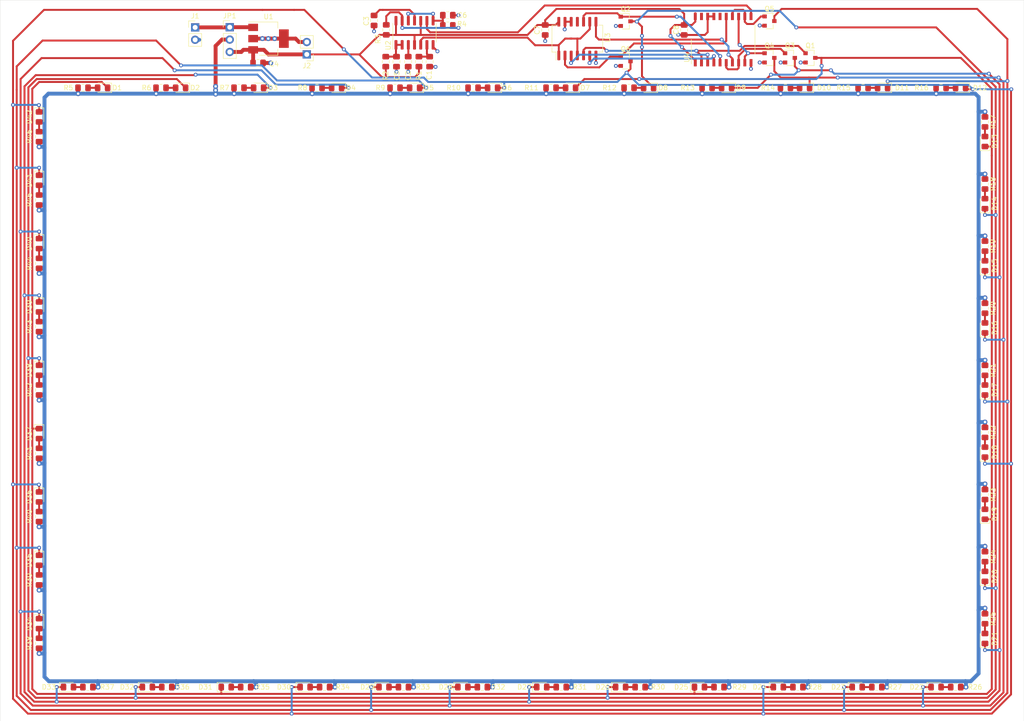
<source format=kicad_pcb>
(kicad_pcb (version 20171130) (host pcbnew 5.1.6+dfsg1-1)

  (general
    (thickness 1.6)
    (drawings 8)
    (tracks 834)
    (zones 0)
    (modules 111)
    (nets 70)
  )

  (page A4)
  (title_block
    (title "LED Frame")
    (date 2020-06-01)
    (rev 1)
    (company "CCC CH/BS")
  )

  (layers
    (0 F.Cu signal)
    (31 B.Cu signal)
    (32 B.Adhes user)
    (33 F.Adhes user)
    (34 B.Paste user)
    (35 F.Paste user)
    (36 B.SilkS user)
    (37 F.SilkS user)
    (38 B.Mask user)
    (39 F.Mask user)
    (40 Dwgs.User user)
    (41 Cmts.User user)
    (42 Eco1.User user hide)
    (43 Eco2.User user)
    (44 Edge.Cuts user)
    (45 Margin user)
    (46 B.CrtYd user)
    (47 F.CrtYd user)
    (48 B.Fab user)
    (49 F.Fab user)
  )

  (setup
    (last_trace_width 0.8)
    (user_trace_width 0.5)
    (user_trace_width 0.8)
    (trace_clearance 0.1)
    (zone_clearance 0.4)
    (zone_45_only no)
    (trace_min 0.2)
    (via_size 0.8)
    (via_drill 0.4)
    (via_min_size 0.4)
    (via_min_drill 0.3)
    (user_via 0.8 0.4)
    (user_via 1 0.5)
    (uvia_size 0.3)
    (uvia_drill 0.1)
    (uvias_allowed no)
    (uvia_min_size 0.2)
    (uvia_min_drill 0.1)
    (edge_width 0.05)
    (segment_width 0.2)
    (pcb_text_width 0.3)
    (pcb_text_size 1.5 1.5)
    (mod_edge_width 0.12)
    (mod_text_size 1 1)
    (mod_text_width 0.15)
    (pad_size 1.524 1.524)
    (pad_drill 0.762)
    (pad_to_mask_clearance 0.05)
    (aux_axis_origin 0 0)
    (visible_elements FFFFFF7F)
    (pcbplotparams
      (layerselection 0x010fc_ffffffff)
      (usegerberextensions false)
      (usegerberattributes true)
      (usegerberadvancedattributes true)
      (creategerberjobfile true)
      (excludeedgelayer true)
      (linewidth 0.100000)
      (plotframeref false)
      (viasonmask false)
      (mode 1)
      (useauxorigin false)
      (hpglpennumber 1)
      (hpglpenspeed 20)
      (hpglpendiameter 15.000000)
      (psnegative false)
      (psa4output false)
      (plotreference true)
      (plotvalue true)
      (plotinvisibletext false)
      (padsonsilk false)
      (subtractmaskfromsilk false)
      (outputformat 1)
      (mirror false)
      (drillshape 1)
      (scaleselection 1)
      (outputdirectory ""))
  )

  (net 0 "")
  (net 1 GND)
  (net 2 "Net-(C1-Pad1)")
  (net 3 "Net-(C2-Pad1)")
  (net 4 "Net-(C5-Pad1)")
  (net 5 "Net-(D1-Pad2)")
  (net 6 "Net-(D3-Pad2)")
  (net 7 "Net-(D5-Pad2)")
  (net 8 "Net-(D7-Pad2)")
  (net 9 "Net-(D10-Pad2)")
  (net 10 "Net-(D9-Pad2)")
  (net 11 "Net-(D11-Pad2)")
  (net 12 "Net-(D13-Pad2)")
  (net 13 "Net-(D15-Pad2)")
  (net 14 "Net-(D17-Pad2)")
  (net 15 "Net-(D19-Pad2)")
  (net 16 "Net-(D21-Pad2)")
  (net 17 "Net-(D23-Pad2)")
  (net 18 "Net-(D25-Pad2)")
  (net 19 "Net-(D27-Pad2)")
  (net 20 "Net-(D29-Pad2)")
  (net 21 "Net-(D31-Pad2)")
  (net 22 "Net-(D33-Pad2)")
  (net 23 "Net-(D35-Pad2)")
  (net 24 "Net-(D37-Pad2)")
  (net 25 "Net-(D39-Pad2)")
  (net 26 "Net-(D41-Pad2)")
  (net 27 "Net-(J1-Pad1)")
  (net 28 "Net-(Q1-Pad1)")
  (net 29 "Net-(Q2-Pad1)")
  (net 30 "Net-(Q3-Pad1)")
  (net 31 "Net-(Q4-Pad1)")
  (net 32 "Net-(Q5-Pad1)")
  (net 33 "Net-(Q6-Pad1)")
  (net 34 "Net-(R3-Pad2)")
  (net 35 /INIT)
  (net 36 /CLOCK)
  (net 37 "Net-(U3-Pad3)")
  (net 38 "Net-(U3-Pad6)")
  (net 39 "Net-(U3-Pad8)")
  (net 40 VCC)
  (net 41 VCCQ)
  (net 42 "Net-(C3-Pad1)")
  (net 43 "Net-(C6-Pad1)")
  (net 44 "Net-(D2-Pad2)")
  (net 45 "Net-(D4-Pad2)")
  (net 46 "Net-(D6-Pad2)")
  (net 47 "Net-(D8-Pad2)")
  (net 48 "Net-(D12-Pad2)")
  (net 49 "Net-(D14-Pad2)")
  (net 50 "Net-(D16-Pad2)")
  (net 51 "Net-(D18-Pad2)")
  (net 52 "Net-(D20-Pad2)")
  (net 53 "Net-(D22-Pad2)")
  (net 54 "Net-(D24-Pad2)")
  (net 55 "Net-(D26-Pad2)")
  (net 56 "Net-(D28-Pad2)")
  (net 57 "Net-(D30-Pad2)")
  (net 58 "Net-(D32-Pad2)")
  (net 59 "Net-(D34-Pad2)")
  (net 60 "Net-(D36-Pad2)")
  (net 61 "Net-(D38-Pad2)")
  (net 62 "Net-(D40-Pad2)")
  (net 63 "Net-(D42-Pad2)")
  (net 64 /STEP1)
  (net 65 /STEP2)
  (net 66 /STEP3)
  (net 67 /STEP4)
  (net 68 /STEP5)
  (net 69 /STEP6)

  (net_class Default "This is the default net class."
    (clearance 0.1)
    (trace_width 0.4)
    (via_dia 0.8)
    (via_drill 0.4)
    (uvia_dia 0.3)
    (uvia_drill 0.1)
    (add_net /CLOCK)
    (add_net /INIT)
    (add_net /STEP1)
    (add_net /STEP2)
    (add_net /STEP3)
    (add_net /STEP4)
    (add_net /STEP5)
    (add_net /STEP6)
    (add_net GND)
    (add_net "Net-(C1-Pad1)")
    (add_net "Net-(C2-Pad1)")
    (add_net "Net-(C3-Pad1)")
    (add_net "Net-(C5-Pad1)")
    (add_net "Net-(C6-Pad1)")
    (add_net "Net-(D1-Pad2)")
    (add_net "Net-(D10-Pad2)")
    (add_net "Net-(D11-Pad2)")
    (add_net "Net-(D12-Pad2)")
    (add_net "Net-(D13-Pad2)")
    (add_net "Net-(D14-Pad2)")
    (add_net "Net-(D15-Pad2)")
    (add_net "Net-(D16-Pad2)")
    (add_net "Net-(D17-Pad2)")
    (add_net "Net-(D18-Pad2)")
    (add_net "Net-(D19-Pad2)")
    (add_net "Net-(D2-Pad2)")
    (add_net "Net-(D20-Pad2)")
    (add_net "Net-(D21-Pad2)")
    (add_net "Net-(D22-Pad2)")
    (add_net "Net-(D23-Pad2)")
    (add_net "Net-(D24-Pad2)")
    (add_net "Net-(D25-Pad2)")
    (add_net "Net-(D26-Pad2)")
    (add_net "Net-(D27-Pad2)")
    (add_net "Net-(D28-Pad2)")
    (add_net "Net-(D29-Pad2)")
    (add_net "Net-(D3-Pad2)")
    (add_net "Net-(D30-Pad2)")
    (add_net "Net-(D31-Pad2)")
    (add_net "Net-(D32-Pad2)")
    (add_net "Net-(D33-Pad2)")
    (add_net "Net-(D34-Pad2)")
    (add_net "Net-(D35-Pad2)")
    (add_net "Net-(D36-Pad2)")
    (add_net "Net-(D37-Pad2)")
    (add_net "Net-(D38-Pad2)")
    (add_net "Net-(D39-Pad2)")
    (add_net "Net-(D4-Pad2)")
    (add_net "Net-(D40-Pad2)")
    (add_net "Net-(D41-Pad2)")
    (add_net "Net-(D42-Pad2)")
    (add_net "Net-(D5-Pad2)")
    (add_net "Net-(D6-Pad2)")
    (add_net "Net-(D7-Pad2)")
    (add_net "Net-(D8-Pad2)")
    (add_net "Net-(D9-Pad2)")
    (add_net "Net-(J1-Pad1)")
    (add_net "Net-(Q1-Pad1)")
    (add_net "Net-(Q2-Pad1)")
    (add_net "Net-(Q3-Pad1)")
    (add_net "Net-(Q4-Pad1)")
    (add_net "Net-(Q5-Pad1)")
    (add_net "Net-(Q6-Pad1)")
    (add_net "Net-(R3-Pad2)")
    (add_net "Net-(U3-Pad3)")
    (add_net "Net-(U3-Pad6)")
    (add_net "Net-(U3-Pad8)")
    (add_net VCC)
  )

  (net_class Power ""
    (clearance 0.1)
    (trace_width 0.8)
    (via_dia 1)
    (via_drill 0.5)
    (uvia_dia 0.3)
    (uvia_drill 0.1)
    (add_net VCCQ)
  )

  (module onitake:CCC-Basel (layer F.Cu) (tedit 0) (tstamp 5ED85E26)
    (at 33 34)
    (fp_text reference G*** (at 0 0) (layer F.SilkS) hide
      (effects (font (size 1.524 1.524) (thickness 0.3)))
    )
    (fp_text value LOGO (at 0.75 0) (layer F.SilkS) hide
      (effects (font (size 1.524 1.524) (thickness 0.3)))
    )
    (fp_poly (pts (xy 2.725699 -17.074647) (xy 2.780121 -17.055025) (xy 2.942107 -16.95232) (xy 3.136226 -16.77851)
      (xy 3.332369 -16.566199) (xy 3.500427 -16.34799) (xy 3.610292 -16.156486) (xy 3.610613 -16.155726)
      (xy 3.668264 -15.997449) (xy 3.670933 -15.937753) (xy 3.623179 -15.981947) (xy 3.554653 -16.090571)
      (xy 3.427568 -16.233683) (xy 3.30284 -16.268095) (xy 3.178654 -16.309911) (xy 3.105013 -16.407085)
      (xy 3.102283 -16.51721) (xy 3.153409 -16.579255) (xy 3.192567 -16.633724) (xy 3.141797 -16.709402)
      (xy 3.091217 -16.754338) (xy 2.937801 -16.839971) (xy 2.754066 -16.839027) (xy 2.744118 -16.837213)
      (xy 2.593471 -16.824857) (xy 2.517969 -16.869253) (xy 2.50237 -16.90055) (xy 2.494093 -17.026462)
      (xy 2.574966 -17.08807) (xy 2.725699 -17.074647)) (layer Eco1.User) (width 0.01))
    (fp_poly (pts (xy 3.749524 -15.814524) (xy 3.719285 -15.784286) (xy 3.689047 -15.814524) (xy 3.719285 -15.844762)
      (xy 3.749524 -15.814524)) (layer Eco1.User) (width 0.01))
    (fp_poly (pts (xy 13.684415 -15.934265) (xy 13.788571 -15.924212) (xy 14.242143 -15.869899) (xy 13.926653 -15.70614)
      (xy 13.769891 -15.627012) (xy 13.646178 -15.579221) (xy 13.523091 -15.56049) (xy 13.368202 -15.568537)
      (xy 13.149088 -15.601084) (xy 12.941905 -15.636914) (xy 12.68899 -15.670519) (xy 12.362658 -15.698895)
      (xy 12.010435 -15.718485) (xy 11.762619 -15.725212) (xy 11.453616 -15.733157) (xy 11.26271 -15.747303)
      (xy 11.187252 -15.766836) (xy 11.22459 -15.79094) (xy 11.372073 -15.8188) (xy 11.62705 -15.849601)
      (xy 11.986871 -15.882528) (xy 12.367381 -15.911175) (xy 12.885922 -15.939257) (xy 13.331409 -15.947013)
      (xy 13.684415 -15.934265)) (layer Eco1.User) (width 0.01))
    (fp_poly (pts (xy 3.820212 -15.622592) (xy 3.888422 -15.523924) (xy 3.940662 -15.361381) (xy 3.970296 -15.163486)
      (xy 3.970685 -14.958762) (xy 3.938723 -14.786429) (xy 3.904186 -14.687287) (xy 3.886259 -14.679664)
      (xy 3.878413 -14.774718) (xy 3.875674 -14.89416) (xy 3.854006 -15.105278) (xy 3.796847 -15.209017)
      (xy 3.779762 -15.21813) (xy 3.717665 -15.29656) (xy 3.68989 -15.432346) (xy 3.701863 -15.565397)
      (xy 3.742671 -15.628861) (xy 3.820212 -15.622592)) (layer Eco1.User) (width 0.01))
    (fp_poly (pts (xy 3.851312 -14.525625) (xy 3.858521 -14.431108) (xy 3.846537 -14.409713) (xy 3.81905 -14.427749)
      (xy 3.814774 -14.489088) (xy 3.829544 -14.553618) (xy 3.851312 -14.525625)) (layer Eco1.User) (width 0.01))
    (fp_poly (pts (xy 11.664095 -14.865297) (xy 11.594166 -14.723414) (xy 11.424264 -14.475091) (xy 11.237546 -14.262552)
      (xy 11.05144 -14.09921) (xy 10.883375 -13.998479) (xy 10.750779 -13.973771) (xy 10.680411 -14.02018)
      (xy 10.708089 -14.07986) (xy 10.811129 -14.185157) (xy 10.945254 -14.295983) (xy 11.152952 -14.467736)
      (xy 11.359267 -14.659228) (xy 11.456507 -14.760025) (xy 11.587737 -14.887545) (xy 11.659776 -14.92188)
      (xy 11.664095 -14.865297)) (layer Eco1.User) (width 0.01))
    (fp_poly (pts (xy -12.095238 -14.623065) (xy -11.780599 -14.514898) (xy -11.435504 -14.404764) (xy -11.089366 -14.301196)
      (xy -10.771599 -14.212728) (xy -10.51162 -14.147893) (xy -10.349245 -14.116519) (xy -10.163876 -14.082533)
      (xy -10.094614 -14.04568) (xy -10.109636 -14.022947) (xy -10.227551 -13.991232) (xy -10.428406 -13.976829)
      (xy -10.675591 -13.97868) (xy -10.932498 -13.995727) (xy -11.162516 -14.02691) (xy -11.289443 -14.057055)
      (xy -11.507298 -14.140827) (xy -11.717059 -14.244926) (xy -11.746993 -14.262724) (xy -11.886391 -14.360128)
      (xy -12.011159 -14.465498) (xy -12.101509 -14.558358) (xy -12.137655 -14.618234) (xy -12.099809 -14.624652)
      (xy -12.095238 -14.623065)) (layer Eco1.User) (width 0.01))
    (fp_poly (pts (xy 2.029485 -16.211908) (xy 2.418324 -16.051332) (xy 2.731919 -15.803333) (xy 2.958119 -15.478157)
      (xy 2.994561 -15.398205) (xy 3.067475 -15.144528) (xy 3.114298 -14.821785) (xy 3.13095 -14.479842)
      (xy 3.113352 -14.168564) (xy 3.101432 -14.092076) (xy 3.078148 -13.976634) (xy 3.059944 -13.930837)
      (xy 3.042721 -13.966398) (xy 3.022382 -14.095026) (xy 2.994828 -14.328433) (xy 2.983654 -14.428633)
      (xy 2.90246 -14.915178) (xy 2.769156 -15.311876) (xy 2.569435 -15.643772) (xy 2.288988 -15.935913)
      (xy 1.995171 -16.159006) (xy 1.844524 -16.261584) (xy 2.029485 -16.211908)) (layer Eco1.User) (width 0.01))
    (fp_poly (pts (xy 3.970386 -14.245741) (xy 4.027894 -14.117908) (xy 4.042862 -13.851921) (xy 3.975986 -13.541641)
      (xy 3.906025 -13.364884) (xy 3.854119 -13.261551) (xy 3.838334 -13.249654) (xy 3.844495 -13.274524)
      (xy 3.911401 -13.563596) (xy 3.910382 -13.769259) (xy 3.843553 -13.905861) (xy 3.774929 -14.019124)
      (xy 3.802174 -14.136595) (xy 3.807307 -14.146398) (xy 3.89461 -14.256082) (xy 3.970386 -14.245741)) (layer Eco1.User) (width 0.01))
    (fp_poly (pts (xy 3.81 -13.093095) (xy 3.779762 -13.062857) (xy 3.749524 -13.093095) (xy 3.779762 -13.123334)
      (xy 3.81 -13.093095)) (layer Eco1.User) (width 0.01))
    (fp_poly (pts (xy 10.520381 -14.237823) (xy 10.532932 -14.22602) (xy 10.564292 -14.121684) (xy 10.552911 -13.942673)
      (xy 10.50621 -13.724375) (xy 10.431612 -13.502174) (xy 10.343467 -13.322654) (xy 10.226212 -13.169596)
      (xy 10.101676 -13.066194) (xy 9.997569 -13.031193) (xy 9.951599 -13.057573) (xy 9.964825 -13.134711)
      (xy 10.040311 -13.25747) (xy 10.069087 -13.293497) (xy 10.213454 -13.500152) (xy 10.340419 -13.74286)
      (xy 10.42968 -13.977338) (xy 10.461053 -14.148405) (xy 10.474598 -14.246306) (xy 10.520381 -14.237823)) (layer Eco1.User) (width 0.01))
    (fp_poly (pts (xy -9.605527 -14.001608) (xy -9.501798 -13.87488) (xy -9.411175 -13.758334) (xy -9.212862 -13.521435)
      (xy -8.977022 -13.267313) (xy -8.783485 -13.078086) (xy -8.610372 -12.904423) (xy -8.537424 -12.794926)
      (xy -8.562879 -12.752864) (xy -8.684975 -12.781503) (xy -8.891151 -12.87838) (xy -9.231232 -13.123643)
      (xy -9.482956 -13.44746) (xy -9.636442 -13.836347) (xy -9.654308 -13.919815) (xy -9.668797 -14.015452)
      (xy -9.656865 -14.045591) (xy -9.605527 -14.001608)) (layer Eco1.User) (width 0.01))
    (fp_poly (pts (xy 6.147602 -13.519958) (xy 6.296585 -13.425338) (xy 6.378525 -13.348808) (xy 6.566394 -13.107108)
      (xy 6.639216 -12.865633) (xy 6.605658 -12.620328) (xy 6.543776 -12.427857) (xy 6.537602 -12.651271)
      (xy 6.474839 -12.904688) (xy 6.317057 -13.105719) (xy 6.087605 -13.226536) (xy 6.046662 -13.236388)
      (xy 5.892167 -13.299792) (xy 5.826881 -13.389697) (xy 5.854946 -13.47695) (xy 5.980506 -13.532402)
      (xy 6.004114 -13.535744) (xy 6.147602 -13.519958)) (layer Eco1.User) (width 0.01))
    (fp_poly (pts (xy 5.377688 -13.396689) (xy 5.520136 -13.344511) (xy 5.716269 -13.226367) (xy 5.824511 -13.059731)
      (xy 5.85793 -12.819909) (xy 5.854301 -12.713061) (xy 5.835952 -12.427857) (xy 5.788181 -12.652905)
      (xy 5.691626 -12.875282) (xy 5.525314 -13.018528) (xy 5.336788 -13.062857) (xy 5.204415 -13.106)
      (xy 5.153837 -13.208806) (xy 5.202437 -13.331343) (xy 5.214353 -13.344081) (xy 5.288093 -13.397983)
      (xy 5.377688 -13.396689)) (layer Eco1.User) (width 0.01))
    (fp_poly (pts (xy -10.659308 -15.612382) (xy -9.630574 -15.473527) (xy -8.610478 -15.239624) (xy -7.613758 -14.914408)
      (xy -6.655155 -14.501614) (xy -5.74941 -14.004976) (xy -4.911263 -13.428229) (xy -4.518401 -13.107747)
      (xy -4.355827 -12.961327) (xy -4.240829 -12.846391) (xy -4.193853 -12.783696) (xy -4.19462 -12.779031)
      (xy -4.251663 -12.800785) (xy -4.388752 -12.878988) (xy -4.586155 -13.001723) (xy -4.82414 -13.157074)
      (xy -4.857588 -13.179417) (xy -5.712922 -13.706305) (xy -6.583357 -14.154213) (xy -7.453516 -14.517246)
      (xy -8.308025 -14.789508) (xy -9.131507 -14.965105) (xy -9.675983 -15.026989) (xy -10.129762 -15.058224)
      (xy -9.645953 -14.942593) (xy -9.39605 -14.879141) (xy -9.120653 -14.803238) (xy -8.842953 -14.722069)
      (xy -8.586145 -14.642819) (xy -8.373421 -14.572673) (xy -8.227974 -14.518815) (xy -8.172998 -14.488429)
      (xy -8.173745 -14.486541) (xy -8.2373 -14.492457) (xy -8.391604 -14.523666) (xy -8.610465 -14.574559)
      (xy -8.769048 -14.614036) (xy -9.736808 -14.8257) (xy -10.67247 -14.955079) (xy -11.626134 -15.008621)
      (xy -11.853334 -15.010886) (xy -12.315455 -15.006647) (xy -12.667432 -14.990765) (xy -12.919659 -14.961593)
      (xy -13.08253 -14.917488) (xy -13.16644 -14.856802) (xy -13.18381 -14.800252) (xy -13.141193 -14.727234)
      (xy -13.026893 -14.597746) (xy -12.861234 -14.433828) (xy -12.761358 -14.342137) (xy -12.529197 -14.11779)
      (xy -12.294112 -13.863616) (xy -12.099661 -13.627263) (xy -12.066049 -13.581532) (xy -11.926014 -13.370725)
      (xy -11.787758 -13.137986) (xy -11.663931 -12.908098) (xy -11.567183 -12.705844) (xy -11.510164 -12.556006)
      (xy -11.505522 -12.483367) (xy -11.505524 -12.483365) (xy -11.552235 -12.5118) (xy -11.640461 -12.614909)
      (xy -11.697235 -12.692918) (xy -11.817633 -12.845079) (xy -11.995031 -13.043615) (xy -12.197329 -13.253105)
      (xy -12.265624 -13.320093) (xy -12.737703 -13.728981) (xy -13.248913 -14.075225) (xy -13.826186 -14.374795)
      (xy -14.496455 -14.64366) (xy -14.50003 -14.644935) (xy -14.737429 -14.732332) (xy -14.931597 -14.809067)
      (xy -15.054011 -14.863621) (xy -15.079247 -14.878845) (xy -15.054082 -14.920601) (xy -14.93395 -14.987689)
      (xy -14.740135 -15.072034) (xy -14.669435 -15.098889) (xy -10.260794 -15.098889) (xy -10.252492 -15.062936)
      (xy -10.220476 -15.058572) (xy -10.170698 -15.080699) (xy -10.180159 -15.098889) (xy -10.25193 -15.106127)
      (xy -10.260794 -15.098889) (xy -14.669435 -15.098889) (xy -14.493917 -15.165558) (xy -14.216578 -15.260183)
      (xy -13.929398 -15.347834) (xy -13.65366 -15.420433) (xy -13.649924 -15.421318) (xy -12.683723 -15.590013)
      (xy -11.681937 -15.652456) (xy -10.659308 -15.612382)) (layer Eco1.User) (width 0.01))
    (fp_poly (pts (xy 9.731078 -13.667619) (xy 9.780144 -13.337123) (xy 9.7605 -12.961829) (xy 9.680768 -12.580062)
      (xy 9.549568 -12.230148) (xy 9.375519 -11.950409) (xy 9.334449 -11.904288) (xy 9.196923 -11.77888)
      (xy 9.10388 -11.730648) (xy 9.071428 -11.76463) (xy 9.096663 -11.831872) (xy 9.161922 -11.972365)
      (xy 9.229116 -12.108059) (xy 9.394799 -12.460638) (xy 9.503864 -12.767559) (xy 9.57129 -13.08065)
      (xy 9.609995 -13.425715) (xy 9.651558 -13.939762) (xy 9.731078 -13.667619)) (layer Eco1.User) (width 0.01))
    (fp_poly (pts (xy 5.13344 -12.718293) (xy 5.140593 -12.607082) (xy 5.081982 -12.449849) (xy 4.963965 -12.269602)
      (xy 4.896815 -12.191052) (xy 4.722704 -11.978198) (xy 4.549975 -11.72972) (xy 4.473762 -11.60276)
      (xy 4.377381 -11.432121) (xy 4.328137 -11.360131) (xy 4.316041 -11.378823) (xy 4.331106 -11.480235)
      (xy 4.332966 -11.490476) (xy 4.406463 -11.778128) (xy 4.516184 -12.066632) (xy 4.648819 -12.332551)
      (xy 4.79106 -12.552448) (xy 4.929597 -12.702887) (xy 5.051121 -12.76043) (xy 5.054165 -12.760476)
      (xy 5.13344 -12.718293)) (layer Eco1.User) (width 0.01))
    (fp_poly (pts (xy 3.696353 -13.010023) (xy 3.734755 -12.898536) (xy 3.753282 -12.712642) (xy 3.74902 -12.467683)
      (xy 3.719058 -12.179003) (xy 3.718429 -12.174634) (xy 3.698909 -11.968638) (xy 3.722029 -11.813577)
      (xy 3.800597 -11.644567) (xy 3.834813 -11.584991) (xy 3.934212 -11.405249) (xy 3.964191 -11.32404)
      (xy 3.924894 -11.341625) (xy 3.816466 -11.458264) (xy 3.78512 -11.495137) (xy 3.645553 -11.700233)
      (xy 3.58135 -11.914824) (xy 3.581848 -12.182482) (xy 3.593061 -12.279953) (xy 3.604937 -12.50195)
      (xy 3.580737 -12.669755) (xy 3.568059 -12.700067) (xy 3.536507 -12.851238) (xy 3.57157 -12.948398)
      (xy 3.640987 -13.031758) (xy 3.696353 -13.010023)) (layer Eco1.User) (width 0.01))
    (fp_poly (pts (xy -7.902114 -13.189492) (xy -7.846698 -13.044887) (xy -7.781104 -12.836946) (xy -7.755001 -12.744899)
      (xy -7.663764 -12.458941) (xy -7.537845 -12.123159) (xy -7.399167 -11.794616) (xy -7.345259 -11.678473)
      (xy -7.234613 -11.442258) (xy -7.149687 -11.249946) (xy -7.100567 -11.12509) (xy -7.093235 -11.08994)
      (xy -7.142645 -11.11762) (xy -7.247219 -11.210827) (xy -7.331501 -11.295039) (xy -7.628232 -11.689412)
      (xy -7.843658 -12.173106) (xy -7.896251 -12.349806) (xy -7.9406 -12.56124) (xy -7.969464 -12.787019)
      (xy -7.981408 -12.996025) (xy -7.974996 -13.157138) (xy -7.948793 -13.239238) (xy -7.9375 -13.243828)
      (xy -7.902114 -13.189492)) (layer Eco1.User) (width 0.01))
    (fp_poly (pts (xy 2.906471 -12.855727) (xy 3.032179 -12.332823) (xy 3.240716 -11.797156) (xy 3.381781 -11.509987)
      (xy 3.491912 -11.295328) (xy 3.550087 -11.164032) (xy 3.561318 -11.092768) (xy 3.530621 -11.058205)
      (xy 3.482322 -11.042123) (xy 3.316003 -11.010853) (xy 3.227073 -11.038108) (xy 3.188305 -11.1125)
      (xy 3.050311 -11.600536) (xy 2.95138 -11.994158) (xy 2.887676 -12.31204) (xy 2.85536 -12.572858)
      (xy 2.849646 -12.760476) (xy 2.856607 -13.153572) (xy 2.906471 -12.855727)) (layer Eco1.User) (width 0.01))
    (fp_poly (pts (xy 8.866978 -13.099723) (xy 8.913823 -12.933761) (xy 8.965658 -12.647599) (xy 8.965786 -12.646773)
      (xy 8.994104 -12.27422) (xy 8.976262 -11.872273) (xy 8.917279 -11.485912) (xy 8.822174 -11.160119)
      (xy 8.792207 -11.091007) (xy 8.70228 -10.953202) (xy 8.612104 -10.890056) (xy 8.546112 -10.910719)
      (xy 8.527143 -10.99174) (xy 8.543182 -11.100427) (xy 8.585346 -11.285803) (xy 8.644699 -11.508798)
      (xy 8.648095 -11.520715) (xy 8.722586 -11.857451) (xy 8.76099 -12.237517) (xy 8.769047 -12.575832)
      (xy 8.776157 -12.883539) (xy 8.796167 -13.073899) (xy 8.8271 -13.146198) (xy 8.866978 -13.099723)) (layer Eco1.User) (width 0.01))
    (fp_poly (pts (xy -7.088027 -14.127762) (xy -6.956394 -14.069887) (xy -6.760578 -13.969978) (xy -6.519864 -13.838918)
      (xy -6.253539 -13.687592) (xy -5.980889 -13.526884) (xy -5.7212 -13.367678) (xy -5.493757 -13.220858)
      (xy -5.372818 -13.137559) (xy -4.997961 -12.851029) (xy -4.60221 -12.516162) (xy -4.213445 -12.158976)
      (xy -3.859547 -11.805488) (xy -3.568396 -11.481717) (xy -3.478187 -11.369524) (xy -3.328858 -11.161862)
      (xy -3.184442 -10.937355) (xy -3.05861 -10.720562) (xy -2.965037 -10.536043) (xy -2.917394 -10.408355)
      (xy -2.919173 -10.365431) (xy -2.963891 -10.377486) (xy -2.972153 -10.394958) (xy -3.018141 -10.459953)
      (xy -3.129991 -10.597089) (xy -3.292709 -10.78855) (xy -3.491303 -11.016522) (xy -3.574167 -11.11027)
      (xy -4.215702 -11.783972) (xy -4.937063 -12.455698) (xy -5.700984 -13.093141) (xy -6.470202 -13.663997)
      (xy -6.697738 -13.818305) (xy -6.894359 -13.951097) (xy -7.045362 -14.057966) (xy -7.127663 -14.122359)
      (xy -7.136191 -14.132719) (xy -7.088027 -14.127762)) (layer Eco1.User) (width 0.01))
    (fp_poly (pts (xy -7.277302 -10.079365) (xy -7.285603 -10.043412) (xy -7.317619 -10.039048) (xy -7.367398 -10.061175)
      (xy -7.357937 -10.079365) (xy -7.286166 -10.086603) (xy -7.277302 -10.079365)) (layer Eco1.User) (width 0.01))
    (fp_poly (pts (xy 6.950233 -13.358163) (xy 7.086568 -13.244257) (xy 7.209049 -13.077792) (xy 7.283384 -12.914142)
      (xy 7.35096 -12.756965) (xy 7.431117 -12.68701) (xy 7.53099 -12.672237) (xy 7.701544 -12.615372)
      (xy 7.829616 -12.464299) (xy 7.910265 -12.23979) (xy 7.938549 -11.962615) (xy 7.909527 -11.653548)
      (xy 7.837305 -11.384643) (xy 7.786711 -11.223905) (xy 7.784089 -11.147116) (xy 7.827879 -11.127619)
      (xy 7.927003 -11.077089) (xy 7.977305 -10.941632) (xy 7.982124 -10.745448) (xy 7.944797 -10.512737)
      (xy 7.868665 -10.267699) (xy 7.757064 -10.034534) (xy 7.656838 -9.887857) (xy 7.61047 -9.841278)
      (xy 7.616206 -9.885998) (xy 7.675249 -10.030159) (xy 7.679148 -10.039048) (xy 7.761001 -10.278589)
      (xy 7.795932 -10.498851) (xy 7.788823 -10.682165) (xy 7.744559 -10.810862) (xy 7.668022 -10.867274)
      (xy 7.564096 -10.833731) (xy 7.481945 -10.752593) (xy 7.416344 -10.67581) (xy 7.395319 -10.668573)
      (xy 7.421052 -10.743243) (xy 7.495728 -10.912183) (xy 7.519271 -10.963953) (xy 7.660343 -11.333408)
      (xy 7.737276 -11.671501) (xy 7.749209 -11.960672) (xy 7.695283 -12.183362) (xy 7.585433 -12.315303)
      (xy 7.437846 -12.374535) (xy 7.344856 -12.327566) (xy 7.313018 -12.197503) (xy 7.288751 -12.050915)
      (xy 7.23575 -11.870788) (xy 7.229377 -11.853334) (xy 7.19136 -11.758964) (xy 7.170555 -11.738209)
      (xy 7.164715 -11.804024) (xy 7.171593 -11.969361) (xy 7.181411 -12.129908) (xy 7.181246 -12.526465)
      (xy 7.122894 -12.819116) (xy 7.005373 -13.010524) (xy 6.827702 -13.103352) (xy 6.82227 -13.104475)
      (xy 6.695276 -13.151418) (xy 6.661623 -13.237739) (xy 6.664366 -13.266973) (xy 6.718507 -13.381278)
      (xy 6.820671 -13.407756) (xy 6.950233 -13.358163)) (layer Eco1.User) (width 0.01))
    (fp_poly (pts (xy 6.853934 -8.995297) (xy 7.013683 -8.962982) (xy 7.10115 -8.910807) (xy 7.096066 -8.847358)
      (xy 7.063458 -8.820669) (xy 7.014116 -8.790502) (xy 6.966738 -8.780684) (xy 6.888581 -8.795706)
      (xy 6.746901 -8.840057) (xy 6.622143 -8.881178) (xy 6.319762 -8.980715) (xy 6.642171 -8.999164)
      (xy 6.853934 -8.995297)) (layer Eco1.User) (width 0.01))
    (fp_poly (pts (xy 5.283684 -10.747921) (xy 5.37896 -10.533435) (xy 5.417168 -10.409112) (xy 5.520641 -10.042378)
      (xy 5.602736 -9.773398) (xy 5.671431 -9.582591) (xy 5.734701 -9.450374) (xy 5.800525 -9.357166)
      (xy 5.875149 -9.284838) (xy 6.001089 -9.16624) (xy 6.037024 -9.076432) (xy 5.992207 -8.975084)
      (xy 5.957266 -8.926923) (xy 5.824175 -8.838425) (xy 5.625823 -8.798715) (xy 5.408202 -8.809128)
      (xy 5.217304 -8.870999) (xy 5.166681 -8.903977) (xy 5.018047 -9.094214) (xy 4.951443 -9.352074)
      (xy 4.97306 -9.645953) (xy 5.026551 -9.844807) (xy 5.069018 -9.924479) (xy 5.094744 -9.885597)
      (xy 5.098014 -9.728785) (xy 5.091736 -9.632962) (xy 5.06293 -9.283095) (xy 5.232766 -9.464524)
      (xy 5.321905 -9.464524) (xy 5.35456 -9.384044) (xy 5.382381 -9.37381) (xy 5.436034 -9.422793)
      (xy 5.442857 -9.464524) (xy 5.410201 -9.545004) (xy 5.382381 -9.555238) (xy 5.328727 -9.506255)
      (xy 5.321905 -9.464524) (xy 5.232766 -9.464524) (xy 5.246553 -9.479251) (xy 5.359768 -9.613125)
      (xy 5.401194 -9.723729) (xy 5.387536 -9.870241) (xy 5.374597 -9.932823) (xy 5.294841 -10.236068)
      (xy 5.210379 -10.434064) (xy 5.124427 -10.519768) (xy 5.105081 -10.522857) (xy 5.024084 -10.476927)
      (xy 4.913971 -10.360969) (xy 4.865136 -10.296072) (xy 4.773663 -10.172425) (xy 4.737194 -10.145898)
      (xy 4.747032 -10.210794) (xy 4.749763 -10.220476) (xy 4.81417 -10.39735) (xy 4.903576 -10.588207)
      (xy 4.996872 -10.752603) (xy 5.072946 -10.850092) (xy 5.081785 -10.85658) (xy 5.182528 -10.858435)
      (xy 5.283684 -10.747921)) (layer Eco1.User) (width 0.01))
    (fp_poly (pts (xy -6.445179 -11.641667) (xy -6.359605 -11.206178) (xy -6.288752 -10.861741) (xy -6.226268 -10.580306)
      (xy -6.1658 -10.333823) (xy -6.100997 -10.09424) (xy -6.070648 -9.987848) (xy -5.969995 -9.666026)
      (xy -5.845797 -9.306459) (xy -5.723342 -8.982057) (xy -5.712292 -8.954669) (xy -5.622818 -8.729669)
      (xy -5.556085 -8.552385) (xy -5.521544 -8.448408) (xy -5.5193 -8.431906) (xy -5.561127 -8.467736)
      (xy -5.654406 -8.573754) (xy -5.745238 -8.68499) (xy -6.074107 -9.186952) (xy -6.325627 -9.756156)
      (xy -6.491247 -10.362458) (xy -6.562418 -10.975716) (xy -6.540976 -11.490476) (xy -6.49207 -11.883572)
      (xy -6.445179 -11.641667)) (layer Eco1.User) (width 0.01))
    (fp_poly (pts (xy 5.673313 -8.406734) (xy 5.743827 -8.369297) (xy 5.75864 -8.33811) (xy 5.702514 -8.304087)
      (xy 5.56021 -8.258139) (xy 5.31649 -8.191179) (xy 5.308066 -8.188915) (xy 5.034756 -8.10858)
      (xy 4.774239 -8.020225) (xy 4.572217 -7.939669) (xy 4.530672 -7.919809) (xy 4.393546 -7.857605)
      (xy 4.321264 -7.840497) (xy 4.319003 -7.853743) (xy 4.397967 -7.92312) (xy 4.55627 -8.025605)
      (xy 4.763294 -8.143921) (xy 4.988421 -8.26079) (xy 5.201031 -8.358937) (xy 5.24998 -8.379057)
      (xy 5.430881 -8.439981) (xy 5.558651 -8.446028) (xy 5.673313 -8.406734)) (layer Eco1.User) (width 0.01))
    (fp_poly (pts (xy -11.306839 -11.978137) (xy -11.277168 -11.906156) (xy -11.26966 -11.885093) (xy -11.199162 -11.599704)
      (xy -11.150216 -11.225073) (xy -11.122772 -10.790964) (xy -11.116779 -10.327145) (xy -11.132188 -9.863379)
      (xy -11.16895 -9.429434) (xy -11.227015 -9.055074) (xy -11.274703 -8.862584) (xy -11.322581 -8.690364)
      (xy -11.347311 -8.573698) (xy -11.347225 -8.545161) (xy -11.289859 -8.564107) (xy -11.147072 -8.628942)
      (xy -10.940572 -8.729404) (xy -10.699324 -8.851492) (xy -10.384248 -9.008718) (xy -10.045323 -9.169926)
      (xy -9.732193 -9.311832) (xy -9.571147 -9.380581) (xy -9.073008 -9.585476) (xy -9.072218 -10.205357)
      (xy -9.066915 -10.46264) (xy -9.053217 -10.667765) (xy -9.033394 -10.79545) (xy -9.016597 -10.825238)
      (xy -8.988915 -10.769205) (xy -8.959162 -10.618524) (xy -8.931773 -10.399326) (xy -8.91842 -10.247108)
      (xy -8.888966 -9.943959) (xy -8.85486 -9.76003) (xy -8.815767 -9.693666) (xy -8.806943 -9.694493)
      (xy -8.622146 -9.756873) (xy -8.386459 -9.827026) (xy -8.130405 -9.897069) (xy -7.884506 -9.95912)
      (xy -7.679285 -10.005295) (xy -7.545265 -10.027711) (xy -7.516008 -10.02789) (xy -7.527678 -10.000141)
      (xy -7.635035 -9.938956) (xy -7.820426 -9.853127) (xy -8.066196 -9.751443) (xy -8.089743 -9.742179)
      (xy -8.767646 -9.47653) (xy -8.530739 -9.219515) (xy -8.367585 -9.019894) (xy -8.218694 -8.800826)
      (xy -8.1617 -8.699465) (xy -8.107544 -8.58828) (xy -8.089716 -8.532908) (xy -8.118798 -8.539776)
      (xy -8.205369 -8.615309) (xy -8.360012 -8.765934) (xy -8.499551 -8.904668) (xy -8.969534 -9.372907)
      (xy -9.927531 -8.87443) (xy -10.26915 -8.695226) (xy -10.514415 -8.562037) (xy -10.675193 -8.466859)
      (xy -10.763347 -8.401684) (xy -10.790743 -8.358507) (xy -10.769244 -8.329321) (xy -10.74955 -8.319745)
      (xy -10.209026 -8.058009) (xy -9.768574 -7.757022) (xy -9.41009 -7.403295) (xy -9.262503 -7.211786)
      (xy -9.174407 -7.082757) (xy -9.151825 -7.032007) (xy -9.201703 -7.0606) (xy -9.330985 -7.169596)
      (xy -9.403543 -7.233345) (xy -9.884814 -7.586456) (xy -10.397799 -7.826794) (xy -10.935049 -7.951698)
      (xy -11.442703 -7.962496) (xy -11.663691 -7.949727) (xy -11.829103 -7.948307) (xy -11.910119 -7.958236)
      (xy -11.91381 -7.962493) (xy -11.884928 -8.033203) (xy -11.8138 -8.160579) (xy -11.797484 -8.187386)
      (xy -11.72527 -8.338671) (xy -11.64289 -8.562457) (xy -11.56689 -8.813279) (xy -11.559299 -8.841829)
      (xy -11.438245 -9.367253) (xy -11.360246 -9.870436) (xy -11.321177 -10.392848) (xy -11.316908 -10.975961)
      (xy -11.323249 -11.213276) (xy -11.334234 -11.557906) (xy -11.339083 -11.794201) (xy -11.336799 -11.934666)
      (xy -11.326383 -11.991809) (xy -11.306839 -11.978137)) (layer Eco1.User) (width 0.01))
    (fp_poly (pts (xy 7.276234 -9.504855) (xy 7.468809 -9.440343) (xy 7.790189 -9.227958) (xy 8.064282 -8.918993)
      (xy 8.235623 -8.617857) (xy 8.304843 -8.443384) (xy 8.346159 -8.267013) (xy 8.365511 -8.049604)
      (xy 8.368843 -7.752017) (xy 8.368753 -7.740953) (xy 8.360185 -7.471592) (xy 8.341345 -7.233286)
      (xy 8.31558 -7.062349) (xy 8.301879 -7.015238) (xy 8.2742 -6.972488) (xy 8.253109 -7.006525)
      (xy 8.236665 -7.129441) (xy 8.222925 -7.35333) (xy 8.214497 -7.559524) (xy 8.197976 -7.89239)
      (xy 8.173575 -8.133507) (xy 8.136495 -8.312043) (xy 8.081936 -8.457162) (xy 8.059308 -8.502631)
      (xy 7.824904 -8.832951) (xy 7.506454 -9.085289) (xy 7.098701 -9.262801) (xy 6.622143 -9.365234)
      (xy 6.426376 -9.393627) (xy 6.336119 -9.415963) (xy 6.336871 -9.441249) (xy 6.414133 -9.478495)
      (xy 6.429532 -9.484888) (xy 6.676999 -9.542098) (xy 6.977634 -9.547965) (xy 7.276234 -9.504855)) (layer Eco1.User) (width 0.01))
    (fp_poly (pts (xy -9.010953 -6.803572) (xy -9.041191 -6.773334) (xy -9.071429 -6.803572) (xy -9.041191 -6.83381)
      (xy -9.010953 -6.803572)) (layer Eco1.User) (width 0.01))
    (fp_poly (pts (xy 4.934181 -7.313) (xy 5.233127 -7.228146) (xy 5.457579 -7.147848) (xy 5.594334 -7.077944)
      (xy 5.630185 -7.024274) (xy 5.6173 -7.010921) (xy 5.592877 -6.937508) (xy 5.671359 -6.817645)
      (xy 5.846745 -6.657509) (xy 6.113037 -6.463277) (xy 6.213928 -6.396576) (xy 6.395668 -6.276143)
      (xy 6.529596 -6.182238) (xy 6.590592 -6.132583) (xy 6.591905 -6.129913) (xy 6.58904 -6.115696)
      (xy 6.564827 -6.117873) (xy 6.495833 -6.145524) (xy 6.358629 -6.207732) (xy 6.190247 -6.285593)
      (xy 5.8167 -6.481429) (xy 5.445663 -6.716204) (xy 5.11686 -6.962973) (xy 4.903943 -7.158161)
      (xy 4.697648 -7.373728) (xy 4.934181 -7.313)) (layer Eco1.User) (width 0.01))
    (fp_poly (pts (xy 13.492508 -16.200065) (xy 13.976815 -16.178189) (xy 14.380165 -16.143172) (xy 14.694438 -16.096195)
      (xy 14.911513 -16.038439) (xy 15.023271 -15.971085) (xy 15.027202 -15.903409) (xy 14.962208 -15.854844)
      (xy 14.812053 -15.765553) (xy 14.599847 -15.648732) (xy 14.375389 -15.531208) (xy 14.038371 -15.347766)
      (xy 13.76729 -15.169459) (xy 13.513981 -14.961301) (xy 13.270575 -14.728694) (xy 12.930703 -14.359831)
      (xy 12.658537 -13.990359) (xy 12.444774 -13.598275) (xy 12.280108 -13.161572) (xy 12.155237 -12.658247)
      (xy 12.060856 -12.066294) (xy 12.028657 -11.791415) (xy 11.953731 -11.094496) (xy 11.645721 -10.904512)
      (xy 11.104937 -10.502025) (xy 10.650992 -10.016271) (xy 10.285398 -9.449704) (xy 10.009667 -8.80478)
      (xy 9.82531 -8.083955) (xy 9.794326 -7.896563) (xy 9.759973 -7.625633) (xy 9.75046 -7.401236)
      (xy 9.767108 -7.171683) (xy 9.81124 -6.885284) (xy 9.821685 -6.826586) (xy 9.864105 -6.575937)
      (xy 9.893889 -6.370088) (xy 9.9071 -6.238017) (xy 9.905844 -6.207231) (xy 9.840269 -6.174755)
      (xy 9.694243 -6.151398) (xy 9.602846 -6.145681) (xy 9.400206 -6.122015) (xy 9.243156 -6.049602)
      (xy 9.095054 -5.925594) (xy 8.872271 -5.715) (xy 9.017207 -5.917442) (xy 9.154557 -6.072735)
      (xy 9.304989 -6.192938) (xy 9.328452 -6.206257) (xy 9.445515 -6.287463) (xy 9.494757 -6.362167)
      (xy 9.494762 -6.362671) (xy 9.453944 -6.436447) (xy 9.346404 -6.565448) (xy 9.194505 -6.723089)
      (xy 9.178058 -6.739094) (xy 9.04468 -6.875784) (xy 9.001584 -6.938657) (xy 9.04442 -6.929223)
      (xy 9.168838 -6.848995) (xy 9.37049 -6.699485) (xy 9.434285 -6.650035) (xy 9.645952 -6.484738)
      (xy 9.649679 -7.218679) (xy 9.660436 -7.628971) (xy 9.69358 -7.981117) (xy 9.757274 -8.30662)
      (xy 9.859681 -8.636986) (xy 10.008965 -9.003718) (xy 10.213288 -9.438323) (xy 10.237684 -9.487991)
      (xy 10.413952 -9.833561) (xy 10.565553 -10.097434) (xy 10.712814 -10.310186) (xy 10.876064 -10.50239)
      (xy 10.991877 -10.622301) (xy 11.187458 -10.808355) (xy 11.373747 -10.96926) (xy 11.519283 -11.07835)
      (xy 11.554694 -11.099316) (xy 11.675545 -11.169002) (xy 11.731853 -11.21564) (xy 11.732381 -11.217979)
      (xy 11.685749 -11.269151) (xy 11.562531 -11.368035) (xy 11.387743 -11.496717) (xy 11.1864 -11.637283)
      (xy 10.983518 -11.771822) (xy 10.806116 -11.881253) (xy 10.620059 -11.979414) (xy 10.500233 -11.998707)
      (xy 10.415322 -11.927666) (xy 10.334014 -11.754824) (xy 10.312996 -11.700682) (xy 10.220963 -11.460238)
      (xy 10.257652 -11.785151) (xy 10.271199 -11.997883) (xy 10.249565 -12.118881) (xy 10.212051 -12.162201)
      (xy 10.176046 -12.202388) (xy 10.251845 -12.215194) (xy 10.258496 -12.215265) (xy 10.387056 -12.27416)
      (xy 10.46155 -12.395614) (xy 10.53796 -12.543008) (xy 10.613668 -12.639605) (xy 10.655617 -12.659116)
      (xy 10.650125 -12.597827) (xy 10.609816 -12.4753) (xy 10.547227 -12.281517) (xy 10.54092 -12.167462)
      (xy 10.601506 -12.100868) (xy 10.739599 -12.049462) (xy 10.75099 -12.046033) (xy 10.918531 -11.979468)
      (xy 11.139862 -11.870209) (xy 11.367516 -11.741714) (xy 11.370871 -11.739678) (xy 11.762619 -11.501673)
      (xy 11.803057 -11.72286) (xy 11.835775 -11.903216) (xy 11.879028 -12.143417) (xy 11.913737 -12.337143)
      (xy 12.081072 -12.964514) (xy 12.351241 -13.592492) (xy 12.708489 -14.197876) (xy 13.137064 -14.757467)
      (xy 13.621211 -15.248063) (xy 14.145178 -15.646467) (xy 14.172671 -15.663884) (xy 14.376805 -15.797029)
      (xy 14.48809 -15.885386) (xy 14.519785 -15.942215) (xy 14.488007 -15.979219) (xy 14.375099 -16.008511)
      (xy 14.164258 -16.03308) (xy 13.878429 -16.052476) (xy 13.540555 -16.066248) (xy 13.173582 -16.073947)
      (xy 12.800453 -16.075122) (xy 12.444112 -16.069324) (xy 12.127505 -16.056102) (xy 11.873574 -16.035006)
      (xy 11.842228 -16.031124) (xy 10.90356 -15.856435) (xy 10.0416 -15.58831) (xy 9.256078 -15.226607)
      (xy 8.546723 -14.771184) (xy 7.913263 -14.221898) (xy 7.482517 -13.741691) (xy 7.322864 -13.543621)
      (xy 7.094351 -13.666096) (xy 6.922529 -13.743603) (xy 6.775798 -13.785917) (xy 6.746056 -13.788572)
      (xy 6.701829 -13.805772) (xy 6.723682 -13.866385) (xy 6.819992 -13.983925) (xy 6.956828 -14.128591)
      (xy 7.502671 -14.621792) (xy 8.125926 -15.067298) (xy 8.793896 -15.445303) (xy 9.473883 -15.736001)
      (xy 9.766905 -15.830696) (xy 10.233718 -15.956229) (xy 10.674606 -16.052262) (xy 11.117165 -16.122079)
      (xy 11.588996 -16.168962) (xy 12.117697 -16.196195) (xy 12.730867 -16.20706) (xy 12.935364 -16.207619)
      (xy 13.492508 -16.200065)) (layer Eco1.User) (width 0.01))
    (fp_poly (pts (xy -6.348949 -5.061196) (xy -6.200871 -5.026958) (xy -5.994563 -4.981175) (xy -5.880259 -4.956415)
      (xy -5.704581 -4.914466) (xy -5.589677 -4.878832) (xy -5.56381 -4.863322) (xy -5.618698 -4.849863)
      (xy -5.76104 -4.84071) (xy -5.917294 -4.838095) (xy -6.137726 -4.847545) (xy -6.277148 -4.883102)
      (xy -6.374529 -4.955574) (xy -6.385984 -4.968103) (xy -6.46187 -5.059248) (xy -6.448595 -5.082022)
      (xy -6.348949 -5.061196)) (layer Eco1.User) (width 0.01))
    (fp_poly (pts (xy 8.446508 -4.817937) (xy 8.453745 -4.746166) (xy 8.446508 -4.737302) (xy 8.410555 -4.745603)
      (xy 8.40619 -4.777619) (xy 8.428318 -4.827398) (xy 8.446508 -4.817937)) (layer Eco1.User) (width 0.01))
    (fp_poly (pts (xy 7.015238 -4.686905) (xy 6.985 -4.656667) (xy 6.954762 -4.686905) (xy 6.985 -4.717143)
      (xy 7.015238 -4.686905)) (layer Eco1.User) (width 0.01))
    (fp_poly (pts (xy -8.946605 -6.629412) (xy -8.892174 -6.492003) (xy -8.828118 -6.299756) (xy -8.761232 -6.067765)
      (xy -8.760355 -6.064485) (xy -8.703791 -5.813806) (xy -8.661587 -5.528891) (xy -8.631013 -5.183874)
      (xy -8.609335 -4.752888) (xy -8.603376 -4.577973) (xy -8.571988 -3.561898) (xy -8.080875 -4.034134)
      (xy -7.830411 -4.271265) (xy -7.561549 -4.519837) (xy -7.315186 -4.742272) (xy -7.202324 -4.841388)
      (xy -6.814885 -5.176405) (xy -6.91143 -5.655961) (xy -6.954196 -5.880169) (xy -6.982678 -6.052975)
      (xy -6.99222 -6.145203) (xy -6.990742 -6.152751) (xy -6.960733 -6.110432) (xy -6.897755 -5.982847)
      (xy -6.814847 -5.796594) (xy -6.80614 -5.776183) (xy -6.719475 -5.58241) (xy -6.648381 -5.441832)
      (xy -6.607259 -5.382741) (xy -6.605689 -5.382381) (xy -6.545057 -5.414411) (xy -6.407358 -5.500928)
      (xy -6.214972 -5.627571) (xy -6.053089 -5.73695) (xy -5.81321 -5.896565) (xy -5.587428 -6.039576)
      (xy -5.392557 -6.15634) (xy -5.245408 -6.237214) (xy -5.162794 -6.272553) (xy -5.161529 -6.252715)
      (xy -5.170715 -6.243061) (xy -5.24138 -6.180078) (xy -5.381611 -6.060327) (xy -5.567652 -5.903983)
      (xy -5.684762 -5.806497) (xy -5.856398 -5.658719) (xy -6.073074 -5.464086) (xy -6.319721 -5.237027)
      (xy -6.581269 -4.991974) (xy -6.84265 -4.743358) (xy -7.088794 -4.505608) (xy -7.304632 -4.293156)
      (xy -7.475096 -4.120433) (xy -7.585115 -4.001869) (xy -7.62 -3.953246) (xy -7.569758 -3.940861)
      (xy -7.453691 -3.960584) (xy -7.293125 -3.982744) (xy -7.042793 -3.995375) (xy -6.733461 -3.998997)
      (xy -6.395897 -3.994127) (xy -6.060869 -3.981283) (xy -5.759144 -3.960984) (xy -5.52149 -3.933746)
      (xy -5.483878 -3.927425) (xy -5.226351 -3.876312) (xy -5.08793 -3.837759) (xy -5.068895 -3.811498)
      (xy -5.169526 -3.797261) (xy -5.390103 -3.794782) (xy -5.61755 -3.799948) (xy -6.327122 -3.782574)
      (xy -6.997847 -3.688577) (xy -7.613032 -3.522483) (xy -8.155982 -3.288819) (xy -8.610004 -2.992111)
      (xy -8.61661 -2.98675) (xy -8.807645 -2.833992) (xy -8.9246 -2.752256) (xy -8.985568 -2.734241)
      (xy -9.008638 -2.77265) (xy -9.011912 -2.827262) (xy -9.006225 -2.921021) (xy -8.989888 -3.112351)
      (xy -8.965 -3.378543) (xy -8.933661 -3.696891) (xy -8.910153 -3.927558) (xy -8.870107 -4.34238)
      (xy -8.846366 -4.673231) (xy -8.838277 -4.955899) (xy -8.845189 -5.226169) (xy -8.866449 -5.51983)
      (xy -8.878753 -5.65113) (xy -8.909689 -5.953722) (xy -8.94017 -6.228196) (xy -8.966547 -6.443036)
      (xy -8.984191 -6.561667) (xy -8.999409 -6.679338) (xy -8.984616 -6.696888) (xy -8.946605 -6.629412)) (layer Eco1.User) (width 0.01))
    (fp_poly (pts (xy -4.623156 -3.625855) (xy -4.514881 -3.493245) (xy -4.391324 -3.275783) (xy -4.267305 -3.005763)
      (xy -4.157643 -2.71548) (xy -4.077157 -2.437229) (xy -4.076584 -2.434764) (xy -4.018975 -2.046407)
      (xy -4.030414 -1.698565) (xy -4.109148 -1.41771) (xy -4.148726 -1.345595) (xy -4.24419 -1.23829)
      (xy -4.327381 -1.210478) (xy -4.365689 -1.254881) (xy -4.369983 -1.328567) (xy -4.374069 -1.500474)
      (xy -4.377576 -1.747874) (xy -4.380132 -2.048036) (xy -4.380808 -2.178758) (xy -4.383454 -2.525991)
      (xy -4.390423 -2.777985) (xy -4.405385 -2.960447) (xy -4.432008 -3.099089) (xy -4.473961 -3.21962)
      (xy -4.534913 -3.347751) (xy -4.552495 -3.381946) (xy -4.633748 -3.552967) (xy -4.655005 -3.633954)
      (xy -4.623156 -3.625855)) (layer Eco1.User) (width 0.01))
    (fp_poly (pts (xy -9.87896 2.301452) (xy -9.882376 2.313908) (xy -9.908891 2.440725) (xy -9.943074 2.662247)
      (xy -9.981666 2.952718) (xy -10.021407 3.286384) (xy -10.05904 3.637491) (xy -10.086984 3.930952)
      (xy -10.109647 4.170498) (xy -10.127158 4.30068) (xy -10.143196 4.332765) (xy -10.161443 4.278019)
      (xy -10.175893 4.203095) (xy -10.211909 3.835478) (xy -10.202715 3.431625) (xy -10.153119 3.029578)
      (xy -10.067929 2.667379) (xy -9.95195 2.38307) (xy -9.944199 2.36946) (xy -9.890001 2.289051)
      (xy -9.87896 2.301452)) (layer Eco1.User) (width 0.01))
    (fp_poly (pts (xy -9.504153 0.877593) (xy -9.47305 0.952621) (xy -9.430615 1.108633) (xy -9.397256 1.258424)
      (xy -9.340102 1.466406) (xy -9.245114 1.738595) (xy -9.128299 2.030888) (xy -9.063804 2.177143)
      (xy -8.932989 2.477836) (xy -8.852119 2.708341) (xy -8.811127 2.903486) (xy -8.79995 3.09011)
      (xy -8.820516 3.369574) (xy -8.882239 3.535545) (xy -8.98318 3.587539) (xy -9.1214 3.525078)
      (xy -9.294958 3.347679) (xy -9.381211 3.234214) (xy -9.511318 3.072533) (xy -9.599572 3.012081)
      (xy -9.641856 3.025731) (xy -9.669172 3.113985) (xy -9.689747 3.30823) (xy -9.702509 3.593637)
      (xy -9.706429 3.918828) (xy -9.704829 4.258238) (xy -9.697466 4.504569) (xy -9.680492 4.68568)
      (xy -9.65006 4.82943) (xy -9.602325 4.963677) (xy -9.544258 5.093285) (xy -9.343657 5.431753)
      (xy -9.074244 5.762742) (xy -8.772303 6.0457) (xy -8.558547 6.194929) (xy -8.3708 6.285827)
      (xy -8.11708 6.384117) (xy -7.849247 6.46989) (xy -7.824133 6.476889) (xy -7.571062 6.539496)
      (xy -7.347729 6.574522) (xy -7.108149 6.585939) (xy -6.80634 6.57772) (xy -6.712857 6.572904)
      (xy -6.406261 6.549081) (xy -6.106545 6.513696) (xy -5.858425 6.472538) (xy -5.760135 6.449534)
      (xy -5.56911 6.405238) (xy -5.485321 6.403967) (xy -5.506406 6.43759) (xy -5.630002 6.49797)
      (xy -5.791307 6.55684) (xy -5.965511 6.603554) (xy -6.203724 6.653424) (xy -6.468773 6.700335)
      (xy -6.72349 6.73817) (xy -6.930703 6.760814) (xy -7.045476 6.763191) (xy -7.134426 6.75322)
      (xy -7.30312 6.73393) (xy -7.46881 6.714834) (xy -8.037616 6.608721) (xy -8.52553 6.42704)
      (xy -8.952385 6.161179) (xy -9.166245 5.977915) (xy -9.488183 5.599084) (xy -9.706591 5.165893)
      (xy -9.825584 4.669099) (xy -9.84626 4.4506) (xy -9.850126 4.194922) (xy -9.837601 3.898499)
      (xy -9.81202 3.592456) (xy -9.776714 3.307918) (xy -9.735016 3.07601) (xy -9.690258 2.927858)
      (xy -9.681459 2.911381) (xy -9.622185 2.89677) (xy -9.509071 2.971301) (xy -9.385913 3.086412)
      (xy -9.190438 3.25139) (xy -9.041886 3.310515) (xy -8.943679 3.263467) (xy -8.901355 3.131743)
      (xy -8.91733 3.006759) (xy -8.977506 2.795484) (xy -9.07452 2.521036) (xy -9.180445 2.255356)
      (xy -9.295641 1.977942) (xy -9.394689 1.736259) (xy -9.467661 1.554755) (xy -9.504628 1.457879)
      (xy -9.505946 1.45384) (xy -9.550483 1.451596) (xy -9.645819 1.548958) (xy -9.785354 1.739068)
      (xy -9.796976 1.756221) (xy -9.970478 2.000992) (xy -10.16418 2.255622) (xy -10.322892 2.449285)
      (xy -10.461124 2.615666) (xy -10.525814 2.718859) (xy -10.527763 2.782373) (xy -10.492934 2.8193)
      (xy -10.442471 2.879992) (xy -10.473181 2.941668) (xy -10.597004 3.014991) (xy -10.814106 3.106056)
      (xy -11.012579 3.169394) (xy -11.127556 3.162411) (xy -11.179065 3.077339) (xy -11.188095 2.960993)
      (xy -11.166136 2.833215) (xy -11.080356 2.738361) (xy -10.955159 2.665527) (xy -10.779628 2.536509)
      (xy -10.561977 2.312281) (xy -10.313223 2.00629) (xy -10.044383 1.631982) (xy -9.796989 1.252026)
      (xy -9.674171 1.06588) (xy -9.573544 0.933445) (xy -9.512258 0.876649) (xy -9.504153 0.877593)) (layer Eco1.User) (width 0.01))
    (fp_poly (pts (xy 2.031674 -17.344014) (xy 2.257079 -17.237451) (xy 2.329988 -17.173409) (xy 2.441566 -17.050118)
      (xy 2.173283 -17.171826) (xy 1.909727 -17.269337) (xy 1.715333 -17.285865) (xy 1.570149 -17.22221)
      (xy 1.54242 -17.197115) (xy 1.456597 -17.136762) (xy 1.347021 -17.133159) (xy 1.213584 -17.166877)
      (xy 0.939409 -17.228449) (xy 0.73446 -17.218406) (xy 0.566961 -17.131674) (xy 0.479507 -17.04968)
      (xy 0.327213 -16.920856) (xy 0.203474 -16.896689) (xy 0.191088 -16.90003) (xy 0.013451 -16.904564)
      (xy -0.172646 -16.832776) (xy -0.328667 -16.709462) (xy -0.416079 -16.559418) (xy -0.423334 -16.504663)
      (xy -0.464874 -16.401807) (xy -0.572552 -16.255573) (xy -0.689564 -16.131007) (xy -0.903487 -15.870897)
      (xy -1.032682 -15.594591) (xy -1.067415 -15.328138) (xy -1.041046 -15.190148) (xy -1.020014 -15.05281)
      (xy -1.072699 -14.919883) (xy -1.124789 -14.845693) (xy -1.234123 -14.661296) (xy -1.308236 -14.458517)
      (xy -1.344507 -14.263698) (xy -1.340314 -14.103177) (xy -1.293035 -14.003296) (xy -1.210229 -13.987339)
      (xy -1.146938 -13.997252) (xy -1.134112 -13.963547) (xy -1.172238 -13.860373) (xy -1.214416 -13.766164)
      (xy -1.287952 -13.545539) (xy -1.327209 -13.313753) (xy -1.329148 -13.26681) (xy -1.307207 -13.073587)
      (xy -1.248179 -12.949771) (xy -1.165796 -12.914634) (xy -1.103929 -12.950738) (xy -1.065406 -12.964679)
      (xy -1.068904 -12.879258) (xy -1.082057 -12.813228) (xy -1.094437 -12.491754) (xy -1.003293 -12.174979)
      (xy -0.937065 -12.056031) (xy -0.859922 -11.949006) (xy -0.808338 -11.935394) (xy -0.74386 -12.005981)
      (xy -0.741434 -12.009159) (xy -0.677018 -12.089121) (xy -0.668727 -12.071045) (xy -0.685997 -12.004524)
      (xy -0.760123 -11.622076) (xy -0.751371 -11.302037) (xy -0.730204 -11.20477) (xy -0.647353 -10.986252)
      (xy -0.547648 -10.866298) (xy -0.440574 -10.854337) (xy -0.401969 -10.87835) (xy -0.354511 -10.899701)
      (xy -0.337023 -10.844252) (xy -0.344638 -10.692255) (xy -0.347777 -10.65853) (xy -0.329373 -10.239411)
      (xy -0.199903 -9.835009) (xy -0.11859 -9.684745) (xy -0.033736 -9.558284) (xy 0.026075 -9.522412)
      (xy 0.094594 -9.562015) (xy 0.115042 -9.580128) (xy 0.173801 -9.627873) (xy 0.196319 -9.617956)
      (xy 0.184314 -9.530933) (xy 0.139506 -9.347356) (xy 0.136623 -9.336032) (xy 0.079288 -8.988547)
      (xy 0.093449 -8.699426) (xy 0.173617 -8.480701) (xy 0.314305 -8.344404) (xy 0.510026 -8.302568)
      (xy 0.602304 -8.314937) (xy 0.738086 -8.33485) (xy 0.777729 -8.301142) (xy 0.729816 -8.196668)
      (xy 0.69159 -8.136604) (xy 0.632346 -7.995586) (xy 0.58211 -7.789047) (xy 0.561194 -7.6454)
      (xy 0.543332 -7.451274) (xy 0.547442 -7.351963) (xy 0.582656 -7.322011) (xy 0.658105 -7.335964)
      (xy 0.670913 -7.339553) (xy 0.77552 -7.354352) (xy 0.979394 -7.370971) (xy 1.260887 -7.388099)
      (xy 1.598356 -7.404423) (xy 1.970154 -7.418631) (xy 1.980595 -7.418977) (xy 2.340745 -7.431152)
      (xy 2.65554 -7.442332) (xy 2.906554 -7.451818) (xy 3.07536 -7.458912) (xy 3.143534 -7.462913)
      (xy 3.144107 -7.463115) (xy 3.114053 -7.580115) (xy 3.048394 -7.772087) (xy 2.960558 -8.003434)
      (xy 2.863968 -8.238558) (xy 2.78579 -8.413153) (xy 2.682374 -8.665886) (xy 2.60005 -8.928532)
      (xy 2.559976 -9.123365) (xy 2.464061 -9.451112) (xy 2.263419 -9.721708) (xy 1.962776 -9.92948)
      (xy 1.844524 -9.982453) (xy 1.542143 -10.103446) (xy 1.83215 -10.06713) (xy 2.122156 -10.030813)
      (xy 1.874803 -10.522775) (xy 1.749521 -10.763103) (xy 1.649156 -10.922066) (xy 1.548604 -11.028426)
      (xy 1.422761 -11.110942) (xy 1.312653 -11.166795) (xy 0.997857 -11.318853) (xy 1.261898 -11.281876)
      (xy 1.424349 -11.262571) (xy 1.494825 -11.27616) (xy 1.501087 -11.338434) (xy 1.484829 -11.40869)
      (xy 1.368571 -11.734346) (xy 1.201877 -12.020879) (xy 1.006989 -12.232233) (xy 0.952532 -12.271659)
      (xy 0.8058 -12.377406) (xy 0.756136 -12.43656) (xy 0.80295 -12.440018) (xy 0.945657 -12.378679)
      (xy 0.958995 -12.371841) (xy 1.089479 -12.307738) (xy 1.164658 -12.277105) (xy 1.167892 -12.276667)
      (xy 1.170393 -12.329318) (xy 1.148719 -12.463131) (xy 1.129522 -12.552946) (xy 1.013897 -12.838888)
      (xy 0.823588 -13.10496) (xy 0.580876 -13.380696) (xy 0.779867 -13.277794) (xy 0.914705 -13.216682)
      (xy 0.995893 -13.196002) (xy 1.002443 -13.198475) (xy 1.00858 -13.279333) (xy 0.965703 -13.426594)
      (xy 0.888328 -13.603736) (xy 0.790969 -13.774238) (xy 0.751354 -13.830214) (xy 0.590685 -14.040862)
      (xy 0.967619 -13.845942) (xy 0.966291 -14.074281) (xy 0.941101 -14.262442) (xy 0.878329 -14.47681)
      (xy 0.794359 -14.674648) (xy 0.70558 -14.813217) (xy 0.671535 -14.843013) (xy 0.60849 -14.928417)
      (xy 0.604762 -14.953462) (xy 0.642784 -14.953451) (xy 0.74128 -14.882383) (xy 0.846666 -14.786429)
      (xy 1.088571 -14.550215) (xy 1.088571 -14.897857) (xy 1.079069 -15.115549) (xy 1.041444 -15.258281)
      (xy 0.96202 -15.371176) (xy 0.937381 -15.396689) (xy 0.837009 -15.503642) (xy 0.787339 -15.569471)
      (xy 0.78619 -15.573815) (xy 0.839441 -15.636634) (xy 0.971594 -15.698696) (xy 1.141249 -15.746717)
      (xy 1.307005 -15.767413) (xy 1.376472 -15.763206) (xy 1.596889 -15.706507) (xy 1.775141 -15.60833)
      (xy 1.914002 -15.458537) (xy 2.016243 -15.246988) (xy 2.08464 -14.963545) (xy 2.121965 -14.598067)
      (xy 2.130993 -14.140416) (xy 2.114495 -13.580453) (xy 2.091033 -13.150904) (xy 2.071505 -12.640881)
      (xy 2.086422 -12.211722) (xy 2.141644 -11.826763) (xy 2.243029 -11.449341) (xy 2.396437 -11.042793)
      (xy 2.446775 -10.925023) (xy 2.537771 -10.695087) (xy 2.56958 -10.566814) (xy 2.547645 -10.539632)
      (xy 2.477413 -10.61297) (xy 2.364329 -10.786255) (xy 2.275423 -10.943014) (xy 2.12633 -11.271102)
      (xy 2.009042 -11.655921) (xy 1.920262 -12.113825) (xy 1.85669 -12.661168) (xy 1.820578 -13.197619)
      (xy 1.797094 -13.60598) (xy 1.77232 -13.910051) (xy 1.744095 -14.126489) (xy 1.710258 -14.271953)
      (xy 1.669515 -14.361785) (xy 1.540767 -14.479509) (xy 1.389967 -14.512099) (xy 1.257241 -14.456441)
      (xy 1.211651 -14.397309) (xy 1.155969 -14.189387) (xy 1.154167 -13.881611) (xy 1.204478 -13.481519)
      (xy 1.305131 -12.996648) (xy 1.454358 -12.434534) (xy 1.650391 -11.802714) (xy 1.89146 -11.108726)
      (xy 2.134536 -10.46514) (xy 2.523405 -9.470042) (xy 2.645054 -9.745049) (xy 2.757179 -9.950149)
      (xy 2.89328 -10.136445) (xy 2.940613 -10.18689) (xy 3.155987 -10.351936) (xy 3.421381 -10.496838)
      (xy 3.691671 -10.600807) (xy 3.921737 -10.643053) (xy 3.930952 -10.643171) (xy 4.037814 -10.640891)
      (xy 4.069082 -10.625699) (xy 4.014771 -10.586156) (xy 3.864899 -10.510823) (xy 3.779762 -10.469929)
      (xy 3.395356 -10.234578) (xy 3.120462 -9.951031) (xy 2.956685 -9.622824) (xy 2.905628 -9.253491)
      (xy 2.968895 -8.846568) (xy 2.999256 -8.749583) (xy 3.06972 -8.574553) (xy 3.140979 -8.489728)
      (xy 3.237531 -8.466705) (xy 3.243289 -8.466667) (xy 3.345795 -8.45371) (xy 3.349712 -8.393978)
      (xy 3.326055 -8.345462) (xy 3.296134 -8.182978) (xy 3.329912 -7.968674) (xy 3.416763 -7.746148)
      (xy 3.506613 -7.604777) (xy 3.61728 -7.504305) (xy 3.778201 -7.442535) (xy 3.96946 -7.409917)
      (xy 4.171032 -7.381493) (xy 4.32797 -7.35354) (xy 4.387978 -7.338164) (xy 4.44681 -7.359438)
      (xy 4.454092 -7.419295) (xy 4.501789 -7.538723) (xy 4.655422 -7.646256) (xy 4.900153 -7.736557)
      (xy 5.221143 -7.80429) (xy 5.603554 -7.844117) (xy 5.640914 -7.846172) (xy 6.247424 -7.84046)
      (xy 6.775455 -7.753543) (xy 7.240465 -7.580412) (xy 7.657908 -7.316056) (xy 7.884201 -7.119073)
      (xy 8.014384 -6.991393) (xy 8.076561 -6.920652) (xy 8.063454 -6.908447) (xy 7.967786 -6.956374)
      (xy 7.782278 -7.066028) (xy 7.589762 -7.183627) (xy 7.383103 -7.293472) (xy 7.120845 -7.409101)
      (xy 6.837344 -7.517991) (xy 6.566959 -7.607621) (xy 6.344049 -7.66547) (xy 6.226466 -7.680476)
      (xy 6.156951 -7.672938) (xy 6.150718 -7.636053) (xy 6.215202 -7.548412) (xy 6.30917 -7.442331)
      (xy 6.50904 -7.160593) (xy 6.619196 -6.868393) (xy 6.630729 -6.592467) (xy 6.61548 -6.523183)
      (xy 6.560276 -6.330697) (xy 6.399849 -6.573119) (xy 6.136283 -6.867097) (xy 5.77634 -7.109012)
      (xy 5.336507 -7.290286) (xy 4.833269 -7.402347) (xy 4.795771 -7.40742) (xy 4.505476 -7.445065)
      (xy 4.919987 -7.049276) (xy 5.465254 -6.596664) (xy 6.035236 -6.25909) (xy 6.639144 -6.031639)
      (xy 6.969881 -5.955209) (xy 7.119852 -5.936319) (xy 7.184918 -5.960167) (xy 7.196666 -6.014627)
      (xy 7.148062 -6.203308) (xy 7.012297 -6.42766) (xy 6.92776 -6.531429) (xy 6.822574 -6.684559)
      (xy 6.720729 -6.884498) (xy 6.693919 -6.950312) (xy 6.593253 -7.218004) (xy 6.778182 -7.041026)
      (xy 7.052029 -6.731211) (xy 7.234234 -6.41946) (xy 7.314608 -6.124291) (xy 7.317619 -6.06063)
      (xy 7.317619 -5.791996) (xy 6.688142 -5.815298) (xy 6.058665 -5.838599) (xy 6.021972 -5.60913)
      (xy 6.010714 -5.469697) (xy 6.038589 -5.348616) (xy 6.120386 -5.205919) (xy 6.223862 -5.063521)
      (xy 6.523973 -4.581728) (xy 6.723027 -4.056691) (xy 6.786511 -3.781407) (xy 6.857835 -3.405421)
      (xy 7.359226 -3.156522) (xy 7.860616 -2.907622) (xy 7.558447 -3.525121) (xy 7.422578 -3.801792)
      (xy 7.292871 -4.064197) (xy 7.186402 -4.277876) (xy 7.132537 -4.384524) (xy 7.008796 -4.626429)
      (xy 7.165545 -4.445) (xy 7.265486 -4.31589) (xy 7.406839 -4.116148) (xy 7.567236 -3.877913)
      (xy 7.663803 -3.729091) (xy 8.005313 -3.194611) (xy 8.111192 -3.698853) (xy 8.172853 -3.968077)
      (xy 8.240109 -4.2237) (xy 8.300197 -4.417865) (xy 8.310189 -4.445) (xy 8.403308 -4.686905)
      (xy 8.360685 -4.445) (xy 8.331053 -4.158659) (xy 8.323501 -3.793996) (xy 8.336483 -3.391311)
      (xy 8.368458 -2.990905) (xy 8.417879 -2.633079) (xy 8.433158 -2.553151) (xy 8.477473 -2.314939)
      (xy 8.505632 -2.118603) (xy 8.513235 -1.996841) (xy 8.510492 -1.978627) (xy 8.461536 -1.973563)
      (xy 8.364243 -2.055041) (xy 8.309656 -2.116667) (xy 8.090919 -2.363297) (xy 7.841229 -2.617547)
      (xy 7.586989 -2.85488) (xy 7.354601 -3.050761) (xy 7.17047 -3.180652) (xy 7.155573 -3.189153)
      (xy 6.911494 -3.324258) (xy 6.871291 -2.791702) (xy 6.854848 -2.517753) (xy 6.857873 -2.323634)
      (xy 6.884783 -2.169159) (xy 6.939995 -2.014146) (xy 6.962488 -1.962095) (xy 7.066322 -1.62939)
      (xy 7.120945 -1.242052) (xy 7.121927 -0.8552) (xy 7.075226 -0.560163) (xy 6.998215 -0.33524)
      (xy 6.888177 -0.084) (xy 6.825249 0.037599) (xy 6.704412 0.30956) (xy 6.652734 0.554202)
      (xy 6.651924 0.581885) (xy 6.62597 0.944457) (xy 6.555657 1.365518) (xy 6.450452 1.795246)
      (xy 6.376602 2.030499) (xy 6.305967 2.25856) (xy 6.261514 2.473769) (xy 6.237804 2.716809)
      (xy 6.229399 3.02836) (xy 6.229047 3.134189) (xy 6.226199 3.454092) (xy 6.209266 3.680038)
      (xy 6.165672 3.839014) (xy 6.082839 3.958007) (xy 5.948186 4.064002) (xy 5.749137 4.183987)
      (xy 5.736277 4.191409) (xy 5.240847 4.416949) (xy 4.675733 4.567436) (xy 4.56761 4.585936)
      (xy 4.23532 4.638044) (xy 4.198094 4.439613) (xy 4.182304 4.286965) (xy 4.194679 4.186818)
      (xy 4.19647 4.183576) (xy 4.26774 4.142624) (xy 4.426885 4.083361) (xy 4.644326 4.016362)
      (xy 4.731631 3.992264) (xy 5.106501 3.87265) (xy 5.377337 3.737359) (xy 5.561 3.574441)
      (xy 5.674351 3.371944) (xy 5.694942 3.309435) (xy 5.734851 3.079248) (xy 5.754343 2.744101)
      (xy 5.754344 2.318089) (xy 5.73578 1.815306) (xy 5.699577 1.249847) (xy 5.646661 0.635806)
      (xy 5.577959 -0.012721) (xy 5.494395 -0.681641) (xy 5.396897 -1.356859) (xy 5.382135 -1.451429)
      (xy 5.336819 -1.743306) (xy 5.299303 -1.9932) (xy 5.273252 -2.176095) (xy 5.26233 -2.266976)
      (xy 5.262213 -2.269937) (xy 5.214447 -2.340315) (xy 5.099059 -2.428207) (xy 5.084866 -2.436792)
      (xy 4.979009 -2.526571) (xy 4.861203 -2.665535) (xy 4.75132 -2.823398) (xy 4.66923 -2.969869)
      (xy 4.666944 -2.976828) (xy 4.747645 -2.976828) (xy 4.820799 -2.91497) (xy 4.868333 -2.887341)
      (xy 5.022686 -2.808437) (xy 5.108782 -2.789825) (xy 5.160194 -2.826526) (xy 5.170784 -2.842494)
      (xy 5.150042 -2.900747) (xy 5.052144 -2.960173) (xy 4.91935 -3.00273) (xy 4.79392 -3.010377)
      (xy 4.782383 -3.008312) (xy 4.747645 -2.976828) (xy 4.666944 -2.976828) (xy 4.634801 -3.074661)
      (xy 4.646194 -3.105466) (xy 4.841707 -3.163145) (xy 5.054648 -3.150302) (xy 5.248588 -3.078657)
      (xy 5.387101 -2.95993) (xy 5.431944 -2.852662) (xy 5.431523 -2.771023) (xy 5.3836 -2.726953)
      (xy 5.26382 -2.711797) (xy 5.049762 -2.716809) (xy 4.868333 -2.725006) (xy 5.011104 -2.602265)
      (xy 5.14153 -2.511011) (xy 5.282306 -2.473688) (xy 5.485393 -2.477253) (xy 5.503333 -2.478701)
      (xy 5.692673 -2.531645) (xy 5.788641 -2.657478) (xy 5.805714 -2.784921) (xy 5.750657 -2.962255)
      (xy 5.606782 -3.106801) (xy 5.406036 -3.192536) (xy 5.289719 -3.205238) (xy 5.184269 -3.210092)
      (xy 5.119647 -3.242343) (xy 5.078176 -3.328529) (xy 5.042181 -3.495187) (xy 5.022571 -3.606318)
      (xy 4.956393 -3.886743) (xy 4.870604 -4.065153) (xy 4.819815 -4.120375) (xy 4.753087 -4.186117)
      (xy 4.86473 -4.186117) (xy 4.868333 -4.172857) (xy 4.948751 -4.131959) (xy 5.095303 -4.112616)
      (xy 5.113807 -4.112381) (xy 5.252288 -4.127812) (xy 5.320435 -4.165676) (xy 5.321905 -4.172857)
      (xy 5.268202 -4.210501) (xy 5.133825 -4.231653) (xy 5.076431 -4.233334) (xy 4.923152 -4.220582)
      (xy 4.86473 -4.186117) (xy 4.753087 -4.186117) (xy 4.73327 -4.205641) (xy 4.737369 -4.258111)
      (xy 4.785115 -4.292558) (xy 4.833549 -4.333646) (xy 4.853134 -4.399871) (xy 4.848762 -4.459466)
      (xy 5.110238 -4.459466) (xy 5.29918 -4.407118) (xy 5.475209 -4.331571) (xy 5.584596 -4.232033)
      (xy 5.6038 -4.131679) (xy 5.595783 -4.11519) (xy 5.515797 -4.066411) (xy 5.364709 -4.022683)
      (xy 5.31467 -4.013495) (xy 5.162712 -3.973607) (xy 5.129501 -3.925359) (xy 5.215881 -3.874634)
      (xy 5.291666 -3.853124) (xy 5.472244 -3.821599) (xy 5.610073 -3.840319) (xy 5.743955 -3.900051)
      (xy 5.910116 -4.034677) (xy 5.96893 -4.193416) (xy 5.923572 -4.351244) (xy 5.777215 -4.483136)
      (xy 5.663699 -4.532686) (xy 5.458327 -4.569242) (xy 5.285258 -4.529644) (xy 5.110238 -4.459466)
      (xy 4.848762 -4.459466) (xy 4.844346 -4.519646) (xy 4.807661 -4.721382) (xy 4.793467 -4.791477)
      (xy 4.742326 -4.996939) (xy 5.238746 -4.996939) (xy 5.256379 -4.883453) (xy 5.290227 -4.765294)
      (xy 5.352848 -4.700895) (xy 5.47968 -4.666107) (xy 5.599478 -4.64963) (xy 5.91409 -4.578321)
      (xy 6.12016 -4.454631) (xy 6.218606 -4.277631) (xy 6.210348 -4.046395) (xy 6.207855 -4.036177)
      (xy 6.119747 -3.896022) (xy 5.955286 -3.774624) (xy 5.758713 -3.700032) (xy 5.660312 -3.689048)
      (xy 5.536306 -3.65972) (xy 5.503333 -3.602271) (xy 5.539731 -3.417932) (xy 5.630557 -3.258772)
      (xy 5.740202 -3.176599) (xy 5.857996 -3.102042) (xy 5.980187 -2.972717) (xy 5.990214 -2.95902)
      (xy 6.078619 -2.75658) (xy 6.071219 -2.559457) (xy 5.973674 -2.400715) (xy 5.88464 -2.342197)
      (xy 5.796108 -2.291549) (xy 5.757804 -2.221281) (xy 5.75845 -2.093423) (xy 5.77353 -1.968094)
      (xy 5.880231 -1.154856) (xy 5.968725 -0.456524) (xy 6.039551 0.131487) (xy 6.093248 0.613763)
      (xy 6.130353 0.994888) (xy 6.147618 1.217117) (xy 6.168183 1.469115) (xy 6.192167 1.668548)
      (xy 6.216029 1.789699) (xy 6.22986 1.814285) (xy 6.26994 1.761625) (xy 6.32781 1.625898)
      (xy 6.371713 1.496785) (xy 6.432247 1.280446) (xy 6.492925 1.028495) (xy 6.54532 0.780422)
      (xy 6.581005 0.575713) (xy 6.591905 0.465013) (xy 6.555091 0.457287) (xy 6.465137 0.52162)
      (xy 6.451935 0.533744) (xy 6.324059 0.638863) (xy 6.264533 0.656497) (xy 6.281479 0.589145)
      (xy 6.338801 0.498928) (xy 6.606488 0.062181) (xy 6.780444 -0.375094) (xy 6.871978 -0.849492)
      (xy 6.89346 -1.296096) (xy 6.889009 -1.55851) (xy 6.877838 -1.788485) (xy 6.862011 -1.949111)
      (xy 6.854881 -1.985518) (xy 6.828913 -2.048943) (xy 6.793019 -2.040707) (xy 6.734071 -1.947398)
      (xy 6.647693 -1.773851) (xy 6.519497 -1.546541) (xy 6.368342 -1.337271) (xy 6.214464 -1.16835)
      (xy 6.078098 -1.06209) (xy 5.982004 -1.039888) (xy 5.970354 -1.09574) (xy 6.049773 -1.219656)
      (xy 6.124766 -1.307496) (xy 6.421955 -1.710968) (xy 6.607901 -2.147987) (xy 6.691719 -2.6401)
      (xy 6.69233 -2.649305) (xy 6.7027 -2.893866) (xy 6.694355 -3.021527) (xy 6.66709 -3.034915)
      (xy 6.662728 -3.02924) (xy 6.624425 -3.013975) (xy 6.592702 -3.09788) (xy 6.563624 -3.291637)
      (xy 6.56251 -3.301383) (xy 6.438076 -3.992381) (xy 6.220753 -4.641112) (xy 6.128682 -4.849224)
      (xy 5.911338 -5.313924) (xy 5.693112 -5.196962) (xy 5.520633 -5.121155) (xy 5.370104 -5.081629)
      (xy 5.345557 -5.08) (xy 5.260192 -5.065062) (xy 5.238746 -4.996939) (xy 4.742326 -4.996939)
      (xy 4.738527 -5.0122) (xy 4.677159 -5.185616) (xy 4.621689 -5.277641) (xy 4.616308 -5.28143)
      (xy 4.564984 -5.349869) (xy 4.728232 -5.349869) (xy 4.754467 -5.327258) (xy 4.845809 -5.323828)
      (xy 4.994672 -5.354968) (xy 5.08 -5.412619) (xy 5.119951 -5.483608) (xy 5.055682 -5.503141)
      (xy 5.038487 -5.503334) (xy 4.897927 -5.467678) (xy 4.804297 -5.414543) (xy 4.728232 -5.349869)
      (xy 4.564984 -5.349869) (xy 4.563567 -5.351758) (xy 4.590196 -5.405396) (xy 4.613744 -5.510683)
      (xy 4.597334 -5.691792) (xy 4.588566 -5.731901) (xy 4.932597 -5.731901) (xy 5.009549 -5.713098)
      (xy 5.067565 -5.720804) (xy 5.258733 -5.707558) (xy 5.352143 -5.658239) (xy 5.433963 -5.585423)
      (xy 5.425837 -5.530431) (xy 5.344194 -5.457936) (xy 5.200841 -5.345931) (xy 5.102289 -5.27436)
      (xy 5.048729 -5.228824) (xy 5.078099 -5.21227) (xy 5.206569 -5.219684) (xy 5.26081 -5.225194)
      (xy 5.505606 -5.285777) (xy 5.641798 -5.38899) (xy 5.731045 -5.570208) (xy 5.717919 -5.737802)
      (xy 5.620765 -5.870626) (xy 5.457929 -5.94753) (xy 5.247755 -5.947368) (xy 5.174344 -5.927865)
      (xy 5.025752 -5.860146) (xy 4.941584 -5.787871) (xy 4.932597 -5.731901) (xy 4.588566 -5.731901)
      (xy 4.548873 -5.91347) (xy 4.476267 -6.140462) (xy 4.387423 -6.337512) (xy 4.377063 -6.355733)
      (xy 4.174214 -6.583736) (xy 4.027722 -6.665262) (xy 4.9001 -6.665262) (xy 4.914784 -6.591905)
      (xy 4.950259 -6.428336) (xy 4.988836 -6.230704) (xy 4.992567 -6.210302) (xy 5.035267 -6.056788)
      (xy 5.093831 -6.008071) (xy 5.122595 -6.013755) (xy 5.236893 -6.035762) (xy 5.411677 -6.048498)
      (xy 5.462922 -6.049535) (xy 5.715 -6.051451) (xy 5.533571 -6.18552) (xy 5.376772 -6.308831)
      (xy 5.191357 -6.464642) (xy 5.11546 -6.531342) (xy 4.979448 -6.650195) (xy 4.913894 -6.692954)
      (xy 4.9001 -6.665262) (xy 4.027722 -6.665262) (xy 3.866087 -6.755215) (xy 3.454556 -6.869751)
      (xy 2.941495 -6.926928) (xy 2.328778 -6.926328) (xy 1.935238 -6.899937) (xy 0.847998 -6.787515)
      (xy -0.129515 -6.650668) (xy -0.99475 -6.489844) (xy -1.745153 -6.305487) (xy -2.105011 -6.195215)
      (xy -2.588084 -6.021521) (xy -2.965287 -5.853674) (xy -3.250799 -5.682748) (xy -3.458796 -5.499812)
      (xy -3.603456 -5.29594) (xy -3.635785 -5.231191) (xy -3.697867 -5.052295) (xy -3.733564 -4.832985)
      (xy -3.742579 -4.558185) (xy -3.724615 -4.212821) (xy -3.679377 -3.781821) (xy -3.606569 -3.250109)
      (xy -3.595393 -3.175) (xy -3.532085 -2.744427) (xy -3.460494 -2.244148) (xy -3.387699 -1.724427)
      (xy -3.320779 -1.235532) (xy -3.293026 -1.028097) (xy -3.243121 -0.674712) (xy -3.193515 -0.364952)
      (xy -3.147745 -0.117907) (xy -3.109351 0.047333) (xy -3.081871 0.111676) (xy -3.081766 0.111713)
      (xy -3.052957 0.166062) (xy -3.073009 0.202428) (xy -3.093544 0.298729) (xy -3.090962 0.487139)
      (xy -3.065785 0.739852) (xy -3.027552 0.987681) (xy -2.987106 1.139087) (xy -2.935893 1.218431)
      (xy -2.888693 1.244257) (xy -2.810217 1.282287) (xy -2.830292 1.342202) (xy -2.866037 1.383679)
      (xy -2.913941 1.45753) (xy -2.930571 1.559575) (xy -2.917608 1.723041) (xy -2.891752 1.89225)
      (xy -2.853315 2.106885) (xy -2.816986 2.228354) (xy -2.766997 2.283116) (xy -2.687579 2.297628)
      (xy -2.649885 2.298095) (xy -2.531866 2.30841) (xy -2.510782 2.354812) (xy -2.535899 2.411384)
      (xy -2.638329 2.675632) (xy -2.675924 2.979232) (xy -2.650028 3.346879) (xy -2.601836 3.621935)
      (xy -2.540441 3.886703) (xy -2.473231 4.121385) (xy -2.41111 4.289736) (xy -2.387412 4.334668)
      (xy -2.198916 4.514671) (xy -1.902425 4.647094) (xy -1.501687 4.730649) (xy -1.149817 4.759865)
      (xy -0.814659 4.775676) (xy -0.581834 4.793573) (xy -0.432773 4.81913) (xy -0.348908 4.857919)
      (xy -0.311669 4.915513) (xy -0.302487 4.997486) (xy -0.302381 5.014205) (xy -0.32739 5.149634)
      (xy -0.382557 5.218778) (xy -0.572591 5.261338) (xy -0.855679 5.285393) (xy -1.205283 5.290526)
      (xy -1.594867 5.276318) (xy -1.983277 5.243942) (xy -2.726792 5.163826) (xy -2.879494 5.469651)
      (xy -3.005995 5.687161) (xy -3.154984 5.890683) (xy -3.304049 6.054317) (xy -3.430775 6.152163)
      (xy -3.484312 6.168571) (xy -3.560462 6.21578) (xy -3.6585 6.333229) (xy -3.685436 6.374394)
      (xy -3.795165 6.522646) (xy -3.943696 6.687291) (xy -4.103318 6.841784) (xy -4.246322 6.959584)
      (xy -4.344997 7.014148) (xy -4.35446 7.015238) (xy -4.411791 6.968269) (xy -4.414762 6.947229)
      (xy -4.374064 6.873515) (xy -4.267381 6.74571) (xy -4.118209 6.591881) (xy -3.932912 6.398229)
      (xy -3.757853 6.192058) (xy -3.656403 6.05483) (xy -3.554197 5.91085) (xy -3.489242 5.85718)
      (xy -3.438805 5.879103) (xy -3.420318 5.901989) (xy -3.366627 5.951375) (xy -3.306536 5.927156)
      (xy -3.212108 5.816115) (xy -3.197237 5.796454) (xy -3.069366 5.611302) (xy -2.936391 5.396712)
      (xy -2.901655 5.335856) (xy -2.819107 5.175567) (xy -2.795661 5.080135) (xy -2.825876 5.01213)
      (xy -2.850682 4.985304) (xy -2.899074 4.95284) (xy -2.95935 4.959591) (xy -3.048788 5.017142)
      (xy -3.184668 5.137079) (xy -3.38427 5.330985) (xy -3.421879 5.368263) (xy -4.021731 5.882274)
      (xy -4.687409 6.303587) (xy -5.216708 6.550101) (xy -5.466363 6.646127) (xy -5.614595 6.696049)
      (xy -5.658844 6.700326) (xy -5.596554 6.659416) (xy -5.425166 6.573778) (xy -5.330944 6.529623)
      (xy -4.733836 6.192186) (xy -4.162928 5.748) (xy -3.808475 5.401901) (xy -3.514134 5.076642)
      (xy -3.30436 4.815219) (xy -3.170577 4.604309) (xy -3.104206 4.430587) (xy -3.095146 4.29377)
      (xy -3.114524 4.100856) (xy -3.410137 4.504517) (xy -3.594368 4.740779) (xy -3.822908 5.011034)
      (xy -4.074737 5.292727) (xy -4.328832 5.563305) (xy -4.564172 5.800212) (xy -4.759736 5.980895)
      (xy -4.861452 6.061663) (xy -4.900937 6.07788) (xy -4.862983 6.02061) (xy -4.756522 5.901038)
      (xy -4.623007 5.762976) (xy -4.077549 5.13179) (xy -3.621118 4.433014) (xy -3.412751 4.025157)
      (xy -3.291646 3.75322) (xy -3.226405 3.571) (xy -3.216937 3.460982) (xy -3.263153 3.40565)
      (xy -3.364965 3.387488) (xy -3.4095 3.386666) (xy -3.572164 3.361101) (xy -3.686181 3.299199)
      (xy -3.689473 3.29544) (xy -3.739691 3.147667) (xy -3.716459 2.939265) (xy -3.690871 2.871065)
      (xy -3.568095 2.871065) (xy -3.54615 3.028129) (xy -3.495524 3.132666) (xy -3.350478 3.19936)
      (xy -3.160015 3.183298) (xy -2.961587 3.08983) (xy -2.907497 3.048671) (xy -2.782748 2.928067)
      (xy -2.725945 2.841674) (xy -2.742816 2.806765) (xy -2.838405 2.840253) (xy -2.992585 2.889997)
      (xy -3.110548 2.902857) (xy -3.234264 2.868983) (xy -3.26045 2.77413) (xy -3.192582 2.63497)
      (xy -3.02381 2.63497) (xy -2.986679 2.684705) (xy -2.894969 2.659525) (xy -2.778202 2.571441)
      (xy -2.724169 2.513063) (xy -2.679731 2.437368) (xy -2.718 2.419047) (xy -2.856638 2.455161)
      (xy -2.975311 2.539844) (xy -3.02381 2.63497) (xy -3.192582 2.63497) (xy -3.189401 2.628448)
      (xy -3.099405 2.51999) (xy -2.933095 2.342172) (xy -3.114524 2.385093) (xy -3.346726 2.48702)
      (xy -3.505402 2.652936) (xy -3.567898 2.858568) (xy -3.568095 2.871065) (xy -3.690871 2.871065)
      (xy -3.626687 2.700003) (xy -3.503707 2.495271) (xy -3.378435 2.287212) (xy -3.343451 2.131791)
      (xy -3.349232 2.093571) (xy -3.379829 2.014725) (xy -3.441722 1.977694) (xy -3.567681 1.972501)
      (xy -3.713544 1.982632) (xy -3.914887 1.992017) (xy -4.043769 1.969715) (xy -4.147179 1.90304)
      (xy -4.202474 1.850642) (xy -4.313379 1.705011) (xy -4.327437 1.573261) (xy -4.323142 1.556255)
      (xy -4.319931 1.550298) (xy -4.051905 1.550298) (xy -3.999667 1.678368) (xy -3.871612 1.795108)
      (xy -3.710724 1.866488) (xy -3.642028 1.874762) (xy -3.466063 1.839063) (xy -3.324528 1.768928)
      (xy -3.175 1.663095) (xy -3.416905 1.632857) (xy -3.597006 1.579815) (xy -3.666749 1.490695)
      (xy -3.624463 1.382481) (xy -3.615064 1.375833) (xy -3.37193 1.375833) (xy -3.351745 1.436425)
      (xy -3.260277 1.447641) (xy -3.135779 1.411407) (xy -3.050488 1.359648) (xy -2.98176 1.299185)
      (xy -3.001542 1.277898) (xy -3.125121 1.282892) (xy -3.140105 1.284052) (xy -3.286293 1.314887)
      (xy -3.368729 1.368735) (xy -3.37193 1.375833) (xy -3.615064 1.375833) (xy -3.468482 1.272158)
      (xy -3.453065 1.264702) (xy -3.329235 1.186328) (xy -3.316018 1.129754) (xy -3.403705 1.104461)
      (xy -3.582585 1.119933) (xy -3.598366 1.122805) (xy -3.780509 1.196356) (xy -3.939082 1.325638)
      (xy -4.03712 1.475812) (xy -4.051905 1.550298) (xy -4.319931 1.550298) (xy -4.242008 1.405739)
      (xy -4.097948 1.241194) (xy -3.925575 1.093397) (xy -3.759503 0.993126) (xy -3.661152 0.967619)
      (xy -3.543885 0.942513) (xy -3.508753 0.848331) (xy -3.508545 0.831547) (xy -3.539822 0.658207)
      (xy -3.622145 0.57403) (xy -3.709457 0.57912) (xy -3.89478 0.599481) (xy -4.108378 0.54988)
      (xy -4.316823 0.448532) (xy -4.48669 0.313656) (xy -4.584551 0.163467) (xy -4.596191 0.09588)
      (xy -4.585903 0.065293) (xy -4.312592 0.065293) (xy -4.297322 0.219474) (xy -4.188664 0.35617)
      (xy -4.014037 0.451952) (xy -3.822829 0.483809) (xy -3.66164 0.473889) (xy -3.557383 0.449313)
      (xy -3.546436 0.441991) (xy -3.568084 0.398472) (xy -3.67532 0.345311) (xy -3.70193 0.336158)
      (xy -3.849727 0.253466) (xy -3.922748 0.143009) (xy -3.917184 0.105833) (xy -3.611826 0.105833)
      (xy -3.584744 0.159719) (xy -3.448504 0.180893) (xy -3.409849 0.181428) (xy -3.264386 0.169147)
      (xy -3.231317 0.133569) (xy -3.239786 0.12269) (xy -3.3492 0.064614) (xy -3.484027 0.048545)
      (xy -3.588874 0.076992) (xy -3.611826 0.105833) (xy -3.917184 0.105833) (xy -3.906673 0.035615)
      (xy -3.861308 -0.006947) (xy -3.743691 -0.045645) (xy -3.598334 -0.061474) (xy -3.477971 -0.068104)
      (xy -3.46509 -0.095229) (xy -3.534297 -0.153114) (xy -3.723549 -0.233421) (xy -3.935332 -0.231629)
      (xy -4.131274 -0.158506) (xy -4.272999 -0.024821) (xy -4.312592 0.065293) (xy -4.585903 0.065293)
      (xy -4.541643 -0.066282) (xy -4.400906 -0.216488) (xy -4.208343 -0.332927) (xy -3.998316 -0.393786)
      (xy -3.836041 -0.386638) (xy -3.765777 -0.370137) (xy -3.72091 -0.375002) (xy -3.699843 -0.419922)
      (xy -3.700976 -0.523582) (xy -3.722709 -0.704669) (xy -3.763444 -0.98187) (xy -3.777229 -1.073851)
      (xy -3.821721 -1.380772) (xy -3.873799 -1.755892) (xy -3.93138 -2.182683) (xy -3.992377 -2.644613)
      (xy -4.054706 -3.125153) (xy -4.116282 -3.607773) (xy -4.17502 -4.075942) (xy -4.228834 -4.513131)
      (xy -4.275639 -4.902809) (xy -4.313352 -5.228447) (xy -4.339885 -5.473514) (xy -4.353155 -5.62148)
      (xy -4.354286 -5.648685) (xy -4.299372 -5.876598) (xy -4.211682 -5.990747) (xy -4.069078 -6.127999)
      (xy -4.297469 -6.616976) (xy -4.47673 -7.075482) (xy -4.60909 -7.568872) (xy -4.690854 -8.06804)
      (xy -4.718331 -8.543881) (xy -4.687825 -8.967289) (xy -4.628122 -9.222619) (xy -4.548397 -9.464524)
      (xy -4.540858 -9.101667) (xy -4.511792 -8.652567) (xy -4.44751 -8.157257) (xy -4.357206 -7.682031)
      (xy -4.325683 -7.550402) (xy -4.255819 -7.305576) (xy -4.167964 -7.04092) (xy -4.072514 -6.782954)
      (xy -3.979866 -6.558197) (xy -3.900417 -6.393168) (xy -3.844561 -6.314388) (xy -3.840238 -6.312101)
      (xy -3.760849 -6.321605) (xy -3.595529 -6.365792) (xy -3.371582 -6.436825) (xy -3.206992 -6.493865)
      (xy -2.944348 -6.59039) (xy -2.773261 -6.663775) (xy -2.670507 -6.72903) (xy -2.612865 -6.801165)
      (xy -2.577111 -6.89519) (xy -2.575009 -6.902355) (xy -2.515797 -7.105953) (xy -2.493643 -6.939643)
      (xy -2.470228 -6.841444) (xy -2.417107 -6.790086) (xy -2.3109 -6.782087) (xy -2.128229 -6.813963)
      (xy -1.943968 -6.857734) (xy -1.722312 -6.911946) (xy -1.522398 -6.959855) (xy -1.432453 -6.980806)
      (xy -1.262287 -7.019479) (xy -1.500185 -7.30462) (xy -1.831299 -7.745081) (xy -2.169083 -8.275922)
      (xy -2.496069 -8.869006) (xy -2.59905 -9.074452) (xy -2.751193 -9.392629) (xy -2.848173 -9.615569)
      (xy -2.892804 -9.754185) (xy -2.887899 -9.819394) (xy -2.836272 -9.822109) (xy -2.785881 -9.799271)
      (xy -2.642565 -9.747158) (xy -2.566251 -9.736667) (xy -2.498782 -9.785087) (xy -2.490194 -9.920146)
      (xy -2.534274 -10.126537) (xy -2.624809 -10.388956) (xy -2.755587 -10.692099) (xy -2.920396 -11.020659)
      (xy -3.113021 -11.359333) (xy -3.327252 -11.692816) (xy -3.405841 -11.804994) (xy -3.598641 -12.076999)
      (xy -3.719108 -12.25519) (xy -3.768392 -12.341827) (xy -3.747644 -12.339169) (xy -3.658012 -12.249475)
      (xy -3.599703 -12.185953) (xy -3.181018 -11.6869) (xy -2.820652 -11.182952) (xy -2.529619 -10.692449)
      (xy -2.318932 -10.233732) (xy -2.208274 -9.868744) (xy -2.198277 -9.666055) (xy -2.243972 -9.48265)
      (xy -2.331367 -9.353747) (xy -2.428934 -9.313334) (xy -2.490376 -9.304752) (xy -2.50071 -9.262329)
      (xy -2.455668 -9.161046) (xy -2.37991 -9.026072) (xy -1.969304 -8.374693) (xy -1.54386 -7.826042)
      (xy -1.364621 -7.629233) (xy -1.14871 -7.408626) (xy -0.987763 -7.264961) (xy -0.856442 -7.184726)
      (xy -0.729409 -7.154413) (xy -0.581326 -7.160513) (xy -0.505057 -7.170938) (xy -0.22853 -7.212406)
      (xy -0.271168 -7.854656) (xy -0.304889 -8.201185) (xy -0.356044 -8.532407) (xy -0.417084 -8.801955)
      (xy -0.434819 -8.859762) (xy -0.502506 -9.115837) (xy -0.558292 -9.421485) (xy -0.587068 -9.676191)
      (xy -0.648858 -10.100804) (xy -0.759548 -10.432143) (xy -0.850424 -10.656571) (xy -0.921003 -10.883519)
      (xy -0.941308 -10.976429) (xy -0.984177 -11.173718) (xy -1.050131 -11.417151) (xy -1.095674 -11.564164)
      (xy -1.1598 -11.79732) (xy -1.202066 -12.024203) (xy -1.211667 -12.138688) (xy -1.236509 -12.335609)
      (xy -1.294087 -12.507244) (xy -1.300238 -12.518572) (xy -1.351923 -12.681092) (xy -1.382262 -12.937665)
      (xy -1.38881 -13.141911) (xy -1.39852 -13.411025) (xy -1.422003 -13.670291) (xy -1.454269 -13.865379)
      (xy -1.455812 -13.87164) (xy -1.486501 -14.041534) (xy -1.478793 -14.201358) (xy -1.427872 -14.401571)
      (xy -1.395881 -14.499656) (xy -1.336083 -14.705785) (xy -1.304333 -14.874623) (xy -1.306014 -14.961101)
      (xy -1.311455 -15.097534) (xy -1.266302 -15.30418) (xy -1.182115 -15.547493) (xy -1.070455 -15.793924)
      (xy -0.946298 -16.004984) (xy -0.827484 -16.189386) (xy -0.735748 -16.352846) (xy -0.701009 -16.432093)
      (xy -0.612945 -16.577543) (xy -0.455713 -16.738659) (xy -0.269882 -16.880247) (xy -0.096025 -16.967117)
      (xy -0.078536 -16.972032) (xy 0.077855 -17.033138) (xy 0.257958 -17.132272) (xy 0.291651 -17.154335)
      (xy 0.420154 -17.232684) (xy 0.546293 -17.280276) (xy 0.708967 -17.306339) (xy 0.947073 -17.320101)
      (xy 0.997857 -17.321881) (xy 1.173307 -17.336786) (xy 1.390205 -17.366625) (xy 1.455728 -17.377782)
      (xy 1.751236 -17.393905) (xy 2.031674 -17.344014)) (layer Eco1.User) (width 0.01))
    (fp_poly (pts (xy -10.407893 3.391285) (xy -10.402831 3.549022) (xy -10.362114 4.018748) (xy -10.250473 4.538989)
      (xy -10.079851 5.072155) (xy -9.862188 5.580653) (xy -9.621644 6.00828) (xy -9.415378 6.265737)
      (xy -9.126131 6.546089) (xy -8.782647 6.825903) (xy -8.413674 7.081746) (xy -8.050819 7.288756)
      (xy -7.562597 7.465916) (xy -7.033496 7.530536) (xy -6.468189 7.482123) (xy -6.380238 7.465015)
      (xy -6.347771 7.469156) (xy -6.414027 7.510189) (xy -6.454244 7.529434) (xy -6.633246 7.58226)
      (xy -6.889938 7.622793) (xy -7.182789 7.648305) (xy -7.470269 7.656064) (xy -7.710846 7.643338)
      (xy -7.831597 7.619994) (xy -7.98014 7.553006) (xy -8.073902 7.478585) (xy -8.16186 7.417933)
      (xy -8.327542 7.345953) (xy -8.490088 7.291964) (xy -8.748007 7.19301) (xy -8.946182 7.070593)
      (xy -8.993304 7.02637) (xy -9.466469 6.468929) (xy -9.839385 5.940232) (xy -10.12306 5.421579)
      (xy -10.328501 4.894268) (xy -10.402737 4.631873) (xy -10.466809 4.318292) (xy -10.50641 4.00155)
      (xy -10.520182 3.711417) (xy -10.506764 3.477668) (xy -10.464797 3.330073) (xy -10.462381 3.32619)
      (xy -10.426946 3.306641) (xy -10.407893 3.391285)) (layer Eco1.User) (width 0.01))
    (fp_poly (pts (xy -4.475238 6.759479) (xy -4.521322 6.845165) (xy -4.643308 6.977767) (xy -4.816796 7.136603)
      (xy -5.017388 7.300993) (xy -5.220686 7.450256) (xy -5.40229 7.563711) (xy -5.456647 7.591337)
      (xy -5.691928 7.679324) (xy -5.922024 7.729311) (xy -6.115203 7.737791) (xy -6.239728 7.701257)
      (xy -6.25955 7.680049) (xy -6.274826 7.645753) (xy -6.256685 7.617043) (xy -6.183991 7.584122)
      (xy -6.035612 7.537194) (xy -5.812231 7.472695) (xy -5.361233 7.295651) (xy -4.901311 7.02572)
      (xy -4.702024 6.879837) (xy -4.571366 6.788221) (xy -4.489404 6.750837) (xy -4.475238 6.759479)) (layer Eco1.User) (width 0.01))
    (fp_poly (pts (xy 4.689287 -2.538023) (xy 4.753209 -2.427872) (xy 4.777619 -2.281458) (xy 4.766811 -2.212162)
      (xy 4.728043 -2.127828) (xy 4.651802 -2.017077) (xy 4.528571 -1.868533) (xy 4.348837 -1.670816)
      (xy 4.103084 -1.412551) (xy 3.781798 -1.082357) (xy 3.734405 -1.033982) (xy 3.428235 -0.717146)
      (xy 3.136702 -0.407113) (xy 2.875313 -0.121021) (xy 2.659579 0.123994) (xy 2.505007 0.310795)
      (xy 2.449285 0.386017) (xy 2.321101 0.583377) (xy 2.249777 0.732964) (xy 2.220237 0.884237)
      (xy 2.217403 1.086658) (xy 2.218837 1.14197) (xy 2.236069 1.448704) (xy 2.273355 1.871785)
      (xy 2.330349 2.40834) (xy 2.406702 3.055496) (xy 2.502066 3.810382) (xy 2.616096 4.670123)
      (xy 2.748441 5.631848) (xy 2.844686 6.31425) (xy 2.922025 6.863867) (xy 2.993681 7.384612)
      (xy 3.057842 7.86246) (xy 3.112697 8.283388) (xy 3.156432 8.633371) (xy 3.187236 8.898386)
      (xy 3.203297 9.064408) (xy 3.205238 9.104593) (xy 3.189576 9.334143) (xy 3.14793 9.636212)
      (xy 3.088303 9.967241) (xy 3.018701 10.283672) (xy 2.947132 10.541946) (xy 2.933857 10.581172)
      (xy 2.885375 10.735797) (xy 2.884599 10.807727) (xy 2.930402 10.825238) (xy 3.042094 10.7718)
      (xy 3.174112 10.627505) (xy 3.308955 10.416383) (xy 3.429122 10.16246) (xy 3.447274 10.115586)
      (xy 3.547906 9.809696) (xy 3.621769 9.492273) (xy 3.668448 9.150745) (xy 3.687525 8.772536)
      (xy 3.678583 8.345073) (xy 3.641206 7.855782) (xy 3.574977 7.292088) (xy 3.479479 6.641418)
      (xy 3.354296 5.891197) (xy 3.296425 5.563809) (xy 3.16106 4.780413) (xy 3.055135 4.102098)
      (xy 2.977726 3.516862) (xy 2.927911 3.012708) (xy 2.904767 2.577635) (xy 2.907371 2.199644)
      (xy 2.9348 1.866736) (xy 2.986131 1.566911) (xy 2.988288 1.557146) (xy 3.084649 1.221172)
      (xy 3.209404 0.984527) (xy 3.378107 0.82627) (xy 3.606031 0.725548) (xy 3.781679 0.68696)
      (xy 4.023757 0.652147) (xy 4.301323 0.623354) (xy 4.583435 0.602826) (xy 4.83915 0.592805)
      (xy 5.037526 0.595537) (xy 5.147621 0.613265) (xy 5.148485 0.613678) (xy 5.227342 0.703915)
      (xy 5.274151 0.84546) (xy 5.280145 0.970043) (xy 5.228761 1.036053) (xy 5.089346 1.08194)
      (xy 5.084714 1.0831) (xy 4.909978 1.117038) (xy 4.670203 1.15162) (xy 4.447966 1.176273)
      (xy 4.086557 1.230183) (xy 3.822821 1.320355) (xy 3.636581 1.455834) (xy 3.541421 1.582633)
      (xy 3.486296 1.728818) (xy 3.454452 1.945884) (xy 3.446401 2.239811) (xy 3.462654 2.616575)
      (xy 3.503721 3.082157) (xy 3.570115 3.642534) (xy 3.662346 4.303686) (xy 3.780925 5.07159)
      (xy 3.903313 5.815669) (xy 4.047013 6.807148) (xy 4.127383 7.700579) (xy 4.144244 8.501073)
      (xy 4.097419 9.213736) (xy 3.986731 9.843679) (xy 3.812002 10.396009) (xy 3.738442 10.566025)
      (xy 3.619956 10.757761) (xy 3.426373 11.001011) (xy 3.17886 11.274061) (xy 2.898588 11.555201)
      (xy 2.606727 11.822717) (xy 2.324445 12.054899) (xy 2.192262 12.151825) (xy 2.012435 12.279194)
      (xy 1.87901 12.377681) (xy 1.816231 12.429292) (xy 1.814285 12.432398) (xy 1.865125 12.429417)
      (xy 1.989636 12.399435) (xy 2.010833 12.393478) (xy 2.265549 12.282438) (xy 2.582868 12.079715)
      (xy 2.95459 11.791687) (xy 3.372515 11.424735) (xy 3.828442 10.985237) (xy 3.853551 10.96)
      (xy 4.132951 10.679831) (xy 4.33961 10.477119) (xy 4.485213 10.342709) (xy 4.581443 10.267447)
      (xy 4.639987 10.242177) (xy 4.672528 10.257744) (xy 4.690559 10.304219) (xy 4.707631 10.424462)
      (xy 4.688597 10.543838) (xy 4.623095 10.678862) (xy 4.500761 10.846053) (xy 4.311231 11.061927)
      (xy 4.044142 11.343) (xy 4.028954 11.358661) (xy 3.560339 11.817327) (xy 3.103322 12.218006)
      (xy 2.67449 12.547259) (xy 2.29043 12.791646) (xy 2.203145 12.838014) (xy 1.954684 12.977538)
      (xy 1.814785 13.09267) (xy 1.775752 13.192382) (xy 1.824024 13.279943) (xy 1.890833 13.327989)
      (xy 1.975968 13.329875) (xy 2.116648 13.28237) (xy 2.200383 13.247285) (xy 2.520844 13.091118)
      (xy 2.868244 12.883494) (xy 3.25495 12.615655) (xy 3.693329 12.278838) (xy 4.195751 11.864285)
      (xy 4.403169 11.68702) (xy 4.636848 11.494425) (xy 4.798109 11.385488) (xy 4.898074 11.356396)
      (xy 4.947862 11.403336) (xy 4.959047 11.496454) (xy 4.907199 11.690584) (xy 4.761192 11.925748)
      (xy 4.535329 12.189455) (xy 4.243917 12.469214) (xy 3.901258 12.752534) (xy 3.521658 13.026924)
      (xy 3.119422 13.279891) (xy 2.708855 13.498946) (xy 2.615595 13.542831) (xy 2.412296 13.648981)
      (xy 2.315866 13.73883) (xy 2.316233 13.826962) (xy 2.370666 13.897428) (xy 2.473985 13.958721)
      (xy 2.620905 13.968842) (xy 2.824087 13.924373) (xy 3.096193 13.821894) (xy 3.449883 13.657986)
      (xy 3.6738 13.545523) (xy 4.026026 13.369075) (xy 4.286065 13.249505) (xy 4.466532 13.183308)
      (xy 4.580043 13.16698) (xy 4.639213 13.197016) (xy 4.656656 13.269911) (xy 4.656666 13.272451)
      (xy 4.601867 13.425899) (xy 4.447449 13.605709) (xy 4.208383 13.799529) (xy 3.899641 13.995008)
      (xy 3.583214 14.158118) (xy 3.336832 14.275961) (xy 3.136852 14.376649) (xy 3.005222 14.448788)
      (xy 2.963333 14.479886) (xy 3.0121 14.523808) (xy 3.135496 14.598188) (xy 3.209029 14.637172)
      (xy 3.367802 14.73398) (xy 3.433087 14.824341) (xy 3.435815 14.895425) (xy 3.412659 14.970594)
      (xy 3.350547 15.010571) (xy 3.219381 15.026155) (xy 3.065382 15.028333) (xy 2.847588 15.037671)
      (xy 2.720165 15.070746) (xy 2.654163 15.134166) (xy 2.583499 15.209691) (xy 2.470627 15.230407)
      (xy 2.28943 15.197407) (xy 2.146905 15.155404) (xy 1.636993 14.934878) (xy 1.150036 14.608854)
      (xy 0.707511 14.19278) (xy 0.549274 14.006507) (xy 0.258784 13.595493) (xy 0.012291 13.155741)
      (xy -0.183823 12.707069) (xy -0.323181 12.269293) (xy -0.399402 11.862234) (xy -0.406107 11.505708)
      (xy -0.343201 11.234067) (xy -0.265355 11.090329) (xy -0.186941 11.038809) (xy -0.104443 11.084413)
      (xy -0.01435 11.232043) (xy 0.086852 11.486602) (xy 0.202677 11.852996) (xy 0.27001 12.089917)
      (xy 0.4995 12.750123) (xy 0.802416 13.350298) (xy 1.166666 13.867508) (xy 1.269094 13.984656)
      (xy 1.459612 14.180631) (xy 1.649075 14.35537) (xy 1.825378 14.501357) (xy 1.976418 14.611081)
      (xy 2.090089 14.677026) (xy 2.154287 14.691678) (xy 2.156907 14.647524) (xy 2.085845 14.53705)
      (xy 2.010749 14.445041) (xy 1.489645 13.778266) (xy 1.070274 13.115144) (xy 0.758999 12.466292)
      (xy 0.657236 12.185952) (xy 0.578904 11.899905) (xy 0.536304 11.612218) (xy 0.522209 11.269492)
      (xy 0.522182 11.188095) (xy 0.533668 10.819667) (xy 0.566943 10.557863) (xy 0.626245 10.389635)
      (xy 0.715812 10.301935) (xy 0.81683 10.280952) (xy 0.94514 10.251749) (xy 1.003524 10.197276)
      (xy 1.005661 10.113063) (xy 0.992133 9.929709) (xy 0.965054 9.667713) (xy 0.926533 9.347573)
      (xy 0.880513 9.002872) (xy 0.82919 8.627832) (xy 0.767412 8.164252) (xy 0.699281 7.643664)
      (xy 0.628901 7.097598) (xy 0.560375 6.557589) (xy 0.514331 6.188966) (xy 0.406123 5.363445)
      (xy 0.295637 4.611891) (xy 0.184201 3.940562) (xy 0.073146 3.355719) (xy -0.036199 2.863622)
      (xy -0.142503 2.470528) (xy -0.244437 2.182699) (xy -0.340671 2.006393) (xy -0.383342 1.963982)
      (xy -0.570615 1.896505) (xy -0.866149 1.879891) (xy -1.268471 1.914132) (xy -1.637167 1.972768)
      (xy -1.88681 2.01279) (xy -2.097751 2.036282) (xy -2.237103 2.040002) (xy -2.266623 2.034794)
      (xy -2.369604 1.946365) (xy -2.433302 1.805707) (xy -2.441088 1.664981) (xy -2.406414 1.596306)
      (xy -2.295798 1.540335) (xy -2.092596 1.482666) (xy -1.825002 1.428112) (xy -1.521208 1.381485)
      (xy -1.209405 1.347595) (xy -0.917787 1.331256) (xy -0.84893 1.330476) (xy -0.584976 1.337299)
      (xy -0.402185 1.36308) (xy -0.261269 1.415787) (xy -0.175253 1.467105) (xy -0.005606 1.620909)
      (xy 0.147338 1.849606) (xy 0.285906 2.160714) (xy 0.412423 2.561753) (xy 0.529216 3.060242)
      (xy 0.638612 3.663701) (xy 0.742937 4.379649) (xy 0.755453 4.475238) (xy 0.80581 4.855711)
      (xy 0.869768 5.326072) (xy 0.94318 5.856566) (xy 1.0219 6.417438) (xy 1.101781 6.978933)
      (xy 1.17689 7.499047) (xy 1.249181 8.00526) (xy 1.319412 8.515485) (xy 1.384461 9.005646)
      (xy 1.441204 9.451667) (xy 1.486518 9.829471) (xy 1.51728 10.114981) (xy 1.520123 10.144881)
      (xy 1.550586 10.439899) (xy 1.581752 10.685993) (xy 1.610379 10.861029) (xy 1.633228 10.942873)
      (xy 1.637431 10.94619) (xy 1.698675 10.891159) (xy 1.761634 10.746963) (xy 1.817693 10.544947)
      (xy 1.858235 10.316457) (xy 1.874642 10.092836) (xy 1.874675 10.083181) (xy 1.867141 9.952516)
      (xy 1.845515 9.714369) (xy 1.811209 9.381211) (xy 1.765634 8.965514) (xy 1.710202 8.47975)
      (xy 1.646326 7.936391) (xy 1.575416 7.347908) (xy 1.498886 6.726775) (xy 1.455475 6.380238)
      (xy 1.375635 5.744673) (xy 1.299325 5.133528) (xy 1.228102 4.559497) (xy 1.163518 4.035276)
      (xy 1.107127 3.57356) (xy 1.060485 3.187044) (xy 1.025144 2.888423) (xy 1.002659 2.690392)
      (xy 0.9965 2.630714) (xy 0.938845 2.184205) (xy 0.856003 1.771078) (xy 0.755279 1.422964)
      (xy 0.670682 1.220194) (xy 0.465549 0.895608) (xy 0.180216 0.575384) (xy -0.194048 0.25225)
      (xy -0.665974 -0.081068) (xy -1.24429 -0.431846) (xy -1.451429 -0.547967) (xy -1.911342 -0.805402)
      (xy -2.270018 -1.015255) (xy -2.535165 -1.182485) (xy -2.71449 -1.312049) (xy -2.815701 -1.408906)
      (xy -2.83529 -1.438179) (xy -2.883715 -1.566719) (xy -2.929636 -1.74621) (xy -2.936253 -1.779611)
      (xy -2.980385 -2.014853) (xy -2.261264 -1.634427) (xy -1.598557 -1.276355) (xy -1.026253 -0.950052)
      (xy -0.522466 -0.642332) (xy -0.065311 -0.340009) (xy 0.209984 -0.145379) (xy 0.549136 0.112878)
      (xy 0.797888 0.334643) (xy 0.973421 0.538707) (xy 1.092915 0.74386) (xy 1.145845 0.878211)
      (xy 1.198985 1.077817) (xy 1.263038 1.390393) (xy 1.336948 1.808549) (xy 1.419659 2.324895)
      (xy 1.510116 2.932041) (xy 1.607264 3.622598) (xy 1.710048 4.389176) (xy 1.817411 5.224386)
      (xy 1.928299 6.120838) (xy 2.041657 7.071142) (xy 2.091423 7.499047) (xy 2.158007 8.088644)
      (xy 2.209403 8.576498) (xy 2.246924 8.980685) (xy 2.271885 9.319282) (xy 2.285601 9.610369)
      (xy 2.289384 9.872021) (xy 2.28455 10.122317) (xy 2.283749 10.144573) (xy 2.27518 10.480886)
      (xy 2.28149 10.701911) (xy 2.306552 10.812812) (xy 2.354238 10.818752) (xy 2.428421 10.724893)
      (xy 2.532974 10.5364) (xy 2.551129 10.501042) (xy 2.59895 10.401999) (xy 2.638703 10.301595)
      (xy 2.669852 10.191041) (xy 2.691859 10.061544) (xy 2.704187 9.904317) (xy 2.706299 9.710568)
      (xy 2.697659 9.471507) (xy 2.677728 9.178345) (xy 2.64597 8.82229) (xy 2.601848 8.394553)
      (xy 2.544825 7.886343) (xy 2.474364 7.288871) (xy 2.389927 6.593346) (xy 2.290978 5.790978)
      (xy 2.236534 5.352143) (xy 2.165702 4.77384) (xy 2.095236 4.183726) (xy 2.027685 3.60418)
      (xy 1.965593 3.057581) (xy 1.911507 2.566309) (xy 1.867973 2.152744) (xy 1.8402 1.868525)
      (xy 1.73681 0.743479) (xy 1.890652 0.407443) (xy 1.934144 0.317451) (xy 1.984516 0.227977)
      (xy 2.049697 0.130008) (xy 2.137612 0.01453) (xy 2.256189 -0.127469) (xy 2.413354 -0.305003)
      (xy 2.617035 -0.527084) (xy 2.875158 -0.802725) (xy 3.19565 -1.14094) (xy 3.586438 -1.550741)
      (xy 3.915902 -1.895309) (xy 4.177176 -2.165349) (xy 4.369811 -2.355798) (xy 4.506145 -2.476906)
      (xy 4.598516 -2.538929) (xy 4.659261 -2.552118) (xy 4.689287 -2.538023)) (layer Eco1.User) (width 0.01))
    (fp_poly (pts (xy -1.31181 11.627054) (xy -1.227215 11.706926) (xy -1.134695 11.878656) (xy -1.046429 12.114831)
      (xy -0.97534 12.384497) (xy -0.827072 12.839603) (xy -0.57691 13.313557) (xy -0.237455 13.786214)
      (xy 0.178692 14.23743) (xy 0.191244 14.249481) (xy 0.546487 14.562383) (xy 0.925446 14.837234)
      (xy 1.364351 15.098745) (xy 1.673714 15.260622) (xy 1.951749 15.41022) (xy 2.121586 15.524517)
      (xy 2.180812 15.601731) (xy 2.168079 15.625957) (xy 2.101515 15.626064) (xy 1.954005 15.609984)
      (xy 1.837696 15.593386) (xy 1.218822 15.44073) (xy 0.604292 15.179151) (xy 0.015165 14.819516)
      (xy -0.527319 14.372866) (xy -0.854177 14.015409) (xy -1.128653 13.621957) (xy -1.343809 13.211381)
      (xy -1.492708 12.802557) (xy -1.568412 12.414358) (xy -1.563985 12.065659) (xy -1.478119 11.785997)
      (xy -1.395897 11.669527) (xy -1.319417 11.625635) (xy -1.31181 11.627054)) (layer Eco1.User) (width 0.01))
    (fp_poly (pts (xy -1.92519 13.145604) (xy -1.900411 13.229166) (xy -1.724181 13.747589) (xy -1.439876 14.213085)
      (xy -1.049969 14.621808) (xy -0.955316 14.69974) (xy -0.756549 14.836059) (xy -0.474241 15.00216)
      (xy -0.137281 15.183227) (xy 0.225444 15.364441) (xy 0.585045 15.530985) (xy 0.912635 15.668041)
      (xy 0.988656 15.696889) (xy 1.2094 15.796284) (xy 1.321019 15.885844) (xy 1.33517 15.962171)
      (xy 1.263511 16.021864) (xy 1.117697 16.061524) (xy 0.909385 16.077753) (xy 0.650232 16.067151)
      (xy 0.351894 16.026318) (xy 0.072003 15.964203) (xy -0.489637 15.763148) (xy -0.996869 15.474126)
      (xy -1.433551 15.1098) (xy -1.783543 14.682832) (xy -1.960816 14.369473) (xy -2.110843 14.021409)
      (xy -2.192615 13.746259) (xy -2.210326 13.520083) (xy -2.168172 13.318944) (xy -2.152134 13.277709)
      (xy -2.064348 13.116227) (xy -1.987361 13.071934) (xy -1.92519 13.145604)) (layer Eco1.User) (width 0.01))
    (fp_poly (pts (xy -5.469092 13.242517) (xy -5.261944 13.27779) (xy -5.06844 13.324359) (xy -4.864684 13.39106)
      (xy -4.626781 13.486729) (xy -4.330836 13.620201) (xy -3.952952 13.800313) (xy -3.928095 13.81234)
      (xy -3.611858 13.956473) (xy -3.284043 14.090863) (xy -2.985826 14.199423) (xy -2.779956 14.260964)
      (xy -2.549618 14.321065) (xy -2.407767 14.373784) (xy -2.324716 14.437527) (xy -2.270779 14.530697)
      (xy -2.246305 14.591827) (xy -2.199277 14.754083) (xy -2.189268 14.876061) (xy -2.193165 14.892141)
      (xy -2.269596 14.968542) (xy -2.436076 15.070067) (xy -2.667419 15.185093) (xy -2.938439 15.301997)
      (xy -3.223949 15.409157) (xy -3.498762 15.49495) (xy -3.500497 15.495423) (xy -3.8341 15.5619)
      (xy -4.274649 15.610812) (xy -4.809355 15.641709) (xy -5.42543 15.654142) (xy -6.110084 15.647662)
      (xy -6.850528 15.621819) (xy -6.954762 15.616788) (xy -7.357271 15.598419) (xy -7.66422 15.589634)
      (xy -7.900687 15.591332) (xy -8.091753 15.604411) (xy -8.262497 15.62977) (xy -8.437998 15.668307)
      (xy -8.445749 15.670203) (xy -9.010623 15.855984) (xy -9.489258 16.117313) (xy -9.796326 16.363897)
      (xy -10.005887 16.526119) (xy -10.204216 16.620169) (xy -10.36936 16.640409) (xy -10.479362 16.5812)
      (xy -10.499363 16.544471) (xy -10.499321 16.388702) (xy -10.411928 16.191612) (xy -10.254252 15.972917)
      (xy -10.043363 15.752333) (xy -9.79633 15.549579) (xy -9.530224 15.38437) (xy -9.468822 15.354086)
      (xy -9.135848 15.217145) (xy -8.787688 15.115204) (xy -8.407633 15.046968) (xy -7.978969 15.011144)
      (xy -7.484987 15.006437) (xy -6.908974 15.031554) (xy -6.234221 15.085201) (xy -6.12658 15.09533)
      (xy -5.418882 15.148372) (xy -4.807266 15.16335) (xy -4.295978 15.140548) (xy -3.889266 15.080249)
      (xy -3.591376 14.982735) (xy -3.483323 14.919204) (xy -3.436525 14.87301) (xy -3.443528 14.823252)
      (xy -3.519074 14.75228) (xy -3.677904 14.642444) (xy -3.758259 14.590022) (xy -4.270687 14.281932)
      (xy -4.735772 14.057821) (xy -5.181593 13.907112) (xy -5.63623 13.819229) (xy -5.86559 13.796273)
      (xy -6.11643 13.775434) (xy -6.274526 13.751596) (xy -6.36789 13.714823) (xy -6.424531 13.655178)
      (xy -6.46205 13.584686) (xy -6.512165 13.456647) (xy -6.498056 13.388035) (xy -6.46265 13.359858)
      (xy -6.26409 13.282245) (xy -5.991555 13.23525) (xy -5.689328 13.224102) (xy -5.469092 13.242517)) (layer Eco1.User) (width 0.01))
    (fp_poly (pts (xy -1.394824 15.605495) (xy -1.242463 15.737352) (xy -1.146543 15.843148) (xy -1.127399 15.900377)
      (xy -1.127959 15.900888) (xy -1.199243 15.954509) (xy -1.341973 16.057132) (xy -1.528258 16.188754)
      (xy -1.573225 16.220251) (xy -2.00007 16.557974) (xy -2.334527 16.906315) (xy -2.569398 17.255403)
      (xy -2.697486 17.595369) (xy -2.720101 17.792815) (xy -2.70207 17.95926) (xy -2.653206 18.19329)
      (xy -2.583435 18.448609) (xy -2.57101 18.488291) (xy -2.500216 18.722728) (xy -2.447119 18.922847)
      (xy -2.421029 19.052836) (xy -2.41982 19.069771) (xy -2.460373 19.176907) (xy -2.55996 19.314009)
      (xy -2.683809 19.442354) (xy -2.797148 19.523218) (xy -2.8365 19.533809) (xy -2.900789 19.484502)
      (xy -2.98484 19.361033) (xy -3.013655 19.307024) (xy -3.147629 18.968739) (xy -3.231371 18.579966)
      (xy -3.269491 18.114893) (xy -3.272933 17.855595) (xy -3.271506 17.564401) (xy -3.282699 17.377062)
      (xy -3.325265 17.276636) (xy -3.417958 17.246183) (xy -3.579532 17.26876) (xy -3.82874 17.327426)
      (xy -3.851605 17.332836) (xy -4.359079 17.399027) (xy -4.909601 17.377583) (xy -5.469259 17.274181)
      (xy -6.004141 17.094496) (xy -6.372187 16.911011) (xy -6.532403 16.798918) (xy -6.709961 16.646892)
      (xy -6.883462 16.47742) (xy -7.031508 16.312987) (xy -7.132701 16.17608) (xy -7.165643 16.089185)
      (xy -7.162579 16.080438) (xy -7.08529 16.044428) (xy -6.939131 16.026604) (xy -6.912108 16.02619)
      (xy -6.766967 16.044668) (xy -6.62698 16.112994) (xy -6.456289 16.250511) (xy -6.399647 16.30261)
      (xy -6.141218 16.521331) (xy -5.894004 16.670574) (xy -5.624415 16.762307) (xy -5.29886 16.808501)
      (xy -4.944933 16.820954) (xy -4.249935 16.780856) (xy -3.623099 16.647435) (xy -3.048687 16.414492)
      (xy -2.510962 16.075828) (xy -2.050913 15.680884) (xy -1.713017 15.353978) (xy -1.394824 15.605495)) (layer Eco1.User) (width 0.01))
  )

  (module onitake:CCC-CH (layer F.Cu) (tedit 0) (tstamp 5ED86136)
    (at 206 29)
    (fp_text reference G*** (at 0 0) (layer F.SilkS) hide
      (effects (font (size 1.524 1.524) (thickness 0.3)))
    )
    (fp_text value LOGO (at 0.75 0) (layer F.SilkS) hide
      (effects (font (size 1.524 1.524) (thickness 0.3)))
    )
    (fp_poly (pts (xy -3.204259 -9.706997) (xy -3.072771 -9.664746) (xy -3.020876 -9.609667) (xy -3.007202 -9.519626)
      (xy -2.996495 -9.339992) (xy -2.9896 -9.094038) (xy -2.987361 -8.80504) (xy -2.987828 -8.69866)
      (xy -2.983975 -8.284356) (xy -2.961701 -7.965713) (xy -2.915564 -7.726251) (xy -2.840121 -7.549492)
      (xy -2.72993 -7.418955) (xy -2.579547 -7.318161) (xy -2.522496 -7.289708) (xy -2.323486 -7.22019)
      (xy -2.044632 -7.162516) (xy -1.68195 -7.116528) (xy -1.231457 -7.082065) (xy -0.689171 -7.058967)
      (xy -0.051108 -7.047073) (xy 0.686713 -7.046224) (xy 1.528277 -7.05626) (xy 2.477565 -7.07702)
      (xy 2.652889 -7.081684) (xy 3.593829 -7.096659) (xy 4.436414 -7.086263) (xy 5.192675 -7.048763)
      (xy 5.874643 -6.982426) (xy 6.494349 -6.885521) (xy 7.063824 -6.756315) (xy 7.595099 -6.593074)
      (xy 8.100205 -6.394068) (xy 8.401637 -6.253866) (xy 8.63005 -6.134855) (xy 8.810221 -6.019592)
      (xy 8.974078 -5.882532) (xy 9.153551 -5.69813) (xy 9.295562 -5.538657) (xy 9.866291 -4.816392)
      (xy 10.340833 -4.06153) (xy 10.515853 -3.728007) (xy 10.625447 -3.510437) (xy 10.69602 -3.38343)
      (xy 10.73726 -3.335708) (xy 10.758852 -3.355992) (xy 10.770356 -3.4317) (xy 10.753664 -3.589219)
      (xy 10.677631 -3.821558) (xy 10.539423 -4.137336) (xy 10.535679 -4.145249) (xy 10.320041 -4.565725)
      (xy 10.063434 -4.998968) (xy 9.755747 -5.459953) (xy 9.386875 -5.963654) (xy 8.946708 -6.525048)
      (xy 8.841751 -6.65477) (xy 8.6537 -6.89164) (xy 8.533309 -7.058762) (xy 8.472245 -7.169869)
      (xy 8.462178 -7.238694) (xy 8.473669 -7.261547) (xy 8.600198 -7.334968) (xy 8.771533 -7.309189)
      (xy 8.983786 -7.186859) (xy 9.233069 -6.970625) (xy 9.515494 -6.663136) (xy 9.714138 -6.416705)
      (xy 10.231719 -5.718672) (xy 10.6594 -5.080971) (xy 10.999763 -4.49919) (xy 11.255386 -3.968921)
      (xy 11.428851 -3.485751) (xy 11.428993 -3.485258) (xy 11.519791 -3.243356) (xy 11.620044 -3.112139)
      (xy 11.728885 -3.092303) (xy 11.827509 -3.163538) (xy 11.885001 -3.243782) (xy 11.901531 -3.336246)
      (xy 11.88062 -3.480902) (xy 11.862617 -3.562088) (xy 11.761482 -3.918875) (xy 11.613372 -4.308398)
      (xy 11.413126 -4.740894) (xy 11.155585 -5.226601) (xy 10.83559 -5.775755) (xy 10.447982 -6.398593)
      (xy 10.378147 -6.507633) (xy 10.210326 -6.77167) (xy 10.066452 -7.003607) (xy 9.956772 -7.186476)
      (xy 9.89153 -7.303306) (xy 9.877778 -7.336385) (xy 9.925739 -7.398869) (xy 10.043975 -7.425256)
      (xy 10.194015 -7.409752) (xy 10.249512 -7.39238) (xy 10.387007 -7.320603) (xy 10.55824 -7.205801)
      (xy 10.64946 -7.135309) (xy 10.806898 -6.972478) (xy 10.995235 -6.723704) (xy 11.204017 -6.408083)
      (xy 11.42279 -6.044714) (xy 11.641101 -5.652694) (xy 11.848494 -5.251122) (xy 12.034516 -4.859094)
      (xy 12.188712 -4.495709) (xy 12.300628 -4.180064) (xy 12.335056 -4.056064) (xy 12.407145 -3.82013)
      (xy 12.486575 -3.691436) (xy 12.58235 -3.664344) (xy 12.703473 -3.733217) (xy 12.762865 -3.788198)
      (xy 12.835909 -3.882966) (xy 12.860624 -3.99644) (xy 12.846845 -4.173831) (xy 12.846802 -4.174155)
      (xy 12.789772 -4.474405) (xy 12.693184 -4.842728) (xy 12.567258 -5.245877) (xy 12.422213 -5.650604)
      (xy 12.30166 -5.947669) (xy 12.186162 -6.223414) (xy 12.116307 -6.417067) (xy 12.088605 -6.548168)
      (xy 12.099565 -6.63626) (xy 12.145694 -6.700885) (xy 12.164173 -6.717217) (xy 12.269521 -6.736999)
      (xy 12.416814 -6.67765) (xy 12.584914 -6.553656) (xy 12.752682 -6.379503) (xy 12.851629 -6.246132)
      (xy 12.918386 -6.138065) (xy 12.979563 -6.018673) (xy 13.041445 -5.870697) (xy 13.110315 -5.676877)
      (xy 13.192456 -5.419956) (xy 13.294152 -5.082672) (xy 13.3738 -4.811889) (xy 13.437695 -4.616216)
      (xy 13.497668 -4.471499) (xy 13.542359 -4.404432) (xy 13.547938 -4.402666) (xy 13.609257 -4.444862)
      (xy 13.707325 -4.552992) (xy 13.776157 -4.642555) (xy 13.923236 -4.829037) (xy 14.035732 -4.924573)
      (xy 14.131208 -4.938343) (xy 14.227223 -4.879526) (xy 14.228058 -4.878772) (xy 14.313138 -4.757442)
      (xy 14.32982 -4.5951) (xy 14.279111 -4.369466) (xy 14.254376 -4.29588) (xy 14.202049 -4.081153)
      (xy 14.223857 -3.946634) (xy 14.319243 -3.895142) (xy 14.333521 -3.894666) (xy 14.423635 -3.882373)
      (xy 14.462134 -3.831535) (xy 14.451649 -3.721215) (xy 14.394812 -3.530479) (xy 14.383529 -3.496826)
      (xy 14.160563 -3.003165) (xy 13.835204 -2.526089) (xy 13.417788 -2.07615) (xy 12.918647 -1.663901)
      (xy 12.348118 -1.299894) (xy 12.107334 -1.172706) (xy 11.644086 -0.968961) (xy 11.157804 -0.804385)
      (xy 10.667431 -0.681773) (xy 10.191907 -0.603921) (xy 9.750175 -0.573621) (xy 9.361176 -0.593668)
      (xy 9.043852 -0.666857) (xy 8.950334 -0.70699) (xy 8.747752 -0.831471) (xy 8.655561 -0.947757)
      (xy 8.671888 -1.059502) (xy 8.734721 -1.127316) (xy 8.812074 -1.175003) (xy 8.92946 -1.218044)
      (xy 9.100983 -1.259238) (xy 9.340749 -1.301385) (xy 9.66286 -1.347284) (xy 10.08142 -1.399734)
      (xy 10.146472 -1.407515) (xy 10.868098 -1.544016) (xy 11.575725 -1.775024) (xy 12.241204 -2.089765)
      (xy 12.722748 -2.393478) (xy 12.887154 -2.521242) (xy 13.072558 -2.681165) (xy 13.261526 -2.856001)
      (xy 13.436621 -3.028502) (xy 13.580408 -3.181423) (xy 13.675453 -3.297518) (xy 13.704319 -3.359539)
      (xy 13.702462 -3.362575) (xy 13.647166 -3.344941) (xy 13.516792 -3.276969) (xy 13.33108 -3.169587)
      (xy 13.119411 -3.039789) (xy 12.573732 -2.720462) (xy 12.006811 -2.431571) (xy 11.452034 -2.188865)
      (xy 10.942783 -2.008089) (xy 10.913483 -1.999281) (xy 10.390096 -1.880438) (xy 9.833599 -1.81851)
      (xy 9.281423 -1.814905) (xy 8.770999 -1.871031) (xy 8.58254 -1.911621) (xy 8.272445 -1.996872)
      (xy 8.059527 -2.075342) (xy 7.929306 -2.156886) (xy 7.867304 -2.251354) (xy 7.859041 -2.3686)
      (xy 7.8634 -2.400943) (xy 7.873405 -2.535583) (xy 7.841755 -2.62661) (xy 7.753124 -2.680254)
      (xy 7.592186 -2.702744) (xy 7.343615 -2.700308) (xy 7.152521 -2.689883) (xy 6.979006 -2.68385)
      (xy 6.706581 -2.680702) (xy 6.349184 -2.680331) (xy 5.920755 -2.68263) (xy 5.435231 -2.687489)
      (xy 4.906552 -2.694801) (xy 4.348656 -2.704457) (xy 3.793238 -2.715951) (xy 2.828631 -2.734477)
      (xy 1.965225 -2.744188) (xy 1.191654 -2.74479) (xy 0.496552 -2.735985) (xy -0.131447 -2.717476)
      (xy -0.703709 -2.688968) (xy -1.2316 -2.650162) (xy -1.726487 -2.600764) (xy -2.026509 -2.56406)
      (xy -2.360399 -2.514099) (xy -2.60024 -2.458169) (xy -2.764746 -2.38495) (xy -2.87263 -2.28312)
      (xy -2.942606 -2.141357) (xy -2.985633 -1.983793) (xy -3.026733 -1.782259) (xy -3.050934 -1.600705)
      (xy -3.05933 -1.407697) (xy -3.053018 -1.171802) (xy -3.033094 -0.861585) (xy -3.02741 -0.785729)
      (xy -3.008969 -0.494439) (xy -3.006729 -0.286998) (xy -3.022165 -0.13533) (xy -3.056756 -0.011357)
      (xy -3.069884 0.021761) (xy -3.129459 0.148504) (xy -3.194634 0.207606) (xy -3.305437 0.220818)
      (xy -3.425182 0.214823) (xy -3.587855 0.19916) (xy -3.673294 0.16149) (xy -3.717031 0.074502)
      (xy -3.7414 -0.028222) (xy -3.763908 -0.211746) (xy -3.774761 -0.478706) (xy -3.775058 -0.802045)
      (xy -3.765901 -1.154708) (xy -3.748388 -1.509639) (xy -3.72362 -1.839781) (xy -3.692698 -2.118078)
      (xy -3.65672 -2.317475) (xy -3.646908 -2.352319) (xy -3.541999 -2.592592) (xy -3.387111 -2.785105)
      (xy -3.167045 -2.940197) (xy -2.866603 -3.068207) (xy -2.470586 -3.179473) (xy -2.410438 -3.193442)
      (xy -2.31966 -3.21124) (xy -2.20775 -3.227047) (xy -2.066764 -3.241101) (xy -1.888758 -3.253635)
      (xy -1.665789 -3.264886) (xy -1.389915 -3.275087) (xy -1.053192 -3.284476) (xy -0.647676 -3.293287)
      (xy -0.165425 -3.301755) (xy 0.401505 -3.310116) (xy 1.061057 -3.318605) (xy 1.821174 -3.327458)
      (xy 2.286 -3.332578) (xy 3.007527 -3.339594) (xy 3.722684 -3.345015) (xy 4.419399 -3.348839)
      (xy 5.085598 -3.351067) (xy 5.709206 -3.351701) (xy 6.278149 -3.350739) (xy 6.780354 -3.348184)
      (xy 7.203747 -3.344034) (xy 7.536253 -3.338291) (xy 7.732889 -3.332382) (xy 8.081689 -3.319082)
      (xy 8.390038 -3.308817) (xy 8.640936 -3.302029) (xy 8.817381 -3.299161) (xy 8.902371 -3.300657)
      (xy 8.907361 -3.301787) (xy 8.885057 -3.345371) (xy 8.78467 -3.41954) (xy 8.6315 -3.509532)
      (xy 8.450843 -3.600584) (xy 8.268 -3.677933) (xy 8.253812 -3.683168) (xy 8.165638 -3.712961)
      (xy 8.071998 -3.737695) (xy 7.961019 -3.758099) (xy 7.820826 -3.774898) (xy 7.639544 -3.78882)
      (xy 7.405301 -3.800593) (xy 7.106221 -3.810944) (xy 6.73043 -3.820599) (xy 6.266055 -3.830286)
      (xy 5.70122 -3.840733) (xy 5.672667 -3.841243) (xy 5.164568 -3.849563) (xy 4.564883 -3.858122)
      (xy 3.894912 -3.866686) (xy 3.175956 -3.875023) (xy 2.429317 -3.882898) (xy 1.676295 -3.890078)
      (xy 0.938192 -3.896329) (xy 0.236309 -3.901418) (xy 0.112889 -3.902209) (xy -0.587748 -3.906363)
      (xy -1.184806 -3.909232) (xy -1.687591 -3.910617) (xy -2.105407 -3.910324) (xy -2.447561 -3.908154)
      (xy -2.723356 -3.903912) (xy -2.942098 -3.8974) (xy -3.113093 -3.888422) (xy -3.245644 -3.876782)
      (xy -3.349058 -3.862281) (xy -3.43264 -3.844725) (xy -3.499555 -3.82585) (xy -3.858978 -3.685748)
      (xy -4.214142 -3.488127) (xy -4.573769 -3.225239) (xy -4.946583 -2.889338) (xy -5.341306 -2.472679)
      (xy -5.76666 -1.967517) (xy -6.155182 -1.467565) (xy -6.3923 -1.15602) (xy -6.630654 -0.847588)
      (xy -6.85319 -0.564001) (xy -7.042851 -0.326988) (xy -7.182581 -0.158282) (xy -7.185198 -0.155232)
      (xy -7.512396 0.225778) (xy -8.307242 0.225778) (xy -8.038517 -0.155222) (xy -7.536633 -0.853644)
      (xy -7.048992 -1.506515) (xy -6.581048 -2.107523) (xy -6.138256 -2.650357) (xy -5.726068 -3.128706)
      (xy -5.349938 -3.536258) (xy -5.015321 -3.866703) (xy -4.727668 -4.113728) (xy -4.492435 -4.271023)
      (xy -4.473566 -4.280792) (xy -4.372589 -4.330291) (xy -4.274785 -4.373153) (xy -4.171632 -4.409838)
      (xy -4.054606 -4.44081) (xy -3.915184 -4.466531) (xy -3.744843 -4.487462) (xy -3.535058 -4.504066)
      (xy -3.277308 -4.516805) (xy -2.963068 -4.526142) (xy -2.583815 -4.532538) (xy -2.131026 -4.536456)
      (xy -1.596178 -4.538358) (xy -0.970748 -4.538705) (xy -0.246211 -4.537962) (xy 0.254 -4.537159)
      (xy 1.393053 -4.534012) (xy 2.425074 -4.528441) (xy 3.355897 -4.520163) (xy 4.191361 -4.508894)
      (xy 4.937299 -4.49435) (xy 5.59955 -4.47625) (xy 6.183948 -4.454308) (xy 6.696329 -4.428241)
      (xy 7.14253 -4.397767) (xy 7.528387 -4.362601) (xy 7.859736 -4.32246) (xy 8.142412 -4.277061)
      (xy 8.382252 -4.226121) (xy 8.585092 -4.169355) (xy 8.706556 -4.126631) (xy 8.818526 -4.100501)
      (xy 8.854908 -4.131177) (xy 8.827818 -4.204387) (xy 8.749372 -4.305859) (xy 8.631685 -4.421323)
      (xy 8.486873 -4.536508) (xy 8.327053 -4.637141) (xy 8.235059 -4.682015) (xy 8.112963 -4.733121)
      (xy 7.994568 -4.777746) (xy 7.871421 -4.816454) (xy 7.735065 -4.849808) (xy 7.577044 -4.87837)
      (xy 7.388904 -4.902705) (xy 7.162187 -4.923374) (xy 6.888439 -4.940942) (xy 6.559203 -4.95597)
      (xy 6.166025 -4.969024) (xy 5.700447 -4.980664) (xy 5.154016 -4.991455) (xy 4.518274 -5.001959)
      (xy 3.784766 -5.01274) (xy 3.132667 -5.021795) (xy 2.025627 -5.037785) (xy 1.026837 -5.05401)
      (xy 0.131657 -5.070651) (xy -0.664553 -5.087889) (xy -1.366433 -5.105907) (xy -1.97862 -5.124887)
      (xy -2.505756 -5.145009) (xy -2.952479 -5.166456) (xy -3.323429 -5.18941) (xy -3.623246 -5.214051)
      (xy -3.856569 -5.240563) (xy -4.028037 -5.269126) (xy -4.14229 -5.299923) (xy -4.161354 -5.307511)
      (xy -4.441558 -5.460283) (xy -4.715302 -5.677619) (xy -4.999934 -5.974806) (xy -5.20884 -6.230673)
      (xy -5.400857 -6.474393) (xy -5.630224 -6.760571) (xy -5.861603 -7.045292) (xy -5.98359 -7.193414)
      (xy -6.174318 -7.425711) (xy -6.391812 -7.694275) (xy -6.625625 -7.985814) (xy -6.86531 -8.287039)
      (xy -7.10042 -8.584658) (xy -7.320507 -8.86538) (xy -7.515125 -9.115916) (xy -7.673827 -9.322975)
      (xy -7.786166 -9.473265) (xy -7.841695 -9.553497) (xy -7.845777 -9.562483) (xy -7.794107 -9.5788)
      (xy -7.658152 -9.590615) (xy -7.466496 -9.595532) (xy -7.45149 -9.595555) (xy -7.057203 -9.595555)
      (xy -6.661674 -9.073444) (xy -6.486198 -8.840659) (xy -6.266698 -8.547744) (xy -6.026136 -8.225433)
      (xy -5.787475 -7.904462) (xy -5.681233 -7.761111) (xy -5.327186 -7.292775) (xy -5.018648 -6.907749)
      (xy -4.743413 -6.592324) (xy -4.489272 -6.332792) (xy -4.244018 -6.115443) (xy -4.147093 -6.038341)
      (xy -3.948965 -5.896704) (xy -3.78065 -5.812301) (xy -3.591183 -5.763508) (xy -3.450759 -5.742909)
      (xy -3.339247 -5.735453) (xy -3.123617 -5.72742) (xy -2.812634 -5.718954) (xy -2.415066 -5.710198)
      (xy -1.93968 -5.701297) (xy -1.395244 -5.692395) (xy -0.790524 -5.683635) (xy -0.134289 -5.675161)
      (xy 0.564696 -5.667118) (xy 1.297662 -5.65965) (xy 2.003778 -5.653333) (xy 7.083778 -5.610924)
      (xy 7.682735 -5.406821) (xy 7.962981 -5.306705) (xy 8.237851 -5.200593) (xy 8.468929 -5.103691)
      (xy 8.578596 -5.052264) (xy 8.771508 -4.965906) (xy 8.889598 -4.942954) (xy 8.936364 -4.962674)
      (xy 8.941868 -5.023293) (xy 8.871892 -5.129814) (xy 8.719575 -5.292106) (xy 8.681228 -5.329606)
      (xy 8.336569 -5.605083) (xy 7.908862 -5.853337) (xy 7.427246 -6.059704) (xy 6.942667 -6.20446)
      (xy 6.689749 -6.261059) (xy 6.446351 -6.30815) (xy 6.200916 -6.346092) (xy 5.941887 -6.375246)
      (xy 5.657705 -6.395972) (xy 5.336814 -6.40863) (xy 4.967655 -6.413578) (xy 4.538672 -6.411178)
      (xy 4.038306 -6.401789) (xy 3.455 -6.38577) (xy 2.777196 -6.363483) (xy 2.337149 -6.347859)
      (xy 1.577754 -6.321518) (xy 0.920265 -6.301657) (xy 0.353861 -6.288674) (xy -0.132277 -6.282966)
      (xy -0.548967 -6.284929) (xy -0.90703 -6.294961) (xy -1.217285 -6.313458) (xy -1.490551 -6.340819)
      (xy -1.737649 -6.377439) (xy -1.969397 -6.423716) (xy -2.196614 -6.480048) (xy -2.33725 -6.519411)
      (xy -2.702358 -6.638778) (xy -3.030665 -6.771972) (xy -3.302504 -6.909337) (xy -3.498206 -7.041217)
      (xy -3.583495 -7.131191) (xy -3.65816 -7.311435) (xy -3.712826 -7.580596) (xy -3.745665 -7.916179)
      (xy -3.754849 -8.295684) (xy -3.738548 -8.696613) (xy -3.72411 -8.861618) (xy -3.693247 -9.129071)
      (xy -3.659808 -9.361507) (xy -3.628077 -9.532031) (xy -3.604978 -9.609507) (xy -3.51424 -9.679365)
      (xy -3.366041 -9.711866) (xy -3.204259 -9.706997)) (layer Eco1.User) (width 0.01))
    (fp_poly (pts (xy 14.789335 -3.124795) (xy 14.801992 -3.113475) (xy 14.823647 -3.01833) (xy 14.793517 -2.844726)
      (xy 14.71908 -2.610284) (xy 14.607815 -2.332627) (xy 14.4672 -2.029376) (xy 14.304715 -1.718155)
      (xy 14.127836 -1.416583) (xy 13.997509 -1.217834) (xy 13.726835 -0.870109) (xy 13.388215 -0.501481)
      (xy 13.013851 -0.143145) (xy 12.635944 0.173701) (xy 12.350563 0.37773) (xy 12.032688 0.551795)
      (xy 11.661288 0.704131) (xy 11.259406 0.830001) (xy 10.850082 0.92467) (xy 10.456358 0.983403)
      (xy 10.101276 1.001465) (xy 9.807877 0.974118) (xy 9.662275 0.930236) (xy 9.456793 0.825537)
      (xy 9.285461 0.710208) (xy 9.173626 0.603407) (xy 9.144 0.538508) (xy 9.198669 0.459155)
      (xy 9.355572 0.383212) (xy 9.604055 0.313947) (xy 9.933463 0.254628) (xy 10.16556 0.225166)
      (xy 10.426045 0.192823) (xy 10.645909 0.153978) (xy 10.855813 0.099843) (xy 11.086419 0.021631)
      (xy 11.36839 -0.08945) (xy 11.599334 -0.185801) (xy 12.105939 -0.446967) (xy 12.621268 -0.800382)
      (xy 13.126122 -1.228915) (xy 13.601303 -1.715434) (xy 14.027615 -2.242805) (xy 14.224 -2.528098)
      (xy 14.408175 -2.80501) (xy 14.54704 -2.993255) (xy 14.650351 -3.102713) (xy 14.727864 -3.143267)
      (xy 14.789335 -3.124795)) (layer Eco1.User) (width 0.01))
    (fp_poly (pts (xy 15.191953 -2.012446) (xy 15.242926 -1.912049) (xy 15.276627 -1.810026) (xy 15.285352 -1.702935)
      (xy 15.266727 -1.560452) (xy 15.218375 -1.35225) (xy 15.190754 -1.245954) (xy 14.998483 -0.661164)
      (xy 14.741518 -0.101065) (xy 14.433058 0.41228) (xy 14.086305 0.856807) (xy 13.72703 1.200433)
      (xy 13.350171 1.464889) (xy 12.942713 1.684721) (xy 12.524912 1.853697) (xy 12.117023 1.965587)
      (xy 11.739304 2.01416) (xy 11.41201 1.993186) (xy 11.274243 1.95491) (xy 11.053096 1.853957)
      (xy 10.930852 1.748969) (xy 10.893778 1.629978) (xy 10.91194 1.564659) (xy 10.98472 1.532787)
      (xy 11.139557 1.523448) (xy 11.161889 1.52333) (xy 11.609723 1.479543) (xy 12.044797 1.348144)
      (xy 12.471109 1.125666) (xy 12.892654 0.808639) (xy 13.313428 0.393593) (xy 13.737427 -0.122939)
      (xy 14.168648 -0.744427) (xy 14.607202 -1.467555) (xy 14.783407 -1.761585) (xy 14.922185 -1.957635)
      (xy 15.031336 -2.06116) (xy 15.118658 -2.077612) (xy 15.191953 -2.012446)) (layer Eco1.User) (width 0.01))
    (fp_poly (pts (xy -3.383887 -13.007736) (xy -3.13932 -12.926967) (xy -2.892966 -12.814045) (xy -2.684207 -12.686701)
      (xy -2.563636 -12.577752) (xy -2.432733 -12.459282) (xy -2.270746 -12.365973) (xy -2.114072 -12.273394)
      (xy -1.964178 -12.139985) (xy -1.851439 -11.997708) (xy -1.806231 -11.878522) (xy -1.806222 -11.877225)
      (xy -1.803484 -11.823697) (xy -1.779039 -11.804928) (xy -1.708541 -11.823953) (xy -1.567642 -11.88381)
      (xy -1.494674 -11.916081) (xy -1.263074 -11.99188) (xy -1.019384 -12.011883) (xy -0.742717 -11.973558)
      (xy -0.412185 -11.874372) (xy -0.084666 -11.745155) (xy 0.323968 -11.560394) (xy 0.640948 -11.388212)
      (xy 0.884699 -11.216165) (xy 1.073647 -11.031805) (xy 1.183148 -10.888795) (xy 1.321426 -10.703455)
      (xy 1.44269 -10.598568) (xy 1.581861 -10.554354) (xy 1.77386 -10.551034) (xy 1.779024 -10.551275)
      (xy 1.959004 -10.539127) (xy 2.090177 -10.467386) (xy 2.14164 -10.417458) (xy 2.254509 -10.319661)
      (xy 2.349166 -10.273443) (xy 2.356626 -10.272889) (xy 2.489202 -10.22185) (xy 2.61908 -10.087597)
      (xy 2.725972 -9.898426) (xy 2.789591 -9.682633) (xy 2.792151 -9.665448) (xy 2.812888 -9.37764)
      (xy 2.77772 -9.166891) (xy 2.678685 -9.008055) (xy 2.550792 -8.903236) (xy 2.392064 -8.758478)
      (xy 2.220349 -8.539306) (xy 2.056836 -8.278899) (xy 1.922715 -8.010432) (xy 1.848399 -7.803444)
      (xy 1.801398 -7.654621) (xy 1.743143 -7.585115) (xy 1.634903 -7.564746) (xy 1.540516 -7.563555)
      (xy 1.389141 -7.568514) (xy 1.319204 -7.6001) (xy 1.299267 -7.683377) (xy 1.298223 -7.756721)
      (xy 1.33116 -7.9324) (xy 1.420096 -8.16806) (xy 1.55022 -8.435766) (xy 1.706719 -8.707579)
      (xy 1.874783 -8.955564) (xy 2.035834 -9.147935) (xy 2.181373 -9.308006) (xy 2.255996 -9.425008)
      (xy 2.275655 -9.527968) (xy 2.27105 -9.575992) (xy 2.229436 -9.689867) (xy 2.12833 -9.782732)
      (xy 1.978319 -9.863666) (xy 1.788888 -9.938336) (xy 1.611089 -9.983995) (xy 1.543704 -9.990666)
      (xy 1.344656 -10.040011) (xy 1.119976 -10.189906) (xy 0.865936 -10.443145) (xy 0.740316 -10.592469)
      (xy 0.614728 -10.740456) (xy 0.496556 -10.85333) (xy 0.358689 -10.949592) (xy 0.174017 -11.047744)
      (xy -0.084573 -11.166289) (xy -0.129764 -11.186247) (xy -0.458413 -11.327543) (xy -0.706875 -11.422907)
      (xy -0.896303 -11.476146) (xy -1.047851 -11.491064) (xy -1.182673 -11.471467) (xy -1.321921 -11.421162)
      (xy -1.354666 -11.406616) (xy -1.635105 -11.313231) (xy -1.884404 -11.295256) (xy -2.08099 -11.352825)
      (xy -2.144888 -11.401778) (xy -2.228102 -11.507074) (xy -2.257777 -11.5824) (xy -2.274438 -11.621669)
      (xy -2.325511 -11.5824) (xy -2.455895 -11.52263) (xy -2.628074 -11.528206) (xy -2.794244 -11.595804)
      (xy -2.823243 -11.617032) (xy -2.91544 -11.735071) (xy -2.966784 -11.921005) (xy -2.977484 -12.008975)
      (xy -3.002263 -12.186589) (xy -3.046833 -12.289433) (xy -3.132185 -12.355622) (xy -3.181877 -12.380109)
      (xy -3.40033 -12.470997) (xy -3.556853 -12.50576) (xy -3.684917 -12.488623) (xy -3.764845 -12.453714)
      (xy -3.92233 -12.354953) (xy -4.090692 -12.224531) (xy -4.244086 -12.085885) (xy -4.356664 -11.962456)
      (xy -4.402581 -11.877684) (xy -4.402666 -11.875281) (xy -4.378379 -11.781877) (xy -4.315871 -11.628693)
      (xy -4.258406 -11.508453) (xy -4.149119 -11.21584) (xy -4.139204 -10.970957) (xy -4.226771 -10.77835)
      (xy -4.409931 -10.642567) (xy -4.646533 -10.574044) (xy -4.774913 -10.565421) (xy -4.908272 -10.589909)
      (xy -5.078265 -10.656618) (xy -5.282438 -10.757036) (xy -5.493335 -10.862421) (xy -5.631567 -10.919663)
      (xy -5.723199 -10.935351) (xy -5.794299 -10.916075) (xy -5.830117 -10.8955) (xy -6.231403 -10.663296)
      (xy -6.574111 -10.516134) (xy -6.870789 -10.45139) (xy -7.133982 -10.46644) (xy -7.376238 -10.558661)
      (xy -7.393765 -10.56853) (xy -7.613229 -10.694837) (xy -7.928309 -10.540307) (xy -8.231157 -10.424389)
      (xy -8.496063 -10.387739) (xy -8.707581 -10.431092) (xy -8.805333 -10.498666) (xy -8.889171 -10.611887)
      (xy -8.918222 -10.700026) (xy -8.947218 -10.760574) (xy -9.045222 -10.75036) (xy -9.280272 -10.661096)
      (xy -9.42713 -10.55341) (xy -9.510492 -10.408579) (xy -9.51549 -10.393804) (xy -9.596253 -10.231229)
      (xy -9.720234 -10.063368) (xy -9.753719 -10.027578) (xy -9.911688 -9.864828) (xy -10.070415 -9.695438)
      (xy -10.092976 -9.670688) (xy -10.313384 -9.504547) (xy -10.594462 -9.405873) (xy -10.898743 -9.386343)
      (xy -10.976073 -9.395516) (xy -11.250549 -9.47527) (xy -11.441369 -9.619346) (xy -11.548361 -9.797501)
      (xy -11.596461 -9.901404) (xy -11.651767 -9.959186) (xy -11.745581 -9.984379) (xy -11.90921 -9.990516)
      (xy -11.995202 -9.990667) (xy -12.192215 -9.988113) (xy -12.301869 -9.974) (xy -12.349676 -9.938651)
      (xy -12.361151 -9.872386) (xy -12.361333 -9.851781) (xy -12.396627 -9.714336) (xy -12.452869 -9.640114)
      (xy -12.574974 -9.533964) (xy -12.70276 -9.409561) (xy -12.808868 -9.295251) (xy -12.865938 -9.219376)
      (xy -12.86941 -9.208586) (xy -12.818613 -9.191732) (xy -12.687645 -9.18669) (xy -12.563903 -9.191271)
      (xy -12.367824 -9.194318) (xy -12.2423 -9.166673) (xy -12.147022 -9.098931) (xy -12.140493 -9.092493)
      (xy -12.040782 -8.955641) (xy -12.037274 -8.828566) (xy -12.134344 -8.697426) (xy -12.306454 -8.567663)
      (xy -12.490753 -8.429649) (xy -12.597498 -8.297874) (xy -12.64704 -8.171282) (xy -12.728637 -7.992302)
      (xy -12.880703 -7.767406) (xy -13.084165 -7.519425) (xy -13.319949 -7.271191) (xy -13.568983 -7.045533)
      (xy -13.626276 -6.999111) (xy -13.839204 -6.80368) (xy -14.028834 -6.582429) (xy -14.116413 -6.451732)
      (xy -14.317738 -6.159862) (xy -14.546034 -5.955056) (xy -14.832017 -5.81155) (xy -14.913692 -5.783027)
      (xy -15.163923 -5.700223) (xy -15.332056 -5.630019) (xy -15.435547 -5.548401) (xy -15.49185 -5.431354)
      (xy -15.518422 -5.254863) (xy -15.532716 -4.994915) (xy -15.535808 -4.927127) (xy -15.551105 -4.667496)
      (xy -15.570274 -4.443387) (xy -15.590567 -4.282912) (xy -15.604868 -4.221231) (xy -15.663743 -4.151581)
      (xy -15.794879 -4.031608) (xy -15.97941 -3.877621) (xy -16.198469 -3.705927) (xy -16.218934 -3.69039)
      (xy -16.564435 -3.425027) (xy -16.827407 -3.212519) (xy -17.018346 -3.041761) (xy -17.147745 -2.901648)
      (xy -17.226099 -2.781074) (xy -17.263901 -2.668935) (xy -17.272 -2.576005) (xy -17.316277 -2.33498)
      (xy -17.450407 -2.034805) (xy -17.469555 -2.000031) (xy -17.591182 -1.765952) (xy -17.649818 -1.592854)
      (xy -17.647478 -1.449425) (xy -17.586176 -1.30435) (xy -17.520881 -1.201951) (xy -17.426946 -1.038946)
      (xy -17.396803 -0.890051) (xy -17.408376 -0.733778) (xy -17.45415 -0.537424) (xy -17.535295 -0.307108)
      (xy -17.596939 -0.169333) (xy -17.705783 0.023193) (xy -17.820895 0.14942) (xy -17.983321 0.250446)
      (xy -18.04791 0.282222) (xy -18.21561 0.36781) (xy -18.304251 0.438414) (xy -18.338788 0.52293)
      (xy -18.344243 0.625355) (xy -18.344444 0.827377) (xy -17.963444 0.778201) (xy -17.707481 0.729113)
      (xy -17.51015 0.659674) (xy -17.441333 0.618244) (xy -17.314566 0.522659) (xy -17.14195 0.397236)
      (xy -17.028999 0.317076) (xy -16.880329 0.210421) (xy -16.81439 0.149775) (xy -16.821115 0.116865)
      (xy -16.890437 0.093416) (xy -16.903919 0.09001) (xy -17.039123 0.011853) (xy -17.112715 -0.084179)
      (xy -17.13917 -0.174137) (xy -17.124407 -0.271768) (xy -17.059427 -0.408843) (xy -16.984651 -0.536371)
      (xy -16.825252 -0.775479) (xy -16.683613 -0.921845) (xy -16.537701 -0.988371) (xy -16.365482 -0.987958)
      (xy -16.253618 -0.9644) (xy -16.094508 -0.929791) (xy -15.977178 -0.932181) (xy -15.852898 -0.980006)
      (xy -15.713564 -1.057912) (xy -15.447238 -1.204825) (xy -15.225302 -1.299804) (xy -15.006549 -1.353749)
      (xy -14.749771 -1.37756) (xy -14.487466 -1.382241) (xy -14.231661 -1.381027) (xy -14.062573 -1.372683)
      (xy -13.954036 -1.351237) (xy -13.879886 -1.310714) (xy -13.813956 -1.245142) (xy -13.795883 -1.224358)
      (xy -13.704959 -1.091507) (xy -13.682452 -0.95435) (xy -13.694643 -0.844675) (xy -13.706463 -0.693349)
      (xy -13.670945 -0.576507) (xy -13.57077 -0.442316) (xy -13.55367 -0.422686) (xy -13.427767 -0.24828)
      (xy -13.387615 -0.089138) (xy -13.432908 0.085663) (xy -13.546666 0.282222) (xy -13.676857 0.515473)
      (xy -13.715147 0.695255) (xy -13.66055 0.835024) (xy -13.512076 0.948237) (xy -13.497183 0.956004)
      (xy -13.32562 1.062493) (xy -13.244307 1.178644) (xy -13.233855 1.341017) (xy -13.245679 1.430232)
      (xy -13.255837 1.568355) (xy -13.217063 1.637165) (xy -13.162646 1.661591) (xy -12.971175 1.761096)
      (xy -12.792371 1.940291) (xy -12.614598 2.212233) (xy -12.530666 2.370667) (xy -12.362895 2.671446)
      (xy -12.205704 2.875285) (xy -12.044851 2.995372) (xy -11.866095 3.044894) (xy -11.799139 3.048)
      (xy -11.617137 3.02803) (xy -11.364092 2.973378) (xy -11.063382 2.891931) (xy -10.738385 2.791577)
      (xy -10.412478 2.680202) (xy -10.109039 2.565694) (xy -9.851446 2.455939) (xy -9.663077 2.358825)
      (xy -9.582372 2.300111) (xy -9.47295 2.223044) (xy -9.398605 2.201334) (xy -9.250302 2.22979)
      (xy -9.045943 2.303882) (xy -8.823448 2.406694) (xy -8.620735 2.521313) (xy -8.516922 2.594631)
      (xy -8.369757 2.685105) (xy -8.20436 2.74708) (xy -8.051114 2.774789) (xy -7.9404 2.762467)
      (xy -7.902222 2.711298) (xy -7.85542 2.59799) (xy -7.733544 2.461789) (xy -7.56439 2.326297)
      (xy -7.375752 2.215116) (xy -7.26459 2.169835) (xy -7.091464 2.108531) (xy -6.96262 2.053523)
      (xy -6.920662 2.028458) (xy -6.884244 1.950198) (xy -6.845111 1.799312) (xy -6.823711 1.682618)
      (xy -6.781899 1.49255) (xy -6.710012 1.347013) (xy -6.581703 1.198743) (xy -6.521159 1.139896)
      (xy -6.349337 0.949095) (xy -6.272959 0.776287) (xy -6.286147 0.589689) (xy -6.378222 0.366889)
      (xy -6.448373 0.209085) (xy -6.487902 0.080968) (xy -6.491111 0.052752) (xy -6.444747 -0.070513)
      (xy -6.323556 -0.214873) (xy -6.154389 -0.352376) (xy -6.033199 -0.423943) (xy -5.87418 -0.524426)
      (xy -5.69917 -0.666126) (xy -5.532069 -0.825343) (xy -5.396781 -0.978376) (xy -5.317207 -1.101526)
      (xy -5.305777 -1.14522) (xy -5.25434 -1.288609) (xy -5.116624 -1.431714) (xy -4.917527 -1.554652)
      (xy -4.692432 -1.635079) (xy -4.514465 -1.673355) (xy -4.407194 -1.677374) (xy -4.332674 -1.643547)
      (xy -4.280355 -1.596108) (xy -4.222691 -1.517842) (xy -4.1869 -1.405708) (xy -4.167276 -1.232197)
      (xy -4.15893 -1.010585) (xy -4.15953 -0.734091) (xy -4.170707 -0.449487) (xy -4.190099 -0.21456)
      (xy -4.192201 -0.197555) (xy -4.235736 0.141111) (xy -3.966424 0.3148) (xy -3.773576 0.464711)
      (xy -3.579259 0.655207) (xy -3.48965 0.761758) (xy -3.363741 0.922135) (xy -3.25878 1.028402)
      (xy -3.143249 1.098707) (xy -2.985633 1.151202) (xy -2.754414 1.204036) (xy -2.70271 1.214949)
      (xy -2.373614 1.314727) (xy -2.143256 1.452739) (xy -2.014652 1.625199) (xy -1.990821 1.828325)
      (xy -2.056642 2.025077) (xy -2.116114 2.144865) (xy -2.144492 2.211424) (xy -2.144888 2.213917)
      (xy -2.100434 2.249382) (xy -1.989743 2.315271) (xy -1.949753 2.337194) (xy -1.698713 2.533345)
      (xy -1.524819 2.798181) (xy -1.443447 3.1059) (xy -1.439333 3.193843) (xy -1.435278 3.367301)
      (xy -1.412633 3.458715) (xy -1.355676 3.498897) (xy -1.275586 3.51475) (xy -1.101026 3.492484)
      (xy -0.9661 3.389655) (xy -0.904083 3.233482) (xy -0.903111 3.210064) (xy -0.939503 3.100499)
      (xy -1.032323 2.954339) (xy -1.100666 2.871234) (xy -1.241781 2.680872) (xy -1.295952 2.509204)
      (xy -1.29767 2.469282) (xy -1.274087 2.322236) (xy -1.214312 2.131932) (xy -1.133787 1.935573)
      (xy -1.047954 1.770358) (xy -0.972254 1.673491) (xy -0.965356 1.668697) (xy -0.917566 1.588073)
      (xy -0.903111 1.488736) (xy -0.885004 1.348113) (xy -0.821486 1.207417) (xy -0.698761 1.045304)
      (xy -0.503034 0.84043) (xy -0.45162 0.790222) (xy -0.118764 0.39315) (xy 0.054377 0.090089)
      (xy 0.125486 -0.062064) (xy 0.175003 -0.187391) (xy 0.20425 -0.308264) (xy 0.214548 -0.44705)
      (xy 0.207218 -0.62612) (xy 0.18358 -0.867841) (xy 0.144955 -1.194585) (xy 0.135055 -1.276167)
      (xy 0.13733 -1.545788) (xy 0.203003 -1.787982) (xy 0.320946 -1.971766) (xy 0.409305 -2.039596)
      (xy 0.604273 -2.095227) (xy 0.81852 -2.08528) (xy 0.999929 -2.014152) (xy 1.034576 -1.986835)
      (xy 1.163347 -1.896226) (xy 1.27 -1.854024) (xy 1.382902 -1.782273) (xy 1.481568 -1.62788)
      (xy 1.552025 -1.421092) (xy 1.5803 -1.192156) (xy 1.580357 -1.182188) (xy 1.6235 -0.937568)
      (xy 1.736906 -0.702697) (xy 1.896782 -0.523729) (xy 1.93297 -0.49824) (xy 2.075942 -0.455512)
      (xy 2.277355 -0.449262) (xy 2.490243 -0.475547) (xy 2.667645 -0.530425) (xy 2.725123 -0.564749)
      (xy 2.879526 -0.669358) (xy 3.090618 -0.790455) (xy 3.330947 -0.914822) (xy 3.57306 -1.029242)
      (xy 3.789505 -1.120497) (xy 3.952828 -1.175371) (xy 4.014082 -1.185333) (xy 4.207563 -1.132948)
      (xy 4.393752 -0.990259) (xy 4.551235 -0.778962) (xy 4.654057 -0.536846) (xy 4.737096 -0.320076)
      (xy 4.847353 -0.122805) (xy 4.966391 0.028481) (xy 5.075775 0.107297) (xy 5.106329 0.112889)
      (xy 5.199468 0.073227) (xy 5.253725 0.022931) (xy 5.289182 -0.04508) (xy 5.277508 -0.133248)
      (xy 5.211941 -0.272977) (xy 5.17597 -0.338166) (xy 5.054043 -0.620779) (xy 5.032694 -0.859302)
      (xy 5.111379 -1.059822) (xy 5.111423 -1.059885) (xy 5.16631 -1.150335) (xy 5.139314 -1.181796)
      (xy 5.055869 -1.185333) (xy 4.923356 -1.222151) (xy 4.771592 -1.313701) (xy 4.733543 -1.345185)
      (xy 4.624326 -1.460435) (xy 4.564105 -1.58605) (xy 4.533311 -1.767729) (xy 4.528108 -1.824962)
      (xy 4.501577 -2.144889) (xy 5.064655 -2.144889) (xy 5.058216 -1.933222) (xy 5.060652 -1.79729)
      (xy 5.100114 -1.733696) (xy 5.208123 -1.709395) (xy 5.277556 -1.703276) (xy 5.449184 -1.669524)
      (xy 5.584413 -1.609571) (xy 5.602112 -1.59575) (xy 5.67593 -1.462462) (xy 5.699085 -1.26824)
      (xy 5.671003 -1.053321) (xy 5.612119 -0.895176) (xy 5.557215 -0.770904) (xy 5.561723 -0.692775)
      (xy 5.609966 -0.627802) (xy 5.74953 -0.416574) (xy 5.825669 -0.180362) (xy 5.826253 0.039003)
      (xy 5.815253 0.080197) (xy 5.684881 0.320037) (xy 5.488022 0.495351) (xy 5.250045 0.595873)
      (xy 4.996319 0.611341) (xy 4.752213 0.53149) (xy 4.730968 0.518898) (xy 4.582998 0.388532)
      (xy 4.42427 0.188707) (xy 4.279719 -0.042938) (xy 4.174277 -0.268762) (xy 4.144209 -0.366889)
      (xy 4.096977 -0.529407) (xy 4.03514 -0.611577) (xy 3.935881 -0.619315) (xy 3.776378 -0.558541)
      (xy 3.649254 -0.495252) (xy 3.416653 -0.368246) (xy 3.1763 -0.225709) (xy 3.027556 -0.130035)
      (xy 2.877995 -0.034865) (xy 2.750749 0.020973) (xy 2.605722 0.04783) (xy 2.402819 0.056053)
      (xy 2.305086 0.056445) (xy 1.999604 0.044043) (xy 1.772956 -0.003662) (xy 1.592794 -0.102425)
      (xy 1.426768 -0.267999) (xy 1.301508 -0.432273) (xy 1.173922 -0.623236) (xy 1.104256 -0.772675)
      (xy 1.07616 -0.924085) (xy 1.072445 -1.041651) (xy 1.067339 -1.214624) (xy 1.037961 -1.313565)
      (xy 0.963215 -1.377286) (xy 0.86368 -1.425771) (xy 0.728417 -1.480214) (xy 0.64382 -1.501398)
      (xy 0.633541 -1.499022) (xy 0.633613 -1.437759) (xy 0.652094 -1.292437) (xy 0.685336 -1.089708)
      (xy 0.702295 -0.996666) (xy 0.747695 -0.717546) (xy 0.762439 -0.507872) (xy 0.748027 -0.328879)
      (xy 0.731484 -0.243762) (xy 0.58551 0.192536) (xy 0.350538 0.629385) (xy 0.045294 1.033577)
      (xy -0.041797 1.127697) (xy -0.246032 1.356342) (xy -0.364529 1.529811) (xy -0.395111 1.626983)
      (xy -0.427382 1.768914) (xy -0.500414 1.910398) (xy -0.602017 2.069748) (xy -0.700063 2.244887)
      (xy -0.701283 2.24727) (xy -0.796847 2.434318) (xy -0.595979 2.656655) (xy -0.470139 2.814313)
      (xy -0.410535 2.954129) (xy -0.395121 3.128617) (xy -0.395111 3.135078) (xy -0.434984 3.411165)
      (xy -0.543163 3.662644) (xy -0.702485 3.868029) (xy -0.895785 4.005837) (xy -1.105903 4.054583)
      (xy -1.128888 4.053615) (xy -1.2701 4.043283) (xy -1.463555 4.028708) (xy -1.551813 4.021952)
      (xy -1.798404 3.980242) (xy -1.948077 3.894228) (xy -2.011564 3.753595) (xy -2.006083 3.585341)
      (xy -1.973408 3.295359) (xy -1.988306 3.08601) (xy -2.061933 2.931072) (xy -2.205446 2.804325)
      (xy -2.381047 2.704083) (xy -2.608634 2.54769) (xy -2.734289 2.368033) (xy -2.75452 2.174673)
      (xy -2.665833 1.977171) (xy -2.652888 1.960154) (xy -2.575054 1.853735) (xy -2.54014 1.791238)
      (xy -2.54 1.789712) (xy -2.590764 1.76855) (xy -2.72158 1.742426) (xy -2.845463 1.72462)
      (xy -3.246255 1.62565) (xy -3.581075 1.4359) (xy -3.847163 1.162407) (xy -4.008204 0.977517)
      (xy -4.194559 0.805894) (xy -4.299155 0.728709) (xy -4.478025 0.613612) (xy -4.602304 0.520989)
      (xy -4.680993 0.427703) (xy -4.723093 0.310615) (xy -4.737604 0.14659) (xy -4.733528 -0.087512)
      (xy -4.722176 -0.358742) (xy -4.713592 -0.61742) (xy -4.711504 -0.814829) (xy -4.7157 -0.935411)
      (xy -4.725964 -0.963609) (xy -4.730323 -0.951243) (xy -4.791862 -0.843168) (xy -4.920968 -0.688054)
      (xy -5.095374 -0.50723) (xy -5.292817 -0.322027) (xy -5.491031 -0.153773) (xy -5.66775 -0.023799)
      (xy -5.748288 0.023937) (xy -5.867256 0.091856) (xy -5.898604 0.143238) (xy -5.857266 0.208732)
      (xy -5.845024 0.222436) (xy -5.787393 0.348198) (xy -5.755312 0.544363) (xy -5.750227 0.77105)
      (xy -5.773582 0.988377) (xy -5.812311 1.125348) (xy -5.896894 1.25778) (xy -6.033281 1.405726)
      (xy -6.100399 1.464304) (xy -6.238552 1.58967) (xy -6.304115 1.701307) (xy -6.321705 1.842883)
      (xy -6.321777 1.856979) (xy -6.368956 2.119196) (xy -6.513442 2.337025) (xy -6.759657 2.515775)
      (xy -6.940677 2.599607) (xy -7.17285 2.707067) (xy -7.32774 2.819855) (xy -7.431759 2.950047)
      (xy -7.550305 3.110435) (xy -7.678512 3.208215) (xy -7.848295 3.257759) (xy -8.091565 3.27344)
      (xy -8.150547 3.273778) (xy -8.363519 3.267575) (xy -8.505628 3.240861) (xy -8.618591 3.181474)
      (xy -8.704591 3.112272) (xy -8.87016 2.983906) (xy -9.041027 2.874174) (xy -9.069709 2.858754)
      (xy -9.206045 2.801603) (xy -9.311581 2.805537) (xy -9.408376 2.847362) (xy -9.746049 2.998463)
      (xy -10.190251 3.163036) (xy -10.743498 3.342007) (xy -10.809238 3.362042) (xy -11.288485 3.489544)
      (xy -11.68687 3.551086) (xy -12.018291 3.54206) (xy -12.29665 3.457857) (xy -12.535845 3.293869)
      (xy -12.749777 3.045487) (xy -12.952346 2.708103) (xy -12.987531 2.639828) (xy -13.106687 2.41651)
      (xy -13.199793 2.277357) (xy -13.283255 2.201931) (xy -13.363324 2.171717) (xy -13.587454 2.111235)
      (xy -13.720511 2.027133) (xy -13.78431 1.89556) (xy -13.800666 1.693554) (xy -13.805814 1.515124)
      (xy -13.829598 1.418416) (xy -13.884529 1.372429) (xy -13.936689 1.356515) (xy -14.067789 1.288203)
      (xy -14.182132 1.177201) (xy -14.239035 1.087577) (xy -14.264186 0.993172) (xy -14.260836 0.858891)
      (xy -14.232235 0.649641) (xy -14.23146 0.644653) (xy -14.179172 0.403393) (xy -14.108178 0.198966)
      (xy -14.053326 0.099004) (xy -13.935285 -0.060655) (xy -14.079642 -0.232213) (xy -14.19955 -0.444941)
      (xy -14.224 -0.621888) (xy -14.233921 -0.767227) (xy -14.258539 -0.855146) (xy -14.266333 -0.863136)
      (xy -14.339722 -0.869387) (xy -14.493343 -0.864187) (xy -14.695244 -0.848697) (xy -14.714168 -0.846888)
      (xy -14.959614 -0.81275) (xy -15.163298 -0.753665) (xy -15.376617 -0.652047) (xy -15.514259 -0.573087)
      (xy -15.779444 -0.43655) (xy -16.014763 -0.35511) (xy -16.201823 -0.332705) (xy -16.322229 -0.373272)
      (xy -16.341235 -0.396032) (xy -16.410621 -0.427481) (xy -16.432021 -0.419199) (xy -16.432696 -0.363619)
      (xy -16.363148 -0.270741) (xy -16.343455 -0.251641) (xy -16.227989 -0.089979) (xy -16.199555 0.086314)
      (xy -16.218893 0.22594) (xy -16.286528 0.358198) (xy -16.416891 0.500643) (xy -16.624415 0.670832)
      (xy -16.765183 0.774377) (xy -16.938379 0.901416) (xy -17.096817 1.0218) (xy -17.159111 1.07117)
      (xy -17.296273 1.142987) (xy -17.512229 1.212867) (xy -17.772991 1.273937) (xy -18.044573 1.319319)
      (xy -18.292986 1.34214) (xy -18.473572 1.337069) (xy -18.665472 1.296245) (xy -18.789467 1.221695)
      (xy -18.858544 1.092681) (xy -18.885692 0.888466) (xy -18.886449 0.677843) (xy -18.868952 0.39859)
      (xy -18.819126 0.202408) (xy -18.718756 0.060366) (xy -18.549628 -0.056469) (xy -18.3691 -0.143885)
      (xy -18.19359 -0.233232) (xy -18.092127 -0.32397) (xy -18.030655 -0.450004) (xy -18.016322 -0.495062)
      (xy -17.963948 -0.700018) (xy -17.958623 -0.846977) (xy -18.003923 -0.982125) (xy -18.062011 -1.085191)
      (xy -18.163211 -1.357075) (xy -18.162584 -1.666378) (xy -18.06068 -2.002961) (xy -18.005777 -2.116667)
      (xy -17.915619 -2.313695) (xy -17.854197 -2.496968) (xy -17.836444 -2.604425) (xy -17.802589 -2.811074)
      (xy -17.696715 -3.030375) (xy -17.512355 -3.269889) (xy -17.243043 -3.537179) (xy -16.882314 -3.839807)
      (xy -16.587412 -4.06525) (xy -16.100379 -4.427049) (xy -16.074898 -4.999988) (xy -16.049548 -5.351641)
      (xy -15.9986 -5.616688) (xy -15.906073 -5.816172) (xy -15.755987 -5.971137) (xy -15.53236 -6.102625)
      (xy -15.219212 -6.231681) (xy -15.109093 -6.271756) (xy -14.934555 -6.341049) (xy -14.809806 -6.417143)
      (xy -14.702685 -6.527897) (xy -14.581029 -6.701171) (xy -14.539945 -6.764739) (xy -14.347844 -7.023525)
      (xy -14.124834 -7.262441) (xy -13.993518 -7.376148) (xy -13.790363 -7.547682) (xy -13.588334 -7.74344)
      (xy -13.405594 -7.942737) (xy -13.260308 -8.12489) (xy -13.170639 -8.269217) (xy -13.150691 -8.335899)
      (xy -13.122773 -8.46978) (xy -13.099577 -8.517817) (xy -13.095946 -8.600019) (xy -13.179234 -8.716357)
      (xy -13.241552 -8.778482) (xy -13.385209 -8.951203) (xy -13.433615 -9.116172) (xy -13.433777 -9.126876)
      (xy -13.398692 -9.275737) (xy -13.308919 -9.467458) (xy -13.187681 -9.663209) (xy -13.058201 -9.824158)
      (xy -12.97369 -9.896205) (xy -12.893167 -9.999382) (xy -12.869333 -10.106345) (xy -12.825804 -10.289194)
      (xy -12.693142 -10.417938) (xy -12.468235 -10.493676) (xy -12.147968 -10.51751) (xy -11.770198 -10.494932)
      (xy -11.462893 -10.43427) (xy -11.250259 -10.322668) (xy -11.123652 -10.154686) (xy -11.095033 -10.069981)
      (xy -11.053697 -9.979634) (xy -10.966762 -9.941048) (xy -10.840874 -9.934222) (xy -10.616095 -9.949482)
      (xy -10.487631 -9.998822) (xy -10.442629 -10.087577) (xy -10.442222 -10.099755) (xy -10.402258 -10.202745)
      (xy -10.307935 -10.321306) (xy -10.197604 -10.414168) (xy -10.123983 -10.442222) (xy -10.075224 -10.491322)
      (xy -10.025395 -10.613166) (xy -10.014732 -10.65199) (xy -9.931898 -10.832245) (xy -9.773322 -10.984931)
      (xy -9.526603 -11.118831) (xy -9.1814 -11.242102) (xy -8.895729 -11.311878) (xy -8.687503 -11.318034)
      (xy -8.538533 -11.256935) (xy -8.43063 -11.124941) (xy -8.411631 -11.088177) (xy -8.328373 -10.915924)
      (xy -8.081938 -11.053659) (xy -7.780423 -11.169033) (xy -7.488699 -11.176552) (xy -7.217637 -11.076001)
      (xy -7.20912 -11.070808) (xy -7.061243 -10.993239) (xy -6.939352 -10.952179) (xy -6.919177 -10.950222)
      (xy -6.832123 -10.975465) (xy -6.671229 -11.043691) (xy -6.461662 -11.143645) (xy -6.288099 -11.232444)
      (xy -6.060773 -11.348468) (xy -5.865711 -11.441353) (xy -5.727163 -11.499941) (xy -5.674613 -11.514667)
      (xy -5.589602 -11.489514) (xy -5.437084 -11.42318) (xy -5.248209 -11.329352) (xy -5.224988 -11.317111)
      (xy -5.028388 -11.220287) (xy -4.858498 -11.149849) (xy -4.749446 -11.119801) (xy -4.743537 -11.119555)
      (xy -4.688629 -11.127561) (xy -4.676303 -11.166417) (xy -4.710591 -11.25838) (xy -4.795523 -11.425708)
      (xy -4.800792 -11.435732) (xy -4.888854 -11.619931) (xy -4.949148 -11.778162) (xy -4.967111 -11.861868)
      (xy -4.918147 -12.052414) (xy -4.785556 -12.265924) (xy -4.590792 -12.484101) (xy -4.355306 -12.688651)
      (xy -4.100552 -12.861277) (xy -3.847983 -12.983684) (xy -3.61905 -13.037578) (xy -3.587282 -13.038622)
      (xy -3.383887 -13.007736)) (layer Eco1.User) (width 0.01))
    (fp_poly (pts (xy 14.873709 1.514875) (xy 15.014347 1.775184) (xy 15.159726 2.030513) (xy 15.288613 2.244161)
      (xy 15.350263 2.338628) (xy 15.688663 2.757951) (xy 16.053465 3.068215) (xy 16.448145 3.2709)
      (xy 16.876179 3.367484) (xy 17.341042 3.359445) (xy 17.628281 3.307574) (xy 18.026127 3.233239)
      (xy 18.333048 3.219153) (xy 18.553689 3.265481) (xy 18.669513 3.344334) (xy 18.77921 3.4947)
      (xy 18.859782 3.664982) (xy 18.893995 3.813494) (xy 18.886996 3.870305) (xy 18.822593 3.925644)
      (xy 18.684538 3.995475) (xy 18.560137 4.044016) (xy 18.404214 4.089436) (xy 18.227836 4.11988)
      (xy 18.005777 4.137702) (xy 17.712811 4.145254) (xy 17.469556 4.14576) (xy 17.135047 4.139211)
      (xy 16.83101 4.123369) (xy 16.584974 4.100183) (xy 16.425334 4.071845) (xy 16.251174 4.022977)
      (xy 16.112028 3.983625) (xy 16.077529 3.973749) (xy 16.029068 3.971163) (xy 15.991102 4.003085)
      (xy 15.961811 4.081978) (xy 15.939377 4.220304) (xy 15.921981 4.430526) (xy 15.907803 4.725108)
      (xy 15.895024 5.116512) (xy 15.891335 5.249334) (xy 15.878226 5.643235) (xy 15.861447 5.946822)
      (xy 15.838565 6.182661) (xy 15.807147 6.373319) (xy 15.76476 6.541364) (xy 15.745265 6.604)
      (xy 15.608724 6.972951) (xy 15.449504 7.290208) (xy 15.250511 7.578673) (xy 14.994654 7.861249)
      (xy 14.66484 8.160838) (xy 14.453294 8.335083) (xy 14.17174 8.560592) (xy 13.96613 8.721227)
      (xy 13.824566 8.82302) (xy 13.73515 8.872002) (xy 13.685982 8.874205) (xy 13.665164 8.83566)
      (xy 13.660799 8.7624) (xy 13.660903 8.736764) (xy 13.681784 8.480131) (xy 13.749651 8.253119)
      (xy 13.87848 8.024258) (xy 14.082247 7.762079) (xy 14.106255 7.734013) (xy 14.430936 7.342596)
      (xy 14.678702 7.003204) (xy 14.857371 6.693272) (xy 14.974762 6.390232) (xy 15.038692 6.071518)
      (xy 15.056981 5.714562) (xy 15.037446 5.296798) (xy 15.01979 5.097219) (xy 14.938447 4.488925)
      (xy 14.816214 3.889537) (xy 14.659457 3.318757) (xy 14.474543 2.796283) (xy 14.26784 2.341815)
      (xy 14.045712 1.975053) (xy 13.984809 1.894731) (xy 13.807064 1.672794) (xy 14.19678 1.319558)
      (xy 14.586497 0.966322) (xy 14.873709 1.514875)) (layer Eco1.User) (width 0.01))
    (fp_poly (pts (xy 11.948556 8.734415) (xy 11.919964 8.919085) (xy 11.880912 9.060002) (xy 11.853825 9.109707)
      (xy 11.771774 9.137056) (xy 11.593716 9.161063) (xy 11.336518 9.180029) (xy 11.040221 9.191677)
      (xy 10.727833 9.197829) (xy 10.510842 9.196386) (xy 10.371926 9.185923) (xy 10.293761 9.165015)
      (xy 10.259025 9.132237) (xy 10.25688 9.12725) (xy 10.260224 9.001457) (xy 10.329955 8.842677)
      (xy 10.444096 8.688175) (xy 10.580668 8.575218) (xy 10.583334 8.573718) (xy 10.736896 8.518984)
      (xy 10.979505 8.479223) (xy 11.322187 8.452702) (xy 11.366753 8.450505) (xy 11.980838 8.421637)
      (xy 11.948556 8.734415)) (layer Eco1.User) (width 0.01))
    (fp_poly (pts (xy 13.132773 2.168923) (xy 13.209836 2.245939) (xy 13.303503 2.413018) (xy 13.405368 2.650142)
      (xy 13.507022 2.937291) (xy 13.600059 3.254446) (xy 13.61816 3.324757) (xy 13.667185 3.540912)
      (xy 13.701394 3.751604) (xy 13.723145 3.984541) (xy 13.734796 4.267428) (xy 13.738705 4.627974)
      (xy 13.738741 4.741334) (xy 13.736819 5.056461) (xy 13.730338 5.332831) (xy 13.716977 5.589385)
      (xy 13.694415 5.845068) (xy 13.66033 6.118823) (xy 13.612404 6.429595) (xy 13.548316 6.796325)
      (xy 13.465744 7.237959) (xy 13.375741 7.704667) (xy 13.270705 8.247275) (xy 13.186045 8.691949)
      (xy 13.120095 9.051472) (xy 13.071183 9.338626) (xy 13.03764 9.566192) (xy 13.017798 9.746952)
      (xy 13.009987 9.893687) (xy 13.012538 10.019181) (xy 13.023781 10.136214) (xy 13.042047 10.257569)
      (xy 13.042208 10.258536) (xy 13.16352 10.853422) (xy 13.315332 11.350713) (xy 13.502512 11.762753)
      (xy 13.729928 12.101889) (xy 13.802322 12.1864) (xy 13.954273 12.410259) (xy 13.999381 12.639199)
      (xy 13.943175 12.893881) (xy 13.873222 13.002092) (xy 13.768141 13.027426) (xy 13.614871 12.968682)
      (xy 13.430038 12.84669) (xy 13.060275 12.527119) (xy 12.767769 12.162896) (xy 12.548101 11.743244)
      (xy 12.396852 11.257389) (xy 12.309604 10.694554) (xy 12.281934 10.047111) (xy 12.285507 9.720984)
      (xy 12.297992 9.427439) (xy 12.322639 9.14546) (xy 12.362698 8.854033) (xy 12.42142 8.532142)
      (xy 12.502055 8.158774) (xy 12.607853 7.712913) (xy 12.701309 7.335708) (xy 12.832937 6.793203)
      (xy 12.933336 6.335277) (xy 13.005998 5.939093) (xy 13.054415 5.581814) (xy 13.082082 5.240603)
      (xy 13.092489 4.892623) (xy 13.092746 4.776273) (xy 13.088095 4.459264) (xy 13.074829 4.231317)
      (xy 13.050149 4.068755) (xy 13.011253 3.9479) (xy 12.989406 3.90276) (xy 12.888433 3.713297)
      (xy 12.676873 3.959204) (xy 12.460949 4.23674) (xy 12.234371 4.574508) (xy 12.006321 4.953944)
      (xy 11.785977 5.356488) (xy 11.58252 5.763577) (xy 11.405129 6.156647) (xy 11.262985 6.517136)
      (xy 11.165267 6.826482) (xy 11.121155 7.066122) (xy 11.119556 7.108234) (xy 11.089085 7.252965)
      (xy 10.986491 7.344267) (xy 10.795 7.394738) (xy 10.727311 7.402855) (xy 10.592078 7.40487)
      (xy 10.522611 7.354104) (xy 10.478881 7.237122) (xy 10.455847 7.020508) (xy 10.483678 6.732612)
      (xy 10.557169 6.400134) (xy 10.671118 6.049771) (xy 10.746141 5.865942) (xy 10.834746 5.679711)
      (xy 10.967212 5.420815) (xy 11.130389 5.114024) (xy 11.311128 4.784107) (xy 11.474559 4.493805)
      (xy 11.733965 4.029099) (xy 11.939848 3.634494) (xy 12.102716 3.287116) (xy 12.233076 2.964094)
      (xy 12.341435 2.642554) (xy 12.372085 2.54) (xy 12.421441 2.392328) (xy 12.482427 2.307209)
      (xy 12.589327 2.254802) (xy 12.748975 2.211954) (xy 12.932219 2.1759) (xy 13.077878 2.162723)
      (xy 13.132773 2.168923)) (layer Eco1.User) (width 0.01))
  )

  (module Capacitor_SMD:C_0805_2012Metric_Pad1.15x1.40mm_HandSolder (layer F.Cu) (tedit 5B36C52B) (tstamp 5ED7E445)
    (at 104.1 27.625 270)
    (descr "Capacitor SMD 0805 (2012 Metric), square (rectangular) end terminal, IPC_7351 nominal with elongated pad for handsoldering. (Body size source: https://docs.google.com/spreadsheets/d/1BsfQQcO9C6DZCsRaXUlFlo91Tg2WpOkGARC1WS5S8t0/edit?usp=sharing), generated with kicad-footprint-generator")
    (tags "capacitor handsolder")
    (path /5ED50574)
    (attr smd)
    (fp_text reference C1 (at 2.775 0.1 90) (layer F.SilkS)
      (effects (font (size 1 1) (thickness 0.15)))
    )
    (fp_text value 100n (at 0 1.65 90) (layer F.Fab)
      (effects (font (size 1 1) (thickness 0.15)))
    )
    (fp_line (start 1.85 0.95) (end -1.85 0.95) (layer F.CrtYd) (width 0.05))
    (fp_line (start 1.85 -0.95) (end 1.85 0.95) (layer F.CrtYd) (width 0.05))
    (fp_line (start -1.85 -0.95) (end 1.85 -0.95) (layer F.CrtYd) (width 0.05))
    (fp_line (start -1.85 0.95) (end -1.85 -0.95) (layer F.CrtYd) (width 0.05))
    (fp_line (start -0.261252 0.71) (end 0.261252 0.71) (layer F.SilkS) (width 0.12))
    (fp_line (start -0.261252 -0.71) (end 0.261252 -0.71) (layer F.SilkS) (width 0.12))
    (fp_line (start 1 0.6) (end -1 0.6) (layer F.Fab) (width 0.1))
    (fp_line (start 1 -0.6) (end 1 0.6) (layer F.Fab) (width 0.1))
    (fp_line (start -1 -0.6) (end 1 -0.6) (layer F.Fab) (width 0.1))
    (fp_line (start -1 0.6) (end -1 -0.6) (layer F.Fab) (width 0.1))
    (fp_text user %R (at 0 0 90) (layer F.Fab)
      (effects (font (size 0.5 0.5) (thickness 0.08)))
    )
    (pad 2 smd roundrect (at 1.025 0 270) (size 1.15 1.4) (layers F.Cu F.Paste F.Mask) (roundrect_rratio 0.217391)
      (net 1 GND))
    (pad 1 smd roundrect (at -1.025 0 270) (size 1.15 1.4) (layers F.Cu F.Paste F.Mask) (roundrect_rratio 0.217391)
      (net 2 "Net-(C1-Pad1)"))
    (model ${KISYS3DMOD}/Capacitor_SMD.3dshapes/C_0805_2012Metric.wrl
      (at (xyz 0 0 0))
      (scale (xyz 1 1 1))
      (rotate (xyz 0 0 0))
    )
  )

  (module Capacitor_SMD:C_0805_2012Metric_Pad1.15x1.40mm_HandSolder (layer F.Cu) (tedit 5B36C52B) (tstamp 5ED7E60D)
    (at 99.7 27.625 270)
    (descr "Capacitor SMD 0805 (2012 Metric), square (rectangular) end terminal, IPC_7351 nominal with elongated pad for handsoldering. (Body size source: https://docs.google.com/spreadsheets/d/1BsfQQcO9C6DZCsRaXUlFlo91Tg2WpOkGARC1WS5S8t0/edit?usp=sharing), generated with kicad-footprint-generator")
    (tags "capacitor handsolder")
    (path /5ED643F1)
    (attr smd)
    (fp_text reference C2 (at 2.875 0 90) (layer F.SilkS)
      (effects (font (size 1 1) (thickness 0.15)))
    )
    (fp_text value 10n (at 0 1.65 90) (layer F.Fab)
      (effects (font (size 1 1) (thickness 0.15)))
    )
    (fp_line (start 1.85 0.95) (end -1.85 0.95) (layer F.CrtYd) (width 0.05))
    (fp_line (start 1.85 -0.95) (end 1.85 0.95) (layer F.CrtYd) (width 0.05))
    (fp_line (start -1.85 -0.95) (end 1.85 -0.95) (layer F.CrtYd) (width 0.05))
    (fp_line (start -1.85 0.95) (end -1.85 -0.95) (layer F.CrtYd) (width 0.05))
    (fp_line (start -0.261252 0.71) (end 0.261252 0.71) (layer F.SilkS) (width 0.12))
    (fp_line (start -0.261252 -0.71) (end 0.261252 -0.71) (layer F.SilkS) (width 0.12))
    (fp_line (start 1 0.6) (end -1 0.6) (layer F.Fab) (width 0.1))
    (fp_line (start 1 -0.6) (end 1 0.6) (layer F.Fab) (width 0.1))
    (fp_line (start -1 -0.6) (end 1 -0.6) (layer F.Fab) (width 0.1))
    (fp_line (start -1 0.6) (end -1 -0.6) (layer F.Fab) (width 0.1))
    (fp_text user %R (at 0 0 90) (layer F.Fab)
      (effects (font (size 0.5 0.5) (thickness 0.08)))
    )
    (pad 2 smd roundrect (at 1.025 0 270) (size 1.15 1.4) (layers F.Cu F.Paste F.Mask) (roundrect_rratio 0.217391)
      (net 1 GND))
    (pad 1 smd roundrect (at -1.025 0 270) (size 1.15 1.4) (layers F.Cu F.Paste F.Mask) (roundrect_rratio 0.217391)
      (net 3 "Net-(C2-Pad1)"))
    (model ${KISYS3DMOD}/Capacitor_SMD.3dshapes/C_0805_2012Metric.wrl
      (at (xyz 0 0 0))
      (scale (xyz 1 1 1))
      (rotate (xyz 0 0 0))
    )
  )

  (module Capacitor_SMD:C_0805_2012Metric_Pad1.15x1.40mm_HandSolder (layer F.Cu) (tedit 5B36C52B) (tstamp 5ED7E4A8)
    (at 92.7 19.175 270)
    (descr "Capacitor SMD 0805 (2012 Metric), square (rectangular) end terminal, IPC_7351 nominal with elongated pad for handsoldering. (Body size source: https://docs.google.com/spreadsheets/d/1BsfQQcO9C6DZCsRaXUlFlo91Tg2WpOkGARC1WS5S8t0/edit?usp=sharing), generated with kicad-footprint-generator")
    (tags "capacitor handsolder")
    (path /5F1F48BD)
    (attr smd)
    (fp_text reference C3 (at 0.125 1.6 90) (layer F.SilkS)
      (effects (font (size 1 1) (thickness 0.15)))
    )
    (fp_text value 10n (at 0 1.65 90) (layer F.Fab)
      (effects (font (size 1 1) (thickness 0.15)))
    )
    (fp_line (start -1 0.6) (end -1 -0.6) (layer F.Fab) (width 0.1))
    (fp_line (start -1 -0.6) (end 1 -0.6) (layer F.Fab) (width 0.1))
    (fp_line (start 1 -0.6) (end 1 0.6) (layer F.Fab) (width 0.1))
    (fp_line (start 1 0.6) (end -1 0.6) (layer F.Fab) (width 0.1))
    (fp_line (start -0.261252 -0.71) (end 0.261252 -0.71) (layer F.SilkS) (width 0.12))
    (fp_line (start -0.261252 0.71) (end 0.261252 0.71) (layer F.SilkS) (width 0.12))
    (fp_line (start -1.85 0.95) (end -1.85 -0.95) (layer F.CrtYd) (width 0.05))
    (fp_line (start -1.85 -0.95) (end 1.85 -0.95) (layer F.CrtYd) (width 0.05))
    (fp_line (start 1.85 -0.95) (end 1.85 0.95) (layer F.CrtYd) (width 0.05))
    (fp_line (start 1.85 0.95) (end -1.85 0.95) (layer F.CrtYd) (width 0.05))
    (fp_text user %R (at 0 0 90) (layer F.Fab)
      (effects (font (size 0.5 0.5) (thickness 0.08)))
    )
    (pad 1 smd roundrect (at -1.025 0 270) (size 1.15 1.4) (layers F.Cu F.Paste F.Mask) (roundrect_rratio 0.217391)
      (net 42 "Net-(C3-Pad1)"))
    (pad 2 smd roundrect (at 1.025 0 270) (size 1.15 1.4) (layers F.Cu F.Paste F.Mask) (roundrect_rratio 0.217391)
      (net 1 GND))
    (model ${KISYS3DMOD}/Capacitor_SMD.3dshapes/C_0805_2012Metric.wrl
      (at (xyz 0 0 0))
      (scale (xyz 1 1 1))
      (rotate (xyz 0 0 0))
    )
  )

  (module Capacitor_SMD:C_0805_2012Metric_Pad1.15x1.40mm_HandSolder (layer F.Cu) (tedit 5B36C52B) (tstamp 5ED59A61)
    (at 68.9 27.9)
    (descr "Capacitor SMD 0805 (2012 Metric), square (rectangular) end terminal, IPC_7351 nominal with elongated pad for handsoldering. (Body size source: https://docs.google.com/spreadsheets/d/1BsfQQcO9C6DZCsRaXUlFlo91Tg2WpOkGARC1WS5S8t0/edit?usp=sharing), generated with kicad-footprint-generator")
    (tags "capacitor handsolder")
    (path /5EDFD552)
    (attr smd)
    (fp_text reference C4 (at 3.3 0.2) (layer F.SilkS)
      (effects (font (size 1 1) (thickness 0.15)))
    )
    (fp_text value 10u (at 0 1.65) (layer F.Fab)
      (effects (font (size 1 1) (thickness 0.15)))
    )
    (fp_line (start 1.85 0.95) (end -1.85 0.95) (layer F.CrtYd) (width 0.05))
    (fp_line (start 1.85 -0.95) (end 1.85 0.95) (layer F.CrtYd) (width 0.05))
    (fp_line (start -1.85 -0.95) (end 1.85 -0.95) (layer F.CrtYd) (width 0.05))
    (fp_line (start -1.85 0.95) (end -1.85 -0.95) (layer F.CrtYd) (width 0.05))
    (fp_line (start -0.261252 0.71) (end 0.261252 0.71) (layer F.SilkS) (width 0.12))
    (fp_line (start -0.261252 -0.71) (end 0.261252 -0.71) (layer F.SilkS) (width 0.12))
    (fp_line (start 1 0.6) (end -1 0.6) (layer F.Fab) (width 0.1))
    (fp_line (start 1 -0.6) (end 1 0.6) (layer F.Fab) (width 0.1))
    (fp_line (start -1 -0.6) (end 1 -0.6) (layer F.Fab) (width 0.1))
    (fp_line (start -1 0.6) (end -1 -0.6) (layer F.Fab) (width 0.1))
    (fp_text user %R (at 0 0) (layer F.Fab)
      (effects (font (size 0.5 0.5) (thickness 0.08)))
    )
    (pad 2 smd roundrect (at 1.025 0) (size 1.15 1.4) (layers F.Cu F.Paste F.Mask) (roundrect_rratio 0.217391)
      (net 1 GND))
    (pad 1 smd roundrect (at -1.025 0) (size 1.15 1.4) (layers F.Cu F.Paste F.Mask) (roundrect_rratio 0.217391)
      (net 40 VCC))
    (model ${KISYS3DMOD}/Capacitor_SMD.3dshapes/C_0805_2012Metric.wrl
      (at (xyz 0 0 0))
      (scale (xyz 1 1 1))
      (rotate (xyz 0 0 0))
    )
  )

  (module Capacitor_SMD:C_0805_2012Metric_Pad1.15x1.40mm_HandSolder (layer F.Cu) (tedit 5B36C52B) (tstamp 5ED7E3D3)
    (at 97.3 27.625 270)
    (descr "Capacitor SMD 0805 (2012 Metric), square (rectangular) end terminal, IPC_7351 nominal with elongated pad for handsoldering. (Body size source: https://docs.google.com/spreadsheets/d/1BsfQQcO9C6DZCsRaXUlFlo91Tg2WpOkGARC1WS5S8t0/edit?usp=sharing), generated with kicad-footprint-generator")
    (tags "capacitor handsolder")
    (path /5ED60B5C)
    (attr smd)
    (fp_text reference C5 (at 2.875 -0.1 90) (layer F.SilkS)
      (effects (font (size 1 1) (thickness 0.15)))
    )
    (fp_text value 10u (at 0 1.65 90) (layer F.Fab)
      (effects (font (size 1 1) (thickness 0.15)))
    )
    (fp_line (start -1 0.6) (end -1 -0.6) (layer F.Fab) (width 0.1))
    (fp_line (start -1 -0.6) (end 1 -0.6) (layer F.Fab) (width 0.1))
    (fp_line (start 1 -0.6) (end 1 0.6) (layer F.Fab) (width 0.1))
    (fp_line (start 1 0.6) (end -1 0.6) (layer F.Fab) (width 0.1))
    (fp_line (start -0.261252 -0.71) (end 0.261252 -0.71) (layer F.SilkS) (width 0.12))
    (fp_line (start -0.261252 0.71) (end 0.261252 0.71) (layer F.SilkS) (width 0.12))
    (fp_line (start -1.85 0.95) (end -1.85 -0.95) (layer F.CrtYd) (width 0.05))
    (fp_line (start -1.85 -0.95) (end 1.85 -0.95) (layer F.CrtYd) (width 0.05))
    (fp_line (start 1.85 -0.95) (end 1.85 0.95) (layer F.CrtYd) (width 0.05))
    (fp_line (start 1.85 0.95) (end -1.85 0.95) (layer F.CrtYd) (width 0.05))
    (fp_text user %R (at 0 0 90) (layer F.Fab)
      (effects (font (size 0.5 0.5) (thickness 0.08)))
    )
    (pad 1 smd roundrect (at -1.025 0 270) (size 1.15 1.4) (layers F.Cu F.Paste F.Mask) (roundrect_rratio 0.217391)
      (net 4 "Net-(C5-Pad1)"))
    (pad 2 smd roundrect (at 1.025 0 270) (size 1.15 1.4) (layers F.Cu F.Paste F.Mask) (roundrect_rratio 0.217391)
      (net 1 GND))
    (model ${KISYS3DMOD}/Capacitor_SMD.3dshapes/C_0805_2012Metric.wrl
      (at (xyz 0 0 0))
      (scale (xyz 1 1 1))
      (rotate (xyz 0 0 0))
    )
  )

  (module Capacitor_SMD:C_0805_2012Metric_Pad1.15x1.40mm_HandSolder (layer F.Cu) (tedit 5B36C52B) (tstamp 5ED7E5CE)
    (at 107.825 18.1)
    (descr "Capacitor SMD 0805 (2012 Metric), square (rectangular) end terminal, IPC_7351 nominal with elongated pad for handsoldering. (Body size source: https://docs.google.com/spreadsheets/d/1BsfQQcO9C6DZCsRaXUlFlo91Tg2WpOkGARC1WS5S8t0/edit?usp=sharing), generated with kicad-footprint-generator")
    (tags "capacitor handsolder")
    (path /5ED69247)
    (attr smd)
    (fp_text reference C6 (at 2.975 0) (layer F.SilkS)
      (effects (font (size 1 1) (thickness 0.15)))
    )
    (fp_text value 10u (at 0 1.65) (layer F.Fab)
      (effects (font (size 1 1) (thickness 0.15)))
    )
    (fp_line (start -1 0.6) (end -1 -0.6) (layer F.Fab) (width 0.1))
    (fp_line (start -1 -0.6) (end 1 -0.6) (layer F.Fab) (width 0.1))
    (fp_line (start 1 -0.6) (end 1 0.6) (layer F.Fab) (width 0.1))
    (fp_line (start 1 0.6) (end -1 0.6) (layer F.Fab) (width 0.1))
    (fp_line (start -0.261252 -0.71) (end 0.261252 -0.71) (layer F.SilkS) (width 0.12))
    (fp_line (start -0.261252 0.71) (end 0.261252 0.71) (layer F.SilkS) (width 0.12))
    (fp_line (start -1.85 0.95) (end -1.85 -0.95) (layer F.CrtYd) (width 0.05))
    (fp_line (start -1.85 -0.95) (end 1.85 -0.95) (layer F.CrtYd) (width 0.05))
    (fp_line (start 1.85 -0.95) (end 1.85 0.95) (layer F.CrtYd) (width 0.05))
    (fp_line (start 1.85 0.95) (end -1.85 0.95) (layer F.CrtYd) (width 0.05))
    (fp_text user %R (at 0 0) (layer F.Fab)
      (effects (font (size 0.5 0.5) (thickness 0.08)))
    )
    (pad 1 smd roundrect (at -1.025 0) (size 1.15 1.4) (layers F.Cu F.Paste F.Mask) (roundrect_rratio 0.217391)
      (net 43 "Net-(C6-Pad1)"))
    (pad 2 smd roundrect (at 1.025 0) (size 1.15 1.4) (layers F.Cu F.Paste F.Mask) (roundrect_rratio 0.217391)
      (net 1 GND))
    (model ${KISYS3DMOD}/Capacitor_SMD.3dshapes/C_0805_2012Metric.wrl
      (at (xyz 0 0 0))
      (scale (xyz 1 1 1))
      (rotate (xyz 0 0 0))
    )
  )

  (module Capacitor_SMD:C_0805_2012Metric_Pad1.15x1.40mm_HandSolder (layer F.Cu) (tedit 5B36C52B) (tstamp 5ED7E640)
    (at 127.8 21.125 90)
    (descr "Capacitor SMD 0805 (2012 Metric), square (rectangular) end terminal, IPC_7351 nominal with elongated pad for handsoldering. (Body size source: https://docs.google.com/spreadsheets/d/1BsfQQcO9C6DZCsRaXUlFlo91Tg2WpOkGARC1WS5S8t0/edit?usp=sharing), generated with kicad-footprint-generator")
    (tags "capacitor handsolder")
    (path /5EDE5101)
    (attr smd)
    (fp_text reference C7 (at 0 -1.65 90) (layer F.SilkS)
      (effects (font (size 1 1) (thickness 0.15)))
    )
    (fp_text value 100n (at 0 1.65 90) (layer F.Fab)
      (effects (font (size 1 1) (thickness 0.15)))
    )
    (fp_line (start -1 0.6) (end -1 -0.6) (layer F.Fab) (width 0.1))
    (fp_line (start -1 -0.6) (end 1 -0.6) (layer F.Fab) (width 0.1))
    (fp_line (start 1 -0.6) (end 1 0.6) (layer F.Fab) (width 0.1))
    (fp_line (start 1 0.6) (end -1 0.6) (layer F.Fab) (width 0.1))
    (fp_line (start -0.261252 -0.71) (end 0.261252 -0.71) (layer F.SilkS) (width 0.12))
    (fp_line (start -0.261252 0.71) (end 0.261252 0.71) (layer F.SilkS) (width 0.12))
    (fp_line (start -1.85 0.95) (end -1.85 -0.95) (layer F.CrtYd) (width 0.05))
    (fp_line (start -1.85 -0.95) (end 1.85 -0.95) (layer F.CrtYd) (width 0.05))
    (fp_line (start 1.85 -0.95) (end 1.85 0.95) (layer F.CrtYd) (width 0.05))
    (fp_line (start 1.85 0.95) (end -1.85 0.95) (layer F.CrtYd) (width 0.05))
    (fp_text user %R (at 0 0 90) (layer F.Fab)
      (effects (font (size 0.5 0.5) (thickness 0.08)))
    )
    (pad 1 smd roundrect (at -1.025 0 90) (size 1.15 1.4) (layers F.Cu F.Paste F.Mask) (roundrect_rratio 0.217391)
      (net 1 GND))
    (pad 2 smd roundrect (at 1.025 0 90) (size 1.15 1.4) (layers F.Cu F.Paste F.Mask) (roundrect_rratio 0.217391)
      (net 40 VCC))
    (model ${KISYS3DMOD}/Capacitor_SMD.3dshapes/C_0805_2012Metric.wrl
      (at (xyz 0 0 0))
      (scale (xyz 1 1 1))
      (rotate (xyz 0 0 0))
    )
  )

  (module LED_SMD:LED_0805_2012Metric_Pad1.15x1.40mm_HandSolder (layer F.Cu) (tedit 5B4B45C9) (tstamp 5ED5ADC2)
    (at 37.025 33 180)
    (descr "LED SMD 0805 (2012 Metric), square (rectangular) end terminal, IPC_7351 nominal, (Body size source: https://docs.google.com/spreadsheets/d/1BsfQQcO9C6DZCsRaXUlFlo91Tg2WpOkGARC1WS5S8t0/edit?usp=sharing), generated with kicad-footprint-generator")
    (tags "LED handsolder")
    (path /5EEB619B)
    (attr smd)
    (fp_text reference D1 (at -2.975 0) (layer F.SilkS)
      (effects (font (size 1 1) (thickness 0.15)))
    )
    (fp_text value LED (at 0 1.65) (layer F.Fab)
      (effects (font (size 1 1) (thickness 0.15)))
    )
    (fp_line (start 1 -0.6) (end -0.7 -0.6) (layer F.Fab) (width 0.1))
    (fp_line (start -0.7 -0.6) (end -1 -0.3) (layer F.Fab) (width 0.1))
    (fp_line (start -1 -0.3) (end -1 0.6) (layer F.Fab) (width 0.1))
    (fp_line (start -1 0.6) (end 1 0.6) (layer F.Fab) (width 0.1))
    (fp_line (start 1 0.6) (end 1 -0.6) (layer F.Fab) (width 0.1))
    (fp_line (start 1 -0.96) (end -1.86 -0.96) (layer F.SilkS) (width 0.12))
    (fp_line (start -1.86 -0.96) (end -1.86 0.96) (layer F.SilkS) (width 0.12))
    (fp_line (start -1.86 0.96) (end 1 0.96) (layer F.SilkS) (width 0.12))
    (fp_line (start -1.85 0.95) (end -1.85 -0.95) (layer F.CrtYd) (width 0.05))
    (fp_line (start -1.85 -0.95) (end 1.85 -0.95) (layer F.CrtYd) (width 0.05))
    (fp_line (start 1.85 -0.95) (end 1.85 0.95) (layer F.CrtYd) (width 0.05))
    (fp_line (start 1.85 0.95) (end -1.85 0.95) (layer F.CrtYd) (width 0.05))
    (fp_text user %R (at 0 0) (layer F.Fab)
      (effects (font (size 0.5 0.5) (thickness 0.08)))
    )
    (pad 1 smd roundrect (at -1.025 0 180) (size 1.15 1.4) (layers F.Cu F.Paste F.Mask) (roundrect_rratio 0.217391)
      (net 64 /STEP1))
    (pad 2 smd roundrect (at 1.025 0 180) (size 1.15 1.4) (layers F.Cu F.Paste F.Mask) (roundrect_rratio 0.217391)
      (net 5 "Net-(D1-Pad2)"))
    (model ${KISYS3DMOD}/LED_SMD.3dshapes/LED_0805_2012Metric.wrl
      (at (xyz 0 0 0))
      (scale (xyz 1 1 1))
      (rotate (xyz 0 0 0))
    )
  )

  (module LED_SMD:LED_0805_2012Metric_Pad1.15x1.40mm_HandSolder (layer F.Cu) (tedit 5B4B45C9) (tstamp 5ED5AC12)
    (at 53.022727 33 180)
    (descr "LED SMD 0805 (2012 Metric), square (rectangular) end terminal, IPC_7351 nominal, (Body size source: https://docs.google.com/spreadsheets/d/1BsfQQcO9C6DZCsRaXUlFlo91Tg2WpOkGARC1WS5S8t0/edit?usp=sharing), generated with kicad-footprint-generator")
    (tags "LED handsolder")
    (path /5F2540CF)
    (attr smd)
    (fp_text reference D2 (at -2.975 0) (layer F.SilkS)
      (effects (font (size 1 1) (thickness 0.15)))
    )
    (fp_text value LED (at 0 1.65) (layer F.Fab)
      (effects (font (size 1 1) (thickness 0.15)))
    )
    (fp_line (start 1.85 0.95) (end -1.85 0.95) (layer F.CrtYd) (width 0.05))
    (fp_line (start 1.85 -0.95) (end 1.85 0.95) (layer F.CrtYd) (width 0.05))
    (fp_line (start -1.85 -0.95) (end 1.85 -0.95) (layer F.CrtYd) (width 0.05))
    (fp_line (start -1.85 0.95) (end -1.85 -0.95) (layer F.CrtYd) (width 0.05))
    (fp_line (start -1.86 0.96) (end 1 0.96) (layer F.SilkS) (width 0.12))
    (fp_line (start -1.86 -0.96) (end -1.86 0.96) (layer F.SilkS) (width 0.12))
    (fp_line (start 1 -0.96) (end -1.86 -0.96) (layer F.SilkS) (width 0.12))
    (fp_line (start 1 0.6) (end 1 -0.6) (layer F.Fab) (width 0.1))
    (fp_line (start -1 0.6) (end 1 0.6) (layer F.Fab) (width 0.1))
    (fp_line (start -1 -0.3) (end -1 0.6) (layer F.Fab) (width 0.1))
    (fp_line (start -0.7 -0.6) (end -1 -0.3) (layer F.Fab) (width 0.1))
    (fp_line (start 1 -0.6) (end -0.7 -0.6) (layer F.Fab) (width 0.1))
    (fp_text user %R (at 0 0) (layer F.Fab)
      (effects (font (size 0.5 0.5) (thickness 0.08)))
    )
    (pad 2 smd roundrect (at 1.025 0 180) (size 1.15 1.4) (layers F.Cu F.Paste F.Mask) (roundrect_rratio 0.217391)
      (net 44 "Net-(D2-Pad2)"))
    (pad 1 smd roundrect (at -1.025 0 180) (size 1.15 1.4) (layers F.Cu F.Paste F.Mask) (roundrect_rratio 0.217391)
      (net 65 /STEP2))
    (model ${KISYS3DMOD}/LED_SMD.3dshapes/LED_0805_2012Metric.wrl
      (at (xyz 0 0 0))
      (scale (xyz 1 1 1))
      (rotate (xyz 0 0 0))
    )
  )

  (module LED_SMD:LED_0805_2012Metric_Pad1.15x1.40mm_HandSolder (layer F.Cu) (tedit 5B4B45C9) (tstamp 5ED59B6B)
    (at 69.020454 33 180)
    (descr "LED SMD 0805 (2012 Metric), square (rectangular) end terminal, IPC_7351 nominal, (Body size source: https://docs.google.com/spreadsheets/d/1BsfQQcO9C6DZCsRaXUlFlo91Tg2WpOkGARC1WS5S8t0/edit?usp=sharing), generated with kicad-footprint-generator")
    (tags "LED handsolder")
    (path /5EF0646F)
    (attr smd)
    (fp_text reference D3 (at -2.975 0) (layer F.SilkS)
      (effects (font (size 1 1) (thickness 0.15)))
    )
    (fp_text value LED (at 0 1.65) (layer F.Fab)
      (effects (font (size 1 1) (thickness 0.15)))
    )
    (fp_line (start 1.85 0.95) (end -1.85 0.95) (layer F.CrtYd) (width 0.05))
    (fp_line (start 1.85 -0.95) (end 1.85 0.95) (layer F.CrtYd) (width 0.05))
    (fp_line (start -1.85 -0.95) (end 1.85 -0.95) (layer F.CrtYd) (width 0.05))
    (fp_line (start -1.85 0.95) (end -1.85 -0.95) (layer F.CrtYd) (width 0.05))
    (fp_line (start -1.86 0.96) (end 1 0.96) (layer F.SilkS) (width 0.12))
    (fp_line (start -1.86 -0.96) (end -1.86 0.96) (layer F.SilkS) (width 0.12))
    (fp_line (start 1 -0.96) (end -1.86 -0.96) (layer F.SilkS) (width 0.12))
    (fp_line (start 1 0.6) (end 1 -0.6) (layer F.Fab) (width 0.1))
    (fp_line (start -1 0.6) (end 1 0.6) (layer F.Fab) (width 0.1))
    (fp_line (start -1 -0.3) (end -1 0.6) (layer F.Fab) (width 0.1))
    (fp_line (start -0.7 -0.6) (end -1 -0.3) (layer F.Fab) (width 0.1))
    (fp_line (start 1 -0.6) (end -0.7 -0.6) (layer F.Fab) (width 0.1))
    (fp_text user %R (at 0 0) (layer F.Fab)
      (effects (font (size 0.5 0.5) (thickness 0.08)))
    )
    (pad 2 smd roundrect (at 1.025 0 180) (size 1.15 1.4) (layers F.Cu F.Paste F.Mask) (roundrect_rratio 0.217391)
      (net 6 "Net-(D3-Pad2)"))
    (pad 1 smd roundrect (at -1.025 0 180) (size 1.15 1.4) (layers F.Cu F.Paste F.Mask) (roundrect_rratio 0.217391)
      (net 66 /STEP3))
    (model ${KISYS3DMOD}/LED_SMD.3dshapes/LED_0805_2012Metric.wrl
      (at (xyz 0 0 0))
      (scale (xyz 1 1 1))
      (rotate (xyz 0 0 0))
    )
  )

  (module LED_SMD:LED_0805_2012Metric_Pad1.15x1.40mm_HandSolder (layer F.Cu) (tedit 5B4B45C9) (tstamp 5ED59F85)
    (at 85.018181 33 180)
    (descr "LED SMD 0805 (2012 Metric), square (rectangular) end terminal, IPC_7351 nominal, (Body size source: https://docs.google.com/spreadsheets/d/1BsfQQcO9C6DZCsRaXUlFlo91Tg2WpOkGARC1WS5S8t0/edit?usp=sharing), generated with kicad-footprint-generator")
    (tags "LED handsolder")
    (path /5F254101)
    (attr smd)
    (fp_text reference D4 (at -2.975 0) (layer F.SilkS)
      (effects (font (size 1 1) (thickness 0.15)))
    )
    (fp_text value LED (at 0 1.65) (layer F.Fab)
      (effects (font (size 1 1) (thickness 0.15)))
    )
    (fp_line (start 1 -0.6) (end -0.7 -0.6) (layer F.Fab) (width 0.1))
    (fp_line (start -0.7 -0.6) (end -1 -0.3) (layer F.Fab) (width 0.1))
    (fp_line (start -1 -0.3) (end -1 0.6) (layer F.Fab) (width 0.1))
    (fp_line (start -1 0.6) (end 1 0.6) (layer F.Fab) (width 0.1))
    (fp_line (start 1 0.6) (end 1 -0.6) (layer F.Fab) (width 0.1))
    (fp_line (start 1 -0.96) (end -1.86 -0.96) (layer F.SilkS) (width 0.12))
    (fp_line (start -1.86 -0.96) (end -1.86 0.96) (layer F.SilkS) (width 0.12))
    (fp_line (start -1.86 0.96) (end 1 0.96) (layer F.SilkS) (width 0.12))
    (fp_line (start -1.85 0.95) (end -1.85 -0.95) (layer F.CrtYd) (width 0.05))
    (fp_line (start -1.85 -0.95) (end 1.85 -0.95) (layer F.CrtYd) (width 0.05))
    (fp_line (start 1.85 -0.95) (end 1.85 0.95) (layer F.CrtYd) (width 0.05))
    (fp_line (start 1.85 0.95) (end -1.85 0.95) (layer F.CrtYd) (width 0.05))
    (fp_text user %R (at 0 0) (layer F.Fab)
      (effects (font (size 0.5 0.5) (thickness 0.08)))
    )
    (pad 1 smd roundrect (at -1.025 0 180) (size 1.15 1.4) (layers F.Cu F.Paste F.Mask) (roundrect_rratio 0.217391)
      (net 67 /STEP4))
    (pad 2 smd roundrect (at 1.025 0 180) (size 1.15 1.4) (layers F.Cu F.Paste F.Mask) (roundrect_rratio 0.217391)
      (net 45 "Net-(D4-Pad2)"))
    (model ${KISYS3DMOD}/LED_SMD.3dshapes/LED_0805_2012Metric.wrl
      (at (xyz 0 0 0))
      (scale (xyz 1 1 1))
      (rotate (xyz 0 0 0))
    )
  )

  (module LED_SMD:LED_0805_2012Metric_Pad1.15x1.40mm_HandSolder (layer F.Cu) (tedit 5B4B45C9) (tstamp 5ED57437)
    (at 101.015908 33 180)
    (descr "LED SMD 0805 (2012 Metric), square (rectangular) end terminal, IPC_7351 nominal, (Body size source: https://docs.google.com/spreadsheets/d/1BsfQQcO9C6DZCsRaXUlFlo91Tg2WpOkGARC1WS5S8t0/edit?usp=sharing), generated with kicad-footprint-generator")
    (tags "LED handsolder")
    (path /5EF107D5)
    (attr smd)
    (fp_text reference D5 (at -2.975 0) (layer F.SilkS)
      (effects (font (size 1 1) (thickness 0.15)))
    )
    (fp_text value LED (at 0 1.65) (layer F.Fab)
      (effects (font (size 1 1) (thickness 0.15)))
    )
    (fp_line (start 1 -0.6) (end -0.7 -0.6) (layer F.Fab) (width 0.1))
    (fp_line (start -0.7 -0.6) (end -1 -0.3) (layer F.Fab) (width 0.1))
    (fp_line (start -1 -0.3) (end -1 0.6) (layer F.Fab) (width 0.1))
    (fp_line (start -1 0.6) (end 1 0.6) (layer F.Fab) (width 0.1))
    (fp_line (start 1 0.6) (end 1 -0.6) (layer F.Fab) (width 0.1))
    (fp_line (start 1 -0.96) (end -1.86 -0.96) (layer F.SilkS) (width 0.12))
    (fp_line (start -1.86 -0.96) (end -1.86 0.96) (layer F.SilkS) (width 0.12))
    (fp_line (start -1.86 0.96) (end 1 0.96) (layer F.SilkS) (width 0.12))
    (fp_line (start -1.85 0.95) (end -1.85 -0.95) (layer F.CrtYd) (width 0.05))
    (fp_line (start -1.85 -0.95) (end 1.85 -0.95) (layer F.CrtYd) (width 0.05))
    (fp_line (start 1.85 -0.95) (end 1.85 0.95) (layer F.CrtYd) (width 0.05))
    (fp_line (start 1.85 0.95) (end -1.85 0.95) (layer F.CrtYd) (width 0.05))
    (fp_text user %R (at 0 0) (layer F.Fab)
      (effects (font (size 0.5 0.5) (thickness 0.08)))
    )
    (pad 1 smd roundrect (at -1.025 0 180) (size 1.15 1.4) (layers F.Cu F.Paste F.Mask) (roundrect_rratio 0.217391)
      (net 68 /STEP5))
    (pad 2 smd roundrect (at 1.025 0 180) (size 1.15 1.4) (layers F.Cu F.Paste F.Mask) (roundrect_rratio 0.217391)
      (net 7 "Net-(D5-Pad2)"))
    (model ${KISYS3DMOD}/LED_SMD.3dshapes/LED_0805_2012Metric.wrl
      (at (xyz 0 0 0))
      (scale (xyz 1 1 1))
      (rotate (xyz 0 0 0))
    )
  )

  (module LED_SMD:LED_0805_2012Metric_Pad1.15x1.40mm_HandSolder (layer F.Cu) (tedit 5B4B45C9) (tstamp 5ED5ABDC)
    (at 117.013635 33 180)
    (descr "LED SMD 0805 (2012 Metric), square (rectangular) end terminal, IPC_7351 nominal, (Body size source: https://docs.google.com/spreadsheets/d/1BsfQQcO9C6DZCsRaXUlFlo91Tg2WpOkGARC1WS5S8t0/edit?usp=sharing), generated with kicad-footprint-generator")
    (tags "LED handsolder")
    (path /5F2540ED)
    (attr smd)
    (fp_text reference D6 (at -3 0) (layer F.SilkS)
      (effects (font (size 1 1) (thickness 0.15)))
    )
    (fp_text value LED (at 0 1.65) (layer F.Fab)
      (effects (font (size 1 1) (thickness 0.15)))
    )
    (fp_line (start 1 -0.6) (end -0.7 -0.6) (layer F.Fab) (width 0.1))
    (fp_line (start -0.7 -0.6) (end -1 -0.3) (layer F.Fab) (width 0.1))
    (fp_line (start -1 -0.3) (end -1 0.6) (layer F.Fab) (width 0.1))
    (fp_line (start -1 0.6) (end 1 0.6) (layer F.Fab) (width 0.1))
    (fp_line (start 1 0.6) (end 1 -0.6) (layer F.Fab) (width 0.1))
    (fp_line (start 1 -0.96) (end -1.86 -0.96) (layer F.SilkS) (width 0.12))
    (fp_line (start -1.86 -0.96) (end -1.86 0.96) (layer F.SilkS) (width 0.12))
    (fp_line (start -1.86 0.96) (end 1 0.96) (layer F.SilkS) (width 0.12))
    (fp_line (start -1.85 0.95) (end -1.85 -0.95) (layer F.CrtYd) (width 0.05))
    (fp_line (start -1.85 -0.95) (end 1.85 -0.95) (layer F.CrtYd) (width 0.05))
    (fp_line (start 1.85 -0.95) (end 1.85 0.95) (layer F.CrtYd) (width 0.05))
    (fp_line (start 1.85 0.95) (end -1.85 0.95) (layer F.CrtYd) (width 0.05))
    (fp_text user %R (at 0 0) (layer F.Fab)
      (effects (font (size 0.5 0.5) (thickness 0.08)))
    )
    (pad 1 smd roundrect (at -1.025 0 180) (size 1.15 1.4) (layers F.Cu F.Paste F.Mask) (roundrect_rratio 0.217391)
      (net 69 /STEP6))
    (pad 2 smd roundrect (at 1.025 0 180) (size 1.15 1.4) (layers F.Cu F.Paste F.Mask) (roundrect_rratio 0.217391)
      (net 46 "Net-(D6-Pad2)"))
    (model ${KISYS3DMOD}/LED_SMD.3dshapes/LED_0805_2012Metric.wrl
      (at (xyz 0 0 0))
      (scale (xyz 1 1 1))
      (rotate (xyz 0 0 0))
    )
  )

  (module LED_SMD:LED_0805_2012Metric_Pad1.15x1.40mm_HandSolder (layer F.Cu) (tedit 5B4B45C9) (tstamp 5ED5AF3C)
    (at 133.011362 33 180)
    (descr "LED SMD 0805 (2012 Metric), square (rectangular) end terminal, IPC_7351 nominal, (Body size source: https://docs.google.com/spreadsheets/d/1BsfQQcO9C6DZCsRaXUlFlo91Tg2WpOkGARC1WS5S8t0/edit?usp=sharing), generated with kicad-footprint-generator")
    (tags "LED handsolder")
    (path /5EFDCEC0)
    (attr smd)
    (fp_text reference D7 (at -3 0) (layer F.SilkS)
      (effects (font (size 1 1) (thickness 0.15)))
    )
    (fp_text value LED (at 0 1.65) (layer F.Fab)
      (effects (font (size 1 1) (thickness 0.15)))
    )
    (fp_line (start 1 -0.6) (end -0.7 -0.6) (layer F.Fab) (width 0.1))
    (fp_line (start -0.7 -0.6) (end -1 -0.3) (layer F.Fab) (width 0.1))
    (fp_line (start -1 -0.3) (end -1 0.6) (layer F.Fab) (width 0.1))
    (fp_line (start -1 0.6) (end 1 0.6) (layer F.Fab) (width 0.1))
    (fp_line (start 1 0.6) (end 1 -0.6) (layer F.Fab) (width 0.1))
    (fp_line (start 1 -0.96) (end -1.86 -0.96) (layer F.SilkS) (width 0.12))
    (fp_line (start -1.86 -0.96) (end -1.86 0.96) (layer F.SilkS) (width 0.12))
    (fp_line (start -1.86 0.96) (end 1 0.96) (layer F.SilkS) (width 0.12))
    (fp_line (start -1.85 0.95) (end -1.85 -0.95) (layer F.CrtYd) (width 0.05))
    (fp_line (start -1.85 -0.95) (end 1.85 -0.95) (layer F.CrtYd) (width 0.05))
    (fp_line (start 1.85 -0.95) (end 1.85 0.95) (layer F.CrtYd) (width 0.05))
    (fp_line (start 1.85 0.95) (end -1.85 0.95) (layer F.CrtYd) (width 0.05))
    (fp_text user %R (at 0 0) (layer F.Fab)
      (effects (font (size 0.5 0.5) (thickness 0.08)))
    )
    (pad 1 smd roundrect (at -1.025 0 180) (size 1.15 1.4) (layers F.Cu F.Paste F.Mask) (roundrect_rratio 0.217391)
      (net 64 /STEP1))
    (pad 2 smd roundrect (at 1.025 0 180) (size 1.15 1.4) (layers F.Cu F.Paste F.Mask) (roundrect_rratio 0.217391)
      (net 8 "Net-(D7-Pad2)"))
    (model ${KISYS3DMOD}/LED_SMD.3dshapes/LED_0805_2012Metric.wrl
      (at (xyz 0 0 0))
      (scale (xyz 1 1 1))
      (rotate (xyz 0 0 0))
    )
  )

  (module LED_SMD:LED_0805_2012Metric_Pad1.15x1.40mm_HandSolder (layer F.Cu) (tedit 5B4B45C9) (tstamp 5ED5AF72)
    (at 149.009089 33 180)
    (descr "LED SMD 0805 (2012 Metric), square (rectangular) end terminal, IPC_7351 nominal, (Body size source: https://docs.google.com/spreadsheets/d/1BsfQQcO9C6DZCsRaXUlFlo91Tg2WpOkGARC1WS5S8t0/edit?usp=sharing), generated with kicad-footprint-generator")
    (tags "LED handsolder")
    (path /5EF9C5B8)
    (attr smd)
    (fp_text reference D8 (at -2.975 0) (layer F.SilkS)
      (effects (font (size 1 1) (thickness 0.15)))
    )
    (fp_text value LED (at 0 1.65) (layer F.Fab)
      (effects (font (size 1 1) (thickness 0.15)))
    )
    (fp_line (start 1.85 0.95) (end -1.85 0.95) (layer F.CrtYd) (width 0.05))
    (fp_line (start 1.85 -0.95) (end 1.85 0.95) (layer F.CrtYd) (width 0.05))
    (fp_line (start -1.85 -0.95) (end 1.85 -0.95) (layer F.CrtYd) (width 0.05))
    (fp_line (start -1.85 0.95) (end -1.85 -0.95) (layer F.CrtYd) (width 0.05))
    (fp_line (start -1.86 0.96) (end 1 0.96) (layer F.SilkS) (width 0.12))
    (fp_line (start -1.86 -0.96) (end -1.86 0.96) (layer F.SilkS) (width 0.12))
    (fp_line (start 1 -0.96) (end -1.86 -0.96) (layer F.SilkS) (width 0.12))
    (fp_line (start 1 0.6) (end 1 -0.6) (layer F.Fab) (width 0.1))
    (fp_line (start -1 0.6) (end 1 0.6) (layer F.Fab) (width 0.1))
    (fp_line (start -1 -0.3) (end -1 0.6) (layer F.Fab) (width 0.1))
    (fp_line (start -0.7 -0.6) (end -1 -0.3) (layer F.Fab) (width 0.1))
    (fp_line (start 1 -0.6) (end -0.7 -0.6) (layer F.Fab) (width 0.1))
    (fp_text user %R (at 0 0) (layer F.Fab)
      (effects (font (size 0.5 0.5) (thickness 0.08)))
    )
    (pad 2 smd roundrect (at 1.025 0 180) (size 1.15 1.4) (layers F.Cu F.Paste F.Mask) (roundrect_rratio 0.217391)
      (net 47 "Net-(D8-Pad2)"))
    (pad 1 smd roundrect (at -1.025 0 180) (size 1.15 1.4) (layers F.Cu F.Paste F.Mask) (roundrect_rratio 0.217391)
      (net 65 /STEP2))
    (model ${KISYS3DMOD}/LED_SMD.3dshapes/LED_0805_2012Metric.wrl
      (at (xyz 0 0 0))
      (scale (xyz 1 1 1))
      (rotate (xyz 0 0 0))
    )
  )

  (module LED_SMD:LED_0805_2012Metric_Pad1.15x1.40mm_HandSolder (layer F.Cu) (tedit 5B4B45C9) (tstamp 5ED5AD56)
    (at 165.006816 33 180)
    (descr "LED SMD 0805 (2012 Metric), square (rectangular) end terminal, IPC_7351 nominal, (Body size source: https://docs.google.com/spreadsheets/d/1BsfQQcO9C6DZCsRaXUlFlo91Tg2WpOkGARC1WS5S8t0/edit?usp=sharing), generated with kicad-footprint-generator")
    (tags "LED handsolder")
    (path /5F25410B)
    (attr smd)
    (fp_text reference D9 (at -2.975 0) (layer F.SilkS)
      (effects (font (size 1 1) (thickness 0.15)))
    )
    (fp_text value LED (at 0 1.65) (layer F.Fab)
      (effects (font (size 1 1) (thickness 0.15)))
    )
    (fp_line (start 1 -0.6) (end -0.7 -0.6) (layer F.Fab) (width 0.1))
    (fp_line (start -0.7 -0.6) (end -1 -0.3) (layer F.Fab) (width 0.1))
    (fp_line (start -1 -0.3) (end -1 0.6) (layer F.Fab) (width 0.1))
    (fp_line (start -1 0.6) (end 1 0.6) (layer F.Fab) (width 0.1))
    (fp_line (start 1 0.6) (end 1 -0.6) (layer F.Fab) (width 0.1))
    (fp_line (start 1 -0.96) (end -1.86 -0.96) (layer F.SilkS) (width 0.12))
    (fp_line (start -1.86 -0.96) (end -1.86 0.96) (layer F.SilkS) (width 0.12))
    (fp_line (start -1.86 0.96) (end 1 0.96) (layer F.SilkS) (width 0.12))
    (fp_line (start -1.85 0.95) (end -1.85 -0.95) (layer F.CrtYd) (width 0.05))
    (fp_line (start -1.85 -0.95) (end 1.85 -0.95) (layer F.CrtYd) (width 0.05))
    (fp_line (start 1.85 -0.95) (end 1.85 0.95) (layer F.CrtYd) (width 0.05))
    (fp_line (start 1.85 0.95) (end -1.85 0.95) (layer F.CrtYd) (width 0.05))
    (fp_text user %R (at 0 0) (layer F.Fab)
      (effects (font (size 0.5 0.5) (thickness 0.08)))
    )
    (pad 1 smd roundrect (at -1.025 0 180) (size 1.15 1.4) (layers F.Cu F.Paste F.Mask) (roundrect_rratio 0.217391)
      (net 66 /STEP3))
    (pad 2 smd roundrect (at 1.025 0 180) (size 1.15 1.4) (layers F.Cu F.Paste F.Mask) (roundrect_rratio 0.217391)
      (net 10 "Net-(D9-Pad2)"))
    (model ${KISYS3DMOD}/LED_SMD.3dshapes/LED_0805_2012Metric.wrl
      (at (xyz 0 0 0))
      (scale (xyz 1 1 1))
      (rotate (xyz 0 0 0))
    )
  )

  (module LED_SMD:LED_0805_2012Metric_Pad1.15x1.40mm_HandSolder (layer F.Cu) (tedit 5B4B45C9) (tstamp 5ED57496)
    (at 181.004543 33 180)
    (descr "LED SMD 0805 (2012 Metric), square (rectangular) end terminal, IPC_7351 nominal, (Body size source: https://docs.google.com/spreadsheets/d/1BsfQQcO9C6DZCsRaXUlFlo91Tg2WpOkGARC1WS5S8t0/edit?usp=sharing), generated with kicad-footprint-generator")
    (tags "LED handsolder")
    (path /5EF9C608)
    (attr smd)
    (fp_text reference D10 (at -4 0) (layer F.SilkS)
      (effects (font (size 1 1) (thickness 0.15)))
    )
    (fp_text value LED (at 0 1.65) (layer F.Fab)
      (effects (font (size 1 1) (thickness 0.15)))
    )
    (fp_line (start 1.85 0.95) (end -1.85 0.95) (layer F.CrtYd) (width 0.05))
    (fp_line (start 1.85 -0.95) (end 1.85 0.95) (layer F.CrtYd) (width 0.05))
    (fp_line (start -1.85 -0.95) (end 1.85 -0.95) (layer F.CrtYd) (width 0.05))
    (fp_line (start -1.85 0.95) (end -1.85 -0.95) (layer F.CrtYd) (width 0.05))
    (fp_line (start -1.86 0.96) (end 1 0.96) (layer F.SilkS) (width 0.12))
    (fp_line (start -1.86 -0.96) (end -1.86 0.96) (layer F.SilkS) (width 0.12))
    (fp_line (start 1 -0.96) (end -1.86 -0.96) (layer F.SilkS) (width 0.12))
    (fp_line (start 1 0.6) (end 1 -0.6) (layer F.Fab) (width 0.1))
    (fp_line (start -1 0.6) (end 1 0.6) (layer F.Fab) (width 0.1))
    (fp_line (start -1 -0.3) (end -1 0.6) (layer F.Fab) (width 0.1))
    (fp_line (start -0.7 -0.6) (end -1 -0.3) (layer F.Fab) (width 0.1))
    (fp_line (start 1 -0.6) (end -0.7 -0.6) (layer F.Fab) (width 0.1))
    (fp_text user %R (at 0 0) (layer F.Fab)
      (effects (font (size 0.5 0.5) (thickness 0.08)))
    )
    (pad 2 smd roundrect (at 1.025 0 180) (size 1.15 1.4) (layers F.Cu F.Paste F.Mask) (roundrect_rratio 0.217391)
      (net 9 "Net-(D10-Pad2)"))
    (pad 1 smd roundrect (at -1.025 0 180) (size 1.15 1.4) (layers F.Cu F.Paste F.Mask) (roundrect_rratio 0.217391)
      (net 67 /STEP4))
    (model ${KISYS3DMOD}/LED_SMD.3dshapes/LED_0805_2012Metric.wrl
      (at (xyz 0 0 0))
      (scale (xyz 1 1 1))
      (rotate (xyz 0 0 0))
    )
  )

  (module LED_SMD:LED_0805_2012Metric_Pad1.15x1.40mm_HandSolder (layer F.Cu) (tedit 5B4B45C9) (tstamp 5ED5A519)
    (at 197.00227 33 180)
    (descr "LED SMD 0805 (2012 Metric), square (rectangular) end terminal, IPC_7351 nominal, (Body size source: https://docs.google.com/spreadsheets/d/1BsfQQcO9C6DZCsRaXUlFlo91Tg2WpOkGARC1WS5S8t0/edit?usp=sharing), generated with kicad-footprint-generator")
    (tags "LED handsolder")
    (path /5F25413D)
    (attr smd)
    (fp_text reference D11 (at -4 0) (layer F.SilkS)
      (effects (font (size 1 1) (thickness 0.15)))
    )
    (fp_text value LED (at 0 1.65) (layer F.Fab)
      (effects (font (size 1 1) (thickness 0.15)))
    )
    (fp_line (start 1.85 0.95) (end -1.85 0.95) (layer F.CrtYd) (width 0.05))
    (fp_line (start 1.85 -0.95) (end 1.85 0.95) (layer F.CrtYd) (width 0.05))
    (fp_line (start -1.85 -0.95) (end 1.85 -0.95) (layer F.CrtYd) (width 0.05))
    (fp_line (start -1.85 0.95) (end -1.85 -0.95) (layer F.CrtYd) (width 0.05))
    (fp_line (start -1.86 0.96) (end 1 0.96) (layer F.SilkS) (width 0.12))
    (fp_line (start -1.86 -0.96) (end -1.86 0.96) (layer F.SilkS) (width 0.12))
    (fp_line (start 1 -0.96) (end -1.86 -0.96) (layer F.SilkS) (width 0.12))
    (fp_line (start 1 0.6) (end 1 -0.6) (layer F.Fab) (width 0.1))
    (fp_line (start -1 0.6) (end 1 0.6) (layer F.Fab) (width 0.1))
    (fp_line (start -1 -0.3) (end -1 0.6) (layer F.Fab) (width 0.1))
    (fp_line (start -0.7 -0.6) (end -1 -0.3) (layer F.Fab) (width 0.1))
    (fp_line (start 1 -0.6) (end -0.7 -0.6) (layer F.Fab) (width 0.1))
    (fp_text user %R (at 0 0) (layer F.Fab)
      (effects (font (size 0.5 0.5) (thickness 0.08)))
    )
    (pad 2 smd roundrect (at 1.025 0 180) (size 1.15 1.4) (layers F.Cu F.Paste F.Mask) (roundrect_rratio 0.217391)
      (net 11 "Net-(D11-Pad2)"))
    (pad 1 smd roundrect (at -1.025 0 180) (size 1.15 1.4) (layers F.Cu F.Paste F.Mask) (roundrect_rratio 0.217391)
      (net 68 /STEP5))
    (model ${KISYS3DMOD}/LED_SMD.3dshapes/LED_0805_2012Metric.wrl
      (at (xyz 0 0 0))
      (scale (xyz 1 1 1))
      (rotate (xyz 0 0 0))
    )
  )

  (module LED_SMD:LED_0805_2012Metric_Pad1.15x1.40mm_HandSolder (layer F.Cu) (tedit 5B4B45C9) (tstamp 5ED5A285)
    (at 213 33 180)
    (descr "LED SMD 0805 (2012 Metric), square (rectangular) end terminal, IPC_7351 nominal, (Body size source: https://docs.google.com/spreadsheets/d/1BsfQQcO9C6DZCsRaXUlFlo91Tg2WpOkGARC1WS5S8t0/edit?usp=sharing), generated with kicad-footprint-generator")
    (tags "LED handsolder")
    (path /5EF9C5EA)
    (attr smd)
    (fp_text reference D12 (at -4 0) (layer F.SilkS)
      (effects (font (size 1 1) (thickness 0.15)))
    )
    (fp_text value LED (at 0 1.65) (layer F.Fab)
      (effects (font (size 1 1) (thickness 0.15)))
    )
    (fp_line (start 1 -0.6) (end -0.7 -0.6) (layer F.Fab) (width 0.1))
    (fp_line (start -0.7 -0.6) (end -1 -0.3) (layer F.Fab) (width 0.1))
    (fp_line (start -1 -0.3) (end -1 0.6) (layer F.Fab) (width 0.1))
    (fp_line (start -1 0.6) (end 1 0.6) (layer F.Fab) (width 0.1))
    (fp_line (start 1 0.6) (end 1 -0.6) (layer F.Fab) (width 0.1))
    (fp_line (start 1 -0.96) (end -1.86 -0.96) (layer F.SilkS) (width 0.12))
    (fp_line (start -1.86 -0.96) (end -1.86 0.96) (layer F.SilkS) (width 0.12))
    (fp_line (start -1.86 0.96) (end 1 0.96) (layer F.SilkS) (width 0.12))
    (fp_line (start -1.85 0.95) (end -1.85 -0.95) (layer F.CrtYd) (width 0.05))
    (fp_line (start -1.85 -0.95) (end 1.85 -0.95) (layer F.CrtYd) (width 0.05))
    (fp_line (start 1.85 -0.95) (end 1.85 0.95) (layer F.CrtYd) (width 0.05))
    (fp_line (start 1.85 0.95) (end -1.85 0.95) (layer F.CrtYd) (width 0.05))
    (fp_text user %R (at 0 0) (layer F.Fab)
      (effects (font (size 0.5 0.5) (thickness 0.08)))
    )
    (pad 1 smd roundrect (at -1.025 0 180) (size 1.15 1.4) (layers F.Cu F.Paste F.Mask) (roundrect_rratio 0.217391)
      (net 69 /STEP6))
    (pad 2 smd roundrect (at 1.025 0 180) (size 1.15 1.4) (layers F.Cu F.Paste F.Mask) (roundrect_rratio 0.217391)
      (net 48 "Net-(D12-Pad2)"))
    (model ${KISYS3DMOD}/LED_SMD.3dshapes/LED_0805_2012Metric.wrl
      (at (xyz 0 0 0))
      (scale (xyz 1 1 1))
      (rotate (xyz 0 0 0))
    )
  )

  (module LED_SMD:LED_0805_2012Metric_Pad1.15x1.40mm_HandSolder (layer F.Cu) (tedit 5B4B45C9) (tstamp 5ED59DE7)
    (at 218 44.025 90)
    (descr "LED SMD 0805 (2012 Metric), square (rectangular) end terminal, IPC_7351 nominal, (Body size source: https://docs.google.com/spreadsheets/d/1BsfQQcO9C6DZCsRaXUlFlo91Tg2WpOkGARC1WS5S8t0/edit?usp=sharing), generated with kicad-footprint-generator")
    (tags "LED handsolder")
    (path /5F254129)
    (attr smd)
    (fp_text reference D13 (at 0.025 2 90) (layer F.SilkS)
      (effects (font (size 1 1) (thickness 0.15)))
    )
    (fp_text value LED (at 0 1.65 90) (layer F.Fab)
      (effects (font (size 1 1) (thickness 0.15)))
    )
    (fp_line (start 1.85 0.95) (end -1.85 0.95) (layer F.CrtYd) (width 0.05))
    (fp_line (start 1.85 -0.95) (end 1.85 0.95) (layer F.CrtYd) (width 0.05))
    (fp_line (start -1.85 -0.95) (end 1.85 -0.95) (layer F.CrtYd) (width 0.05))
    (fp_line (start -1.85 0.95) (end -1.85 -0.95) (layer F.CrtYd) (width 0.05))
    (fp_line (start -1.86 0.96) (end 1 0.96) (layer F.SilkS) (width 0.12))
    (fp_line (start -1.86 -0.96) (end -1.86 0.96) (layer F.SilkS) (width 0.12))
    (fp_line (start 1 -0.96) (end -1.86 -0.96) (layer F.SilkS) (width 0.12))
    (fp_line (start 1 0.6) (end 1 -0.6) (layer F.Fab) (width 0.1))
    (fp_line (start -1 0.6) (end 1 0.6) (layer F.Fab) (width 0.1))
    (fp_line (start -1 -0.3) (end -1 0.6) (layer F.Fab) (width 0.1))
    (fp_line (start -0.7 -0.6) (end -1 -0.3) (layer F.Fab) (width 0.1))
    (fp_line (start 1 -0.6) (end -0.7 -0.6) (layer F.Fab) (width 0.1))
    (fp_text user %R (at 0 0 90) (layer F.Fab)
      (effects (font (size 0.5 0.5) (thickness 0.08)))
    )
    (pad 2 smd roundrect (at 1.025 0 90) (size 1.15 1.4) (layers F.Cu F.Paste F.Mask) (roundrect_rratio 0.217391)
      (net 12 "Net-(D13-Pad2)"))
    (pad 1 smd roundrect (at -1.025 0 90) (size 1.15 1.4) (layers F.Cu F.Paste F.Mask) (roundrect_rratio 0.217391)
      (net 64 /STEP1))
    (model ${KISYS3DMOD}/LED_SMD.3dshapes/LED_0805_2012Metric.wrl
      (at (xyz 0 0 0))
      (scale (xyz 1 1 1))
      (rotate (xyz 0 0 0))
    )
  )

  (module LED_SMD:LED_0805_2012Metric_Pad1.15x1.40mm_HandSolder (layer F.Cu) (tedit 5B4B45C9) (tstamp 5ED5AC7E)
    (at 218 56.775 90)
    (descr "LED SMD 0805 (2012 Metric), square (rectangular) end terminal, IPC_7351 nominal, (Body size source: https://docs.google.com/spreadsheets/d/1BsfQQcO9C6DZCsRaXUlFlo91Tg2WpOkGARC1WS5S8t0/edit?usp=sharing), generated with kicad-footprint-generator")
    (tags "LED handsolder")
    (path /5F254237)
    (attr smd)
    (fp_text reference D14 (at 0.025 2 90) (layer F.SilkS)
      (effects (font (size 1 1) (thickness 0.15)))
    )
    (fp_text value LED (at 0 1.65 90) (layer F.Fab)
      (effects (font (size 1 1) (thickness 0.15)))
    )
    (fp_line (start 1 -0.6) (end -0.7 -0.6) (layer F.Fab) (width 0.1))
    (fp_line (start -0.7 -0.6) (end -1 -0.3) (layer F.Fab) (width 0.1))
    (fp_line (start -1 -0.3) (end -1 0.6) (layer F.Fab) (width 0.1))
    (fp_line (start -1 0.6) (end 1 0.6) (layer F.Fab) (width 0.1))
    (fp_line (start 1 0.6) (end 1 -0.6) (layer F.Fab) (width 0.1))
    (fp_line (start 1 -0.96) (end -1.86 -0.96) (layer F.SilkS) (width 0.12))
    (fp_line (start -1.86 -0.96) (end -1.86 0.96) (layer F.SilkS) (width 0.12))
    (fp_line (start -1.86 0.96) (end 1 0.96) (layer F.SilkS) (width 0.12))
    (fp_line (start -1.85 0.95) (end -1.85 -0.95) (layer F.CrtYd) (width 0.05))
    (fp_line (start -1.85 -0.95) (end 1.85 -0.95) (layer F.CrtYd) (width 0.05))
    (fp_line (start 1.85 -0.95) (end 1.85 0.95) (layer F.CrtYd) (width 0.05))
    (fp_line (start 1.85 0.95) (end -1.85 0.95) (layer F.CrtYd) (width 0.05))
    (fp_text user %R (at 0 0 90) (layer F.Fab)
      (effects (font (size 0.5 0.5) (thickness 0.08)))
    )
    (pad 1 smd roundrect (at -1.025 0 90) (size 1.15 1.4) (layers F.Cu F.Paste F.Mask) (roundrect_rratio 0.217391)
      (net 65 /STEP2))
    (pad 2 smd roundrect (at 1.025 0 90) (size 1.15 1.4) (layers F.Cu F.Paste F.Mask) (roundrect_rratio 0.217391)
      (net 49 "Net-(D14-Pad2)"))
    (model ${KISYS3DMOD}/LED_SMD.3dshapes/LED_0805_2012Metric.wrl
      (at (xyz 0 0 0))
      (scale (xyz 1 1 1))
      (rotate (xyz 0 0 0))
    )
  )

  (module LED_SMD:LED_0805_2012Metric_Pad1.15x1.40mm_HandSolder (layer F.Cu) (tedit 5B4B45C9) (tstamp 5ED5AD8C)
    (at 218 69.525 90)
    (descr "LED SMD 0805 (2012 Metric), square (rectangular) end terminal, IPC_7351 nominal, (Body size source: https://docs.google.com/spreadsheets/d/1BsfQQcO9C6DZCsRaXUlFlo91Tg2WpOkGARC1WS5S8t0/edit?usp=sharing), generated with kicad-footprint-generator")
    (tags "LED handsolder")
    (path /5EFA327A)
    (attr smd)
    (fp_text reference D15 (at 0 2 90) (layer F.SilkS)
      (effects (font (size 1 1) (thickness 0.15)))
    )
    (fp_text value LED (at 0 1.65 90) (layer F.Fab)
      (effects (font (size 1 1) (thickness 0.15)))
    )
    (fp_line (start 1.85 0.95) (end -1.85 0.95) (layer F.CrtYd) (width 0.05))
    (fp_line (start 1.85 -0.95) (end 1.85 0.95) (layer F.CrtYd) (width 0.05))
    (fp_line (start -1.85 -0.95) (end 1.85 -0.95) (layer F.CrtYd) (width 0.05))
    (fp_line (start -1.85 0.95) (end -1.85 -0.95) (layer F.CrtYd) (width 0.05))
    (fp_line (start -1.86 0.96) (end 1 0.96) (layer F.SilkS) (width 0.12))
    (fp_line (start -1.86 -0.96) (end -1.86 0.96) (layer F.SilkS) (width 0.12))
    (fp_line (start 1 -0.96) (end -1.86 -0.96) (layer F.SilkS) (width 0.12))
    (fp_line (start 1 0.6) (end 1 -0.6) (layer F.Fab) (width 0.1))
    (fp_line (start -1 0.6) (end 1 0.6) (layer F.Fab) (width 0.1))
    (fp_line (start -1 -0.3) (end -1 0.6) (layer F.Fab) (width 0.1))
    (fp_line (start -0.7 -0.6) (end -1 -0.3) (layer F.Fab) (width 0.1))
    (fp_line (start 1 -0.6) (end -0.7 -0.6) (layer F.Fab) (width 0.1))
    (fp_text user %R (at 0 0 90) (layer F.Fab)
      (effects (font (size 0.5 0.5) (thickness 0.08)))
    )
    (pad 2 smd roundrect (at 1.025 0 90) (size 1.15 1.4) (layers F.Cu F.Paste F.Mask) (roundrect_rratio 0.217391)
      (net 13 "Net-(D15-Pad2)"))
    (pad 1 smd roundrect (at -1.025 0 90) (size 1.15 1.4) (layers F.Cu F.Paste F.Mask) (roundrect_rratio 0.217391)
      (net 66 /STEP3))
    (model ${KISYS3DMOD}/LED_SMD.3dshapes/LED_0805_2012Metric.wrl
      (at (xyz 0 0 0))
      (scale (xyz 1 1 1))
      (rotate (xyz 0 0 0))
    )
  )

  (module LED_SMD:LED_0805_2012Metric_Pad1.15x1.40mm_HandSolder (layer F.Cu) (tedit 5B4B45C9) (tstamp 5ED5AC48)
    (at 218 82.275 90)
    (descr "LED SMD 0805 (2012 Metric), square (rectangular) end terminal, IPC_7351 nominal, (Body size source: https://docs.google.com/spreadsheets/d/1BsfQQcO9C6DZCsRaXUlFlo91Tg2WpOkGARC1WS5S8t0/edit?usp=sharing), generated with kicad-footprint-generator")
    (tags "LED handsolder")
    (path /5F254147)
    (attr smd)
    (fp_text reference D16 (at 0 2 90) (layer F.SilkS)
      (effects (font (size 1 1) (thickness 0.15)))
    )
    (fp_text value LED (at 0 1.65 90) (layer F.Fab)
      (effects (font (size 1 1) (thickness 0.15)))
    )
    (fp_line (start 1.85 0.95) (end -1.85 0.95) (layer F.CrtYd) (width 0.05))
    (fp_line (start 1.85 -0.95) (end 1.85 0.95) (layer F.CrtYd) (width 0.05))
    (fp_line (start -1.85 -0.95) (end 1.85 -0.95) (layer F.CrtYd) (width 0.05))
    (fp_line (start -1.85 0.95) (end -1.85 -0.95) (layer F.CrtYd) (width 0.05))
    (fp_line (start -1.86 0.96) (end 1 0.96) (layer F.SilkS) (width 0.12))
    (fp_line (start -1.86 -0.96) (end -1.86 0.96) (layer F.SilkS) (width 0.12))
    (fp_line (start 1 -0.96) (end -1.86 -0.96) (layer F.SilkS) (width 0.12))
    (fp_line (start 1 0.6) (end 1 -0.6) (layer F.Fab) (width 0.1))
    (fp_line (start -1 0.6) (end 1 0.6) (layer F.Fab) (width 0.1))
    (fp_line (start -1 -0.3) (end -1 0.6) (layer F.Fab) (width 0.1))
    (fp_line (start -0.7 -0.6) (end -1 -0.3) (layer F.Fab) (width 0.1))
    (fp_line (start 1 -0.6) (end -0.7 -0.6) (layer F.Fab) (width 0.1))
    (fp_text user %R (at 0 0 90) (layer F.Fab)
      (effects (font (size 0.5 0.5) (thickness 0.08)))
    )
    (pad 2 smd roundrect (at 1.025 0 90) (size 1.15 1.4) (layers F.Cu F.Paste F.Mask) (roundrect_rratio 0.217391)
      (net 50 "Net-(D16-Pad2)"))
    (pad 1 smd roundrect (at -1.025 0 90) (size 1.15 1.4) (layers F.Cu F.Paste F.Mask) (roundrect_rratio 0.217391)
      (net 67 /STEP4))
    (model ${KISYS3DMOD}/LED_SMD.3dshapes/LED_0805_2012Metric.wrl
      (at (xyz 0 0 0))
      (scale (xyz 1 1 1))
      (rotate (xyz 0 0 0))
    )
  )

  (module LED_SMD:LED_0805_2012Metric_Pad1.15x1.40mm_HandSolder (layer F.Cu) (tedit 5B4B45C9) (tstamp 5ED59D15)
    (at 218 95.025 90)
    (descr "LED SMD 0805 (2012 Metric), square (rectangular) end terminal, IPC_7351 nominal, (Body size source: https://docs.google.com/spreadsheets/d/1BsfQQcO9C6DZCsRaXUlFlo91Tg2WpOkGARC1WS5S8t0/edit?usp=sharing), generated with kicad-footprint-generator")
    (tags "LED handsolder")
    (path /5EFA32CA)
    (attr smd)
    (fp_text reference D17 (at 0.025 2 90) (layer F.SilkS)
      (effects (font (size 1 1) (thickness 0.15)))
    )
    (fp_text value LED (at 0 1.65 90) (layer F.Fab)
      (effects (font (size 1 1) (thickness 0.15)))
    )
    (fp_line (start 1 -0.6) (end -0.7 -0.6) (layer F.Fab) (width 0.1))
    (fp_line (start -0.7 -0.6) (end -1 -0.3) (layer F.Fab) (width 0.1))
    (fp_line (start -1 -0.3) (end -1 0.6) (layer F.Fab) (width 0.1))
    (fp_line (start -1 0.6) (end 1 0.6) (layer F.Fab) (width 0.1))
    (fp_line (start 1 0.6) (end 1 -0.6) (layer F.Fab) (width 0.1))
    (fp_line (start 1 -0.96) (end -1.86 -0.96) (layer F.SilkS) (width 0.12))
    (fp_line (start -1.86 -0.96) (end -1.86 0.96) (layer F.SilkS) (width 0.12))
    (fp_line (start -1.86 0.96) (end 1 0.96) (layer F.SilkS) (width 0.12))
    (fp_line (start -1.85 0.95) (end -1.85 -0.95) (layer F.CrtYd) (width 0.05))
    (fp_line (start -1.85 -0.95) (end 1.85 -0.95) (layer F.CrtYd) (width 0.05))
    (fp_line (start 1.85 -0.95) (end 1.85 0.95) (layer F.CrtYd) (width 0.05))
    (fp_line (start 1.85 0.95) (end -1.85 0.95) (layer F.CrtYd) (width 0.05))
    (fp_text user %R (at 0 0 90) (layer F.Fab)
      (effects (font (size 0.5 0.5) (thickness 0.08)))
    )
    (pad 1 smd roundrect (at -1.025 0 90) (size 1.15 1.4) (layers F.Cu F.Paste F.Mask) (roundrect_rratio 0.217391)
      (net 68 /STEP5))
    (pad 2 smd roundrect (at 1.025 0 90) (size 1.15 1.4) (layers F.Cu F.Paste F.Mask) (roundrect_rratio 0.217391)
      (net 14 "Net-(D17-Pad2)"))
    (model ${KISYS3DMOD}/LED_SMD.3dshapes/LED_0805_2012Metric.wrl
      (at (xyz 0 0 0))
      (scale (xyz 1 1 1))
      (rotate (xyz 0 0 0))
    )
  )

  (module LED_SMD:LED_0805_2012Metric_Pad1.15x1.40mm_HandSolder (layer F.Cu) (tedit 5B4B45C9) (tstamp 5ED59FF1)
    (at 218 107.775 90)
    (descr "LED SMD 0805 (2012 Metric), square (rectangular) end terminal, IPC_7351 nominal, (Body size source: https://docs.google.com/spreadsheets/d/1BsfQQcO9C6DZCsRaXUlFlo91Tg2WpOkGARC1WS5S8t0/edit?usp=sharing), generated with kicad-footprint-generator")
    (tags "LED handsolder")
    (path /5F254179)
    (attr smd)
    (fp_text reference D18 (at 0 2 90) (layer F.SilkS)
      (effects (font (size 1 1) (thickness 0.15)))
    )
    (fp_text value LED (at 0 1.65 90) (layer F.Fab)
      (effects (font (size 1 1) (thickness 0.15)))
    )
    (fp_line (start 1.85 0.95) (end -1.85 0.95) (layer F.CrtYd) (width 0.05))
    (fp_line (start 1.85 -0.95) (end 1.85 0.95) (layer F.CrtYd) (width 0.05))
    (fp_line (start -1.85 -0.95) (end 1.85 -0.95) (layer F.CrtYd) (width 0.05))
    (fp_line (start -1.85 0.95) (end -1.85 -0.95) (layer F.CrtYd) (width 0.05))
    (fp_line (start -1.86 0.96) (end 1 0.96) (layer F.SilkS) (width 0.12))
    (fp_line (start -1.86 -0.96) (end -1.86 0.96) (layer F.SilkS) (width 0.12))
    (fp_line (start 1 -0.96) (end -1.86 -0.96) (layer F.SilkS) (width 0.12))
    (fp_line (start 1 0.6) (end 1 -0.6) (layer F.Fab) (width 0.1))
    (fp_line (start -1 0.6) (end 1 0.6) (layer F.Fab) (width 0.1))
    (fp_line (start -1 -0.3) (end -1 0.6) (layer F.Fab) (width 0.1))
    (fp_line (start -0.7 -0.6) (end -1 -0.3) (layer F.Fab) (width 0.1))
    (fp_line (start 1 -0.6) (end -0.7 -0.6) (layer F.Fab) (width 0.1))
    (fp_text user %R (at 0 0 90) (layer F.Fab)
      (effects (font (size 0.5 0.5) (thickness 0.08)))
    )
    (pad 2 smd roundrect (at 1.025 0 90) (size 1.15 1.4) (layers F.Cu F.Paste F.Mask) (roundrect_rratio 0.217391)
      (net 51 "Net-(D18-Pad2)"))
    (pad 1 smd roundrect (at -1.025 0 90) (size 1.15 1.4) (layers F.Cu F.Paste F.Mask) (roundrect_rratio 0.217391)
      (net 69 /STEP6))
    (model ${KISYS3DMOD}/LED_SMD.3dshapes/LED_0805_2012Metric.wrl
      (at (xyz 0 0 0))
      (scale (xyz 1 1 1))
      (rotate (xyz 0 0 0))
    )
  )

  (module LED_SMD:LED_0805_2012Metric_Pad1.15x1.40mm_HandSolder (layer F.Cu) (tedit 5B4B45C9) (tstamp 5ED5A5B5)
    (at 218 120.525 90)
    (descr "LED SMD 0805 (2012 Metric), square (rectangular) end terminal, IPC_7351 nominal, (Body size source: https://docs.google.com/spreadsheets/d/1BsfQQcO9C6DZCsRaXUlFlo91Tg2WpOkGARC1WS5S8t0/edit?usp=sharing), generated with kicad-footprint-generator")
    (tags "LED handsolder")
    (path /5EFA32AC)
    (attr smd)
    (fp_text reference D19 (at 0.025 2 90) (layer F.SilkS)
      (effects (font (size 1 1) (thickness 0.15)))
    )
    (fp_text value LED (at 0 1.65 90) (layer F.Fab)
      (effects (font (size 1 1) (thickness 0.15)))
    )
    (fp_line (start 1.85 0.95) (end -1.85 0.95) (layer F.CrtYd) (width 0.05))
    (fp_line (start 1.85 -0.95) (end 1.85 0.95) (layer F.CrtYd) (width 0.05))
    (fp_line (start -1.85 -0.95) (end 1.85 -0.95) (layer F.CrtYd) (width 0.05))
    (fp_line (start -1.85 0.95) (end -1.85 -0.95) (layer F.CrtYd) (width 0.05))
    (fp_line (start -1.86 0.96) (end 1 0.96) (layer F.SilkS) (width 0.12))
    (fp_line (start -1.86 -0.96) (end -1.86 0.96) (layer F.SilkS) (width 0.12))
    (fp_line (start 1 -0.96) (end -1.86 -0.96) (layer F.SilkS) (width 0.12))
    (fp_line (start 1 0.6) (end 1 -0.6) (layer F.Fab) (width 0.1))
    (fp_line (start -1 0.6) (end 1 0.6) (layer F.Fab) (width 0.1))
    (fp_line (start -1 -0.3) (end -1 0.6) (layer F.Fab) (width 0.1))
    (fp_line (start -0.7 -0.6) (end -1 -0.3) (layer F.Fab) (width 0.1))
    (fp_line (start 1 -0.6) (end -0.7 -0.6) (layer F.Fab) (width 0.1))
    (fp_text user %R (at 0 0 90) (layer F.Fab)
      (effects (font (size 0.5 0.5) (thickness 0.08)))
    )
    (pad 2 smd roundrect (at 1.025 0 90) (size 1.15 1.4) (layers F.Cu F.Paste F.Mask) (roundrect_rratio 0.217391)
      (net 15 "Net-(D19-Pad2)"))
    (pad 1 smd roundrect (at -1.025 0 90) (size 1.15 1.4) (layers F.Cu F.Paste F.Mask) (roundrect_rratio 0.217391)
      (net 64 /STEP1))
    (model ${KISYS3DMOD}/LED_SMD.3dshapes/LED_0805_2012Metric.wrl
      (at (xyz 0 0 0))
      (scale (xyz 1 1 1))
      (rotate (xyz 0 0 0))
    )
  )

  (module LED_SMD:LED_0805_2012Metric_Pad1.15x1.40mm_HandSolder (layer F.Cu) (tedit 5B4B45C9) (tstamp 5ED57554)
    (at 218 133.275 90)
    (descr "LED SMD 0805 (2012 Metric), square (rectangular) end terminal, IPC_7351 nominal, (Body size source: https://docs.google.com/spreadsheets/d/1BsfQQcO9C6DZCsRaXUlFlo91Tg2WpOkGARC1WS5S8t0/edit?usp=sharing), generated with kicad-footprint-generator")
    (tags "LED handsolder")
    (path /5F254165)
    (attr smd)
    (fp_text reference D20 (at 0 2 90) (layer F.SilkS)
      (effects (font (size 1 1) (thickness 0.15)))
    )
    (fp_text value LED (at 0 1.65 90) (layer F.Fab)
      (effects (font (size 1 1) (thickness 0.15)))
    )
    (fp_line (start 1 -0.6) (end -0.7 -0.6) (layer F.Fab) (width 0.1))
    (fp_line (start -0.7 -0.6) (end -1 -0.3) (layer F.Fab) (width 0.1))
    (fp_line (start -1 -0.3) (end -1 0.6) (layer F.Fab) (width 0.1))
    (fp_line (start -1 0.6) (end 1 0.6) (layer F.Fab) (width 0.1))
    (fp_line (start 1 0.6) (end 1 -0.6) (layer F.Fab) (width 0.1))
    (fp_line (start 1 -0.96) (end -1.86 -0.96) (layer F.SilkS) (width 0.12))
    (fp_line (start -1.86 -0.96) (end -1.86 0.96) (layer F.SilkS) (width 0.12))
    (fp_line (start -1.86 0.96) (end 1 0.96) (layer F.SilkS) (width 0.12))
    (fp_line (start -1.85 0.95) (end -1.85 -0.95) (layer F.CrtYd) (width 0.05))
    (fp_line (start -1.85 -0.95) (end 1.85 -0.95) (layer F.CrtYd) (width 0.05))
    (fp_line (start 1.85 -0.95) (end 1.85 0.95) (layer F.CrtYd) (width 0.05))
    (fp_line (start 1.85 0.95) (end -1.85 0.95) (layer F.CrtYd) (width 0.05))
    (fp_text user %R (at 0 0 90) (layer F.Fab)
      (effects (font (size 0.5 0.5) (thickness 0.08)))
    )
    (pad 1 smd roundrect (at -1.025 0 90) (size 1.15 1.4) (layers F.Cu F.Paste F.Mask) (roundrect_rratio 0.217391)
      (net 65 /STEP2))
    (pad 2 smd roundrect (at 1.025 0 90) (size 1.15 1.4) (layers F.Cu F.Paste F.Mask) (roundrect_rratio 0.217391)
      (net 52 "Net-(D20-Pad2)"))
    (model ${KISYS3DMOD}/LED_SMD.3dshapes/LED_0805_2012Metric.wrl
      (at (xyz 0 0 0))
      (scale (xyz 1 1 1))
      (rotate (xyz 0 0 0))
    )
  )

  (module LED_SMD:LED_0805_2012Metric_Pad1.15x1.40mm_HandSolder (layer F.Cu) (tedit 5B4B45C9) (tstamp 5ED5AD20)
    (at 218 146.025 90)
    (descr "LED SMD 0805 (2012 Metric), square (rectangular) end terminal, IPC_7351 nominal, (Body size source: https://docs.google.com/spreadsheets/d/1BsfQQcO9C6D
... [248272 chars truncated]
</source>
